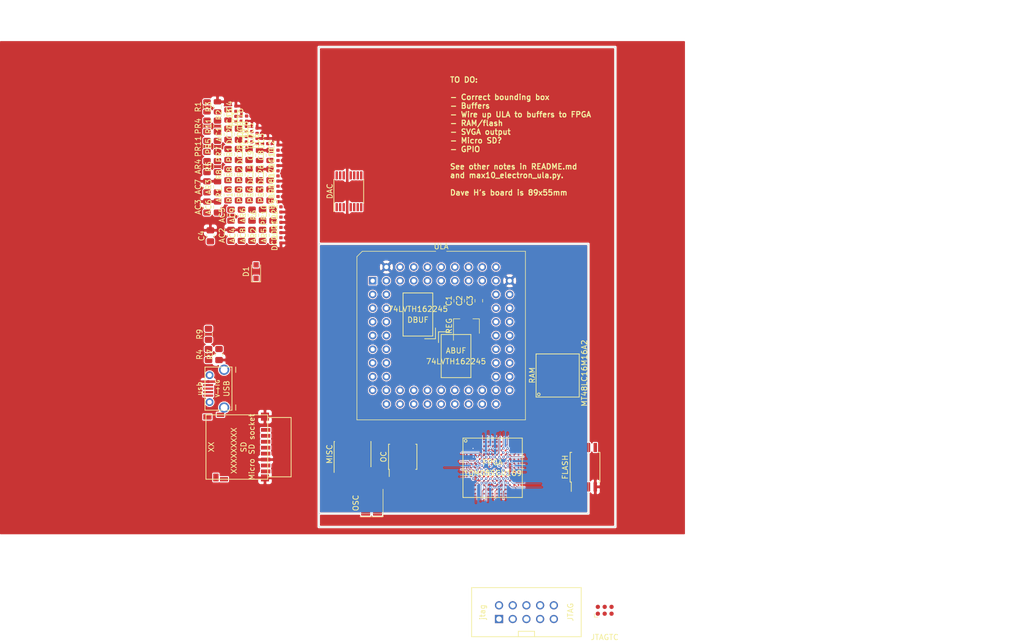
<source format=kicad_pcb>
(kicad_pcb (version 20171130) (host pcbnew "(5.0.1-3-g963ef8bb5)")
  (layers (0 F.Cu signal) (1 In1.Cu signal) (2 In2.Cu signal) (31 B.Cu signal) (34 B.Paste user) (35 F.Paste user) (36 B.SilkS user) (37 F.SilkS user) (38 B.Mask user) (39 F.Mask user) (44 Edge.Cuts user))
  (net 0 "")
  (net 1 3V3)
  (net 2 GND)
  (net 3 fpga_CONF_DONE)
  (net 4 fpga_nSTATUS)
  (net 5 fpga_TCK)
  (net 6 fpga_DEV_CLRn)
  (net 7 fpga_DEV_OE)
  (net 8 fpga_JTAGEN)
  (net 9 fpga_TDI)
  (net 10 fpga_TDO)
  (net 11 fpga_TMS)
  (net 12 flash_nCE)
  (net 13 5V)
  (net 14 A8_5V)
  (net 15 GREEN_5V)
  (net 16 BLUE_5V)
  (net 17 CAS_MO_5V)
  (net 18 SOUND_OUT_5V)
  (net 19 A1_5V)
  (net 20 RED_5V)
  (net 21 A0_5V)
  (net 22 nHS_5V)
  (net 23 nCSYNC_5V)
  (net 24 A12_5V)
  (net 25 A7_5V)
  (net 26 A6_5V)
  (net 27 A4_5V)
  (net 28 A11_5V)
  (net 29 A10_5V)
  (net 30 A14_5V)
  (net 31 A2_5V)
  (net 32 A13_5V)
  (net 33 A5_5V)
  (net 34 A3_5V)
  (net 35 A9_5V)
  (net 36 KBD1_5V)
  (net 37 nIRQ_5V)
  (net 38 KBD3_5V)
  (net 39 PD2_5V)
  (net 40 PD3_5V)
  (net 41 PD6_5V)
  (net 42 KBD0_5V)
  (net 43 KBD2_5V)
  (net 44 PD0_5V)
  (net 45 PD1_5V)
  (net 46 PD4_5V)
  (net 47 PD5_5V)
  (net 48 PD7_5V)
  (net 49 CLK_16MHZ_5V)
  (net 50 nNMI_5V)
  (net 51 CAS_IN_5V)
  (net 52 nROM)
  (net 53 RnW_5V)
  (net 54 CAS_OUT_5V)
  (net 55 A15_5V)
  (net 56 PHI_OUT_5V)
  (net 57 sdram_DQ15)
  (net 58 sdram_DQ0)
  (net 59 sdram_DQ14)
  (net 60 sdram_DQ13)
  (net 61 sdram_DQ2)
  (net 62 sdram_DQ1)
  (net 63 sdram_DQ12)
  (net 64 sdram_DQ11)
  (net 65 sdram_DQ4)
  (net 66 sdram_DQ3)
  (net 67 sdram_DQ10)
  (net 68 sdram_DQ9)
  (net 69 sdram_DQ6)
  (net 70 sdram_DQ5)
  (net 71 sdram_DQ8)
  (net 72 sdram_LDQM)
  (net 73 sdram_DQ7)
  (net 74 sdram_UDQM)
  (net 75 sdram_CLK)
  (net 76 sdram_CKE)
  (net 77 sdram_A12)
  (net 78 sdram_A11)
  (net 79 sdram_A9)
  (net 80 sdram_BA0)
  (net 81 sdram_BA1)
  (net 82 sdram_A8)
  (net 83 sdram_A7)
  (net 84 sdram_A6)
  (net 85 sdram_A0)
  (net 86 sdram_A1)
  (net 87 sdram_A10)
  (net 88 sdram_A5)
  (net 89 sdram_A4)
  (net 90 sdram_A3)
  (net 91 sdram_A2)
  (net 92 sdram_nCAS)
  (net 93 sdram_nRAS)
  (net 94 sdram_nWE)
  (net 95 sdram_nCS)
  (net 96 flash_IO1)
  (net 97 flash_IO2)
  (net 98 flash_IO0)
  (net 99 flash_SCK)
  (net 100 flash_IO3)
  (net 101 dac_out_left)
  (net 102 dac_power_cpvoutn)
  (net 103 dac_power_cpcb)
  (net 104 dac_power_cpca)
  (net 105 dac_dacdat)
  (net 106 dac_lrclk)
  (net 107 dac_bclk)
  (net 108 dac_mclk)
  (net 109 dac_nmute)
  (net 110 dac_power_vmid)
  (net 111 dac_out_right)
  (net 112 audio_out_left)
  (net 113 audio_out_right)
  (net 114 audio_bias)
  (net 115 CAS_IN)
  (net 116 CAS_IN_divider)
  (net 117 USBDM)
  (net 118 USB_M)
  (net 119 USB_P)
  (net 120 USBDP)
  (net 121 USB_PU)
  (net 122 sd_CMD_MOSI)
  (net 123 sd_DAT1)
  (net 124 sd_DAT0_MISO)
  (net 125 sd_CLK_SCK)
  (net 126 sd_DAT3_nCS)
  (net 127 CAPS_LOCK_5V)
  (net 128 nRESET_5V)
  (net 129 VUSB)
  (net 130 A0)
  (net 131 A_buf_nOE)
  (net 132 A_buf_DIR)
  (net 133 A2)
  (net 134 A1)
  (net 135 A4)
  (net 136 A3)
  (net 137 A6)
  (net 138 A5)
  (net 139 A8)
  (net 140 A7)
  (net 141 A10)
  (net 142 A9)
  (net 143 A12)
  (net 144 A11)
  (net 145 A14)
  (net 146 A13)
  (net 147 A15)
  (net 148 input_buf_nOE)
  (net 149 CLK_16MHZ)
  (net 150 nIRQ_in)
  (net 151 RnW_in)
  (net 152 KBD3)
  (net 153 nNMI_in)
  (net 154 KBD1)
  (net 155 KBD2)
  (net 156 PD7)
  (net 157 KBD0)
  (net 158 PD5)
  (net 159 PD6)
  (net 160 PD3)
  (net 161 PD4)
  (net 162 PD1)
  (net 163 PD2)
  (net 164 D_buf_DIR)
  (net 165 D_buf_nOE)
  (net 166 PD0)
  (net 167 PHI_OUT)
  (net 168 nHS)
  (net 169 RED)
  (net 170 GREEN)
  (net 171 BLUE)
  (net 172 nCSYNC)
  (net 173 CAS_MO)
  (net 174 CAS_OUT)
  (net 175 misc_buf_nOE)
  (net 176 CAPS_LOCK)
  (net 177 nRESET_out)
  (net 178 nIRQ_out)
  (net 179 RnW_nOE)
  (net 180 RnW_out)
  (net 181 nRESET_in)
  (net 182 PHI_OUT_5V_prefilter)
  (net 183 clock_osc)
  (net 184 conn9)
  (net 185 conn8)
  (net 186 conn7)
  (net 187 conn6)
  (net 188 conn5)
  (net 189 conn4)
  (net 190 conn3)
  (net 191 conn2)
  (net 192 conn1)
  (net 193 conn0)
  (net 194 conn19)
  (net 195 conn18)
  (net 196 conn17)
  (net 197 conn16)
  (net 198 conn15)
  (net 199 conn14)
  (net 200 conn13)
  (net 201 conn12)
  (net 202 conn11)
  (net 203 conn114)
  (net 204 conn113)
  (net 205 conn37)
  (net 206 conn55)
  (net 207 conn54)
  (net 208 conn53)
  (net 209 conn52)
  (net 210 conn51)
  (net 211 conn40)
  (net 212 conn49)
  (net 213 conn48)
  (net 214 conn47)
  (net 215 conn46)
  (net 216 conn28)
  (net 217 conn36)
  (net 218 conn75)
  (net 219 conn74)
  (net 220 conn76)
  (net 221 conn79)
  (net 222 conn94)
  (net 223 conn61)
  (net 224 conn60)
  (net 225 conn117)
  (net 226 conn35)
  (net 227 conn73)
  (net 228 conn72)
  (net 229 conn93)
  (net 230 conn92)
  (net 231 conn91)
  (net 232 conn103)
  (net 233 conn102)
  (net 234 conn59)
  (net 235 conn27)
  (net 236 conn34)
  (net 237 conn71)
  (net 238 conn90)
  (net 239 conn101)
  (net 240 conn100)
  (net 241 conn99)
  (net 242 conn89)
  (net 243 conn88)
  (net 244 conn58)
  (net 245 conn26)
  (net 246 conn33)
  (net 247 conn98)
  (net 248 conn97)
  (net 249 conn87)
  (net 250 conn106)
  (net 251 conn107)
  (net 252 conn108)
  (net 253 conn104)
  (net 254 conn57)
  (net 255 conn25)
  (net 256 conn32)
  (net 257 conn70)
  (net 258 conn109)
  (net 259 conn110)
  (net 260 conn105)
  (net 261 conn86)
  (net 262 conn112)
  (net 263 conn69)
  (net 264 conn115)
  (net 265 conn116)
  (net 266 conn85)
  (net 267 conn96)
  (net 268 conn24)
  (net 269 conn111)
  (net 270 conn68)
  (net 271 conn84)
  (net 272 conn95)
  (net 273 conn83)
  (net 274 conn82)
  (net 275 conn81)
  (net 276 conn78)
  (net 277 conn23)
  (net 278 conn31)
  (net 279 conn67)
  (net 280 conn66)
  (net 281 conn80)
  (net 282 conn22)
  (net 283 conn30)
  (net 284 conn65)
  (net 285 conn77)
  (net 286 conn63)
  (net 287 conn62)
  (net 288 conn56)
  (net 289 conn21)
  (net 290 conn29)
  (net 291 conn64)
  (net 292 conn45)
  (net 293 conn44)
  (net 294 conn43)
  (net 295 conn42)
  (net 296 conn41)
  (net 297 conn39)
  (net 298 conn38)
  (net 299 conn20)
  (net 300 conn10)
  (module modified-kicad:PLCC-68_THT-Socket-Electron-ULA (layer F.Cu) (at 169.92738 58.24038)
    (fp_text reference ULA (at 0 -3.825) (layer F.SilkS))
    (fp_text value "ULA header")
    (pad 51 thru_hole circle (at 12.7 2.54) (size 1.4224 1.4224) (drill 0.8) (layers *.Cu *.Mask) (net 2 GND))
    (pad 49 thru_hole circle (at 12.7 5.08) (size 1.4224 1.4224) (drill 0.8) (layers *.Cu *.Mask) (net 49 CLK_16MHZ_5V))
    (pad 47 thru_hole circle (at 12.7 7.62) (size 1.4224 1.4224) (drill 0.8) (layers *.Cu *.Mask))
    (pad 45 thru_hole circle (at 12.7 10.16) (size 1.4224 1.4224) (drill 0.8) (layers *.Cu *.Mask) (net 48 PD7_5V))
    (pad 43 thru_hole circle (at 12.7 12.7) (size 1.4224 1.4224) (drill 0.8) (layers *.Cu *.Mask) (net 13 5V))
    (pad 41 thru_hole circle (at 12.7 15.24) (size 1.4224 1.4224) (drill 0.8) (layers *.Cu *.Mask) (net 47 PD5_5V))
    (pad 39 thru_hole circle (at 12.7 17.78) (size 1.4224 1.4224) (drill 0.8) (layers *.Cu *.Mask) (net 46 PD4_5V))
    (pad 37 thru_hole circle (at 12.7 20.32) (size 1.4224 1.4224) (drill 0.8) (layers *.Cu *.Mask))
    (pad 52 thru_hole circle (at 10.16 0) (size 1.4224 1.4224) (drill 0.8) (layers *.Cu *.Mask) (net 1 3V3))
    (pad 50 thru_hole circle (at 10.16 5.08) (size 1.4224 1.4224) (drill 0.8) (layers *.Cu *.Mask) (net 54 CAS_OUT_5V))
    (pad 48 thru_hole circle (at 10.16 7.62) (size 1.4224 1.4224) (drill 0.8) (layers *.Cu *.Mask) (net 13 5V))
    (pad 46 thru_hole circle (at 10.16 10.16) (size 1.4224 1.4224) (drill 0.8) (layers *.Cu *.Mask) (net 53 RnW_5V))
    (pad 44 thru_hole circle (at 10.16 12.7) (size 1.4224 1.4224) (drill 0.8) (layers *.Cu *.Mask))
    (pad 42 thru_hole circle (at 10.16 15.24) (size 1.4224 1.4224) (drill 0.8) (layers *.Cu *.Mask) (net 41 PD6_5V))
    (pad 40 thru_hole circle (at 10.16 17.78) (size 1.4224 1.4224) (drill 0.8) (layers *.Cu *.Mask))
    (pad 38 thru_hole circle (at 10.16 20.32) (size 1.4224 1.4224) (drill 0.8) (layers *.Cu *.Mask) (net 40 PD3_5V))
    (pad 36 thru_hole circle (at 10.16 22.86) (size 1.4224 1.4224) (drill 0.8) (layers *.Cu *.Mask) (net 39 PD2_5V))
    (pad 34 thru_hole circle (at 10.16 25.4) (size 1.4224 1.4224) (drill 0.8) (layers *.Cu *.Mask))
    (pad 32 thru_hole circle (at 7.62 25.4) (size 1.4224 1.4224) (drill 0.8) (layers *.Cu *.Mask) (net 38 KBD3_5V))
    (pad 30 thru_hole circle (at 5.08 25.4) (size 1.4224 1.4224) (drill 0.8) (layers *.Cu *.Mask) (net 37 nIRQ_5V))
    (pad 28 thru_hole circle (at 2.54 25.4) (size 1.4224 1.4224) (drill 0.8) (layers *.Cu *.Mask) (net 36 KBD1_5V))
    (pad 26 thru_hole circle (at 0 25.4) (size 1.4224 1.4224) (drill 0.8) (layers *.Cu *.Mask) (net 35 A9_5V))
    (pad 24 thru_hole circle (at -2.54 25.4) (size 1.4224 1.4224) (drill 0.8) (layers *.Cu *.Mask) (net 34 A3_5V))
    (pad 22 thru_hole circle (at -5.08 25.4) (size 1.4224 1.4224) (drill 0.8) (layers *.Cu *.Mask) (net 1 3V3))
    (pad 20 thru_hole circle (at -7.62 25.4) (size 1.4224 1.4224) (drill 0.8) (layers *.Cu *.Mask) (net 33 A5_5V))
    (pad 18 thru_hole circle (at -10.16 25.4) (size 1.4224 1.4224) (drill 0.8) (layers *.Cu *.Mask) (net 1 3V3))
    (pad 35 thru_hole circle (at 12.7 22.86) (size 1.4224 1.4224) (drill 0.8) (layers *.Cu *.Mask) (net 45 PD1_5V))
    (pad 33 thru_hole circle (at 7.62 22.86) (size 1.4224 1.4224) (drill 0.8) (layers *.Cu *.Mask) (net 44 PD0_5V))
    (pad 31 thru_hole circle (at 5.08 22.86) (size 1.4224 1.4224) (drill 0.8) (layers *.Cu *.Mask) (net 43 KBD2_5V))
    (pad 29 thru_hole circle (at 2.54 22.86) (size 1.4224 1.4224) (drill 0.8) (layers *.Cu *.Mask) (net 1 3V3))
    (pad 27 thru_hole circle (at 0 22.86) (size 1.4224 1.4224) (drill 0.8) (layers *.Cu *.Mask) (net 42 KBD0_5V))
    (pad 25 thru_hole circle (at -2.54 22.86) (size 1.4224 1.4224) (drill 0.8) (layers *.Cu *.Mask) (net 29 A10_5V))
    (pad 23 thru_hole circle (at -5.08 22.86) (size 1.4224 1.4224) (drill 0.8) (layers *.Cu *.Mask) (net 28 A11_5V))
    (pad 21 thru_hole circle (at -7.62 22.86) (size 1.4224 1.4224) (drill 0.8) (layers *.Cu *.Mask) (net 27 A4_5V))
    (pad 19 thru_hole circle (at -10.16 22.86) (size 1.4224 1.4224) (drill 0.8) (layers *.Cu *.Mask) (net 1 3V3))
    (pad 17 thru_hole circle (at -12.7 22.86) (size 1.4224 1.4224) (drill 0.8) (layers *.Cu *.Mask) (net 26 A6_5V))
    (pad 15 thru_hole circle (at -12.7 20.32) (size 1.4224 1.4224) (drill 0.8) (layers *.Cu *.Mask) (net 25 A7_5V))
    (pad 13 thru_hole circle (at -12.7 17.78) (size 1.4224 1.4224) (drill 0.8) (layers *.Cu *.Mask) (net 24 A12_5V))
    (pad 11 thru_hole circle (at -12.7 15.24) (size 1.4224 1.4224) (drill 0.8) (layers *.Cu *.Mask) (net 1 3V3))
    (pad 9 thru_hole circle (at -12.7 12.7) (size 1.4224 1.4224) (drill 0.8) (layers *.Cu *.Mask) (net 13 5V))
    (pad 7 thru_hole circle (at -12.7 10.16) (size 1.4224 1.4224) (drill 0.8) (layers *.Cu *.Mask) (net 1 3V3))
    (pad 5 thru_hole circle (at -12.7 7.62) (size 1.4224 1.4224) (drill 0.8) (layers *.Cu *.Mask) (net 21 A0_5V))
    (pad 3 thru_hole circle (at -12.7 5.08) (size 1.4224 1.4224) (drill 0.8) (layers *.Cu *.Mask) (net 20 RED_5V))
    (pad 1 thru_hole rect (at -12.7 2.54) (size 1.4224 1.4224) (drill 0.8) (layers *.Cu *.Mask) (net 19 A1_5V))
    (pad 16 thru_hole circle (at -10.16 20.32) (size 1.4224 1.4224) (drill 0.8) (layers *.Cu *.Mask) (net 1 3V3))
    (pad 14 thru_hole circle (at -10.16 17.78) (size 1.4224 1.4224) (drill 0.8) (layers *.Cu *.Mask) (net 32 A13_5V))
    (pad 12 thru_hole circle (at -10.16 15.24) (size 1.4224 1.4224) (drill 0.8) (layers *.Cu *.Mask) (net 31 A2_5V))
    (pad 10 thru_hole circle (at -10.16 12.7) (size 1.4224 1.4224) (drill 0.8) (layers *.Cu *.Mask) (net 30 A14_5V))
    (pad 8 thru_hole circle (at -10.16 10.16) (size 1.4224 1.4224) (drill 0.8) (layers *.Cu *.Mask) (net 1 3V3))
    (pad 6 thru_hole circle (at -10.16 7.62) (size 1.4224 1.4224) (drill 0.8) (layers *.Cu *.Mask) (net 1 3V3))
    (pad 4 thru_hole circle (at -10.16 5.08) (size 1.4224 1.4224) (drill 0.8) (layers *.Cu *.Mask) (net 15 GREEN_5V))
    (pad 2 thru_hole circle (at -10.16 2.54) (size 1.4224 1.4224) (drill 0.8) (layers *.Cu *.Mask) (net 14 A8_5V))
    (pad 54 thru_hole circle (at 7.62 0) (size 1.4224 1.4224) (drill 0.8) (layers *.Cu *.Mask))
    (pad 56 thru_hole circle (at 5.08 0) (size 1.4224 1.4224) (drill 0.8) (layers *.Cu *.Mask) (net 55 A15_5V))
    (pad 58 thru_hole circle (at 2.54 0) (size 1.4224 1.4224) (drill 0.8) (layers *.Cu *.Mask) (net 128 nRESET_5V))
    (pad 68 thru_hole circle (at -10.16 0) (size 1.4224 1.4224) (drill 0.8) (layers *.Cu *.Mask) (net 2 GND))
    (pad 66 thru_hole circle (at -7.62 0) (size 1.4224 1.4224) (drill 0.8) (layers *.Cu *.Mask) (net 16 BLUE_5V))
    (pad 64 thru_hole circle (at -5.08 0) (size 1.4224 1.4224) (drill 0.8) (layers *.Cu *.Mask) (net 17 CAS_MO_5V))
    (pad 62 thru_hole circle (at -2.54 0) (size 1.4224 1.4224) (drill 0.8) (layers *.Cu *.Mask) (net 18 SOUND_OUT_5V))
    (pad 60 thru_hole circle (at 0 0) (size 1.4224 1.4224) (drill 0.8) (layers *.Cu *.Mask) (net 56 PHI_OUT_5V))
    (pad 53 thru_hole circle (at 10.16 2.54) (size 1.4224 1.4224) (drill 0.8) (layers *.Cu *.Mask) (net 1 3V3))
    (pad 55 thru_hole circle (at 7.62 2.54) (size 1.4224 1.4224) (drill 0.8) (layers *.Cu *.Mask))
    (pad 57 thru_hole circle (at 5.08 2.54) (size 1.4224 1.4224) (drill 0.8) (layers *.Cu *.Mask) (net 50 nNMI_5V))
    (pad 59 thru_hole circle (at 2.54 2.54) (size 1.4224 1.4224) (drill 0.8) (layers *.Cu *.Mask) (net 51 CAS_IN_5V))
    (pad 67 thru_hole circle (at -7.62 2.54) (size 1.4224 1.4224) (drill 0.8) (layers *.Cu *.Mask) (net 22 nHS_5V))
    (pad 65 thru_hole circle (at -5.08 2.54) (size 1.4224 1.4224) (drill 0.8) (layers *.Cu *.Mask) (net 23 nCSYNC_5V))
    (pad 63 thru_hole circle (at -2.54 2.54) (size 1.4224 1.4224) (drill 0.8) (layers *.Cu *.Mask) (net 127 CAPS_LOCK_5V))
    (pad 61 thru_hole circle (at 0 2.54) (size 1.4224 1.4224) (drill 0.8) (layers *.Cu *.Mask) (net 52 nROM))
  )
  (module myelin-kicad:intel_ubga169 (layer F.Cu) (at 179.46738 95.46038)
    (fp_text reference FPGA (at 0 -1) (layer F.SilkS))
    (fp_text value 10M08SCU169 (at 0 1) (layer F.SilkS))
    (pad N13 smd circle (at 4.8 4.8) (size 0.34 0.34) (layers F.Cu F.Paste F.Mask) (net 2 GND) (clearance 0.127))
    (pad N12 smd circle (at 4 4.8) (size 0.34 0.34) (layers F.Cu F.Paste F.Mask) (net 194 conn19) (clearance 0.127))
    (pad N11 smd circle (at 3.2 4.8) (size 0.34 0.34) (layers F.Cu F.Paste F.Mask) (net 195 conn18) (clearance 0.127))
    (pad N10 smd circle (at 2.4 4.8) (size 0.34 0.34) (layers F.Cu F.Paste F.Mask) (net 196 conn17) (clearance 0.127))
    (pad N9 smd circle (at 1.6 4.8) (size 0.34 0.34) (layers F.Cu F.Paste F.Mask) (net 197 conn16) (clearance 0.127))
    (pad N8 smd circle (at 0.8 4.8) (size 0.34 0.34) (layers F.Cu F.Paste F.Mask) (net 198 conn15) (clearance 0.127))
    (pad N7 smd circle (at 0 4.8) (size 0.34 0.34) (layers F.Cu F.Paste F.Mask) (net 199 conn14) (clearance 0.127))
    (pad N6 smd circle (at -0.8 4.8) (size 0.34 0.34) (layers F.Cu F.Paste F.Mask) (net 200 conn13) (clearance 0.127))
    (pad N5 smd circle (at -1.6 4.8) (size 0.34 0.34) (layers F.Cu F.Paste F.Mask) (net 201 conn12) (clearance 0.127))
    (pad N4 smd circle (at -2.4 4.8) (size 0.34 0.34) (layers F.Cu F.Paste F.Mask) (net 202 conn11) (clearance 0.127))
    (pad N3 smd circle (at -3.2 4.8) (size 0.34 0.34) (layers F.Cu F.Paste F.Mask) (net 203 conn114) (clearance 0.127))
    (pad N2 smd circle (at -4 4.8) (size 0.34 0.34) (layers F.Cu F.Paste F.Mask) (net 204 conn113) (clearance 0.127))
    (pad N1 smd circle (at -4.8 4.8) (size 0.34 0.34) (layers F.Cu F.Paste F.Mask) (net 2 GND) (clearance 0.127))
    (pad M13 smd circle (at 4.8 4) (size 0.34 0.34) (layers F.Cu F.Paste F.Mask) (net 205 conn37) (clearance 0.127))
    (pad M12 smd circle (at 4 4) (size 0.34 0.34) (layers F.Cu F.Paste F.Mask) (net 206 conn55) (clearance 0.127))
    (pad M11 smd circle (at 3.2 4) (size 0.34 0.34) (layers F.Cu F.Paste F.Mask) (net 207 conn54) (clearance 0.127))
    (pad M10 smd circle (at 2.4 4) (size 0.34 0.34) (layers F.Cu F.Paste F.Mask) (net 208 conn53) (clearance 0.127))
    (pad M9 smd circle (at 1.6 4) (size 0.34 0.34) (layers F.Cu F.Paste F.Mask) (net 209 conn52) (clearance 0.127))
    (pad M8 smd circle (at 0.8 4) (size 0.34 0.34) (layers F.Cu F.Paste F.Mask) (net 210 conn51) (clearance 0.127))
    (pad M7 smd circle (at 0 4) (size 0.34 0.34) (layers F.Cu F.Paste F.Mask) (net 211 conn40) (clearance 0.127))
    (pad M6 smd circle (at -0.8 4) (size 0.34 0.34) (layers F.Cu F.Paste F.Mask) (net 2 GND) (clearance 0.127))
    (pad M5 smd circle (at -1.6 4) (size 0.34 0.34) (layers F.Cu F.Paste F.Mask) (net 212 conn49) (clearance 0.127))
    (pad M4 smd circle (at -2.4 4) (size 0.34 0.34) (layers F.Cu F.Paste F.Mask) (net 213 conn48) (clearance 0.127))
    (pad M3 smd circle (at -3.2 4) (size 0.34 0.34) (layers F.Cu F.Paste F.Mask) (net 214 conn47) (clearance 0.127))
    (pad M2 smd circle (at -4 4) (size 0.34 0.34) (layers F.Cu F.Paste F.Mask) (net 215 conn46) (clearance 0.127))
    (pad M1 smd circle (at -4.8 4) (size 0.34 0.34) (layers F.Cu F.Paste F.Mask) (net 216 conn28) (clearance 0.127))
    (pad L13 smd circle (at 4.8 3.2) (size 0.34 0.34) (layers F.Cu F.Paste F.Mask) (net 217 conn36) (clearance 0.127))
    (pad L12 smd circle (at 4 3.2) (size 0.34 0.34) (layers F.Cu F.Paste F.Mask) (net 218 conn75) (clearance 0.127))
    (pad L11 smd circle (at 3.2 3.2) (size 0.34 0.34) (layers F.Cu F.Paste F.Mask) (net 219 conn74) (clearance 0.127))
    (pad L10 smd circle (at 2.4 3.2) (size 0.34 0.34) (layers F.Cu F.Paste F.Mask) (net 220 conn76) (clearance 0.127))
    (pad L9 smd circle (at 1.6 3.2) (size 0.34 0.34) (layers F.Cu F.Paste F.Mask) (net 2 GND) (clearance 0.127))
    (pad L8 smd circle (at 0.8 3.2) (size 0.34 0.34) (layers F.Cu F.Paste F.Mask) (net 1 3V3) (clearance 0.127))
    (pad L7 smd circle (at 0 3.2) (size 0.34 0.34) (layers F.Cu F.Paste F.Mask) (net 1 3V3) (clearance 0.127))
    (pad L6 smd circle (at -0.8 3.2) (size 0.34 0.34) (layers F.Cu F.Paste F.Mask) (net 1 3V3) (clearance 0.127))
    (pad L5 smd circle (at -1.6 3.2) (size 0.34 0.34) (layers F.Cu F.Paste F.Mask) (net 221 conn79) (clearance 0.127))
    (pad L4 smd circle (at -2.4 3.2) (size 0.34 0.34) (layers F.Cu F.Paste F.Mask) (net 222 conn94) (clearance 0.127))
    (pad L3 smd circle (at -3.2 3.2) (size 0.34 0.34) (layers F.Cu F.Paste F.Mask) (net 223 conn61) (clearance 0.127))
    (pad L2 smd circle (at -4 3.2) (size 0.34 0.34) (layers F.Cu F.Paste F.Mask) (net 224 conn60) (clearance 0.127))
    (pad L1 smd circle (at -4.8 3.2) (size 0.34 0.34) (layers F.Cu F.Paste F.Mask) (net 225 conn117) (clearance 0.127))
    (pad K13 smd circle (at 4.8 2.4) (size 0.34 0.34) (layers F.Cu F.Paste F.Mask) (net 226 conn35) (clearance 0.127))
    (pad K12 smd circle (at 4 2.4) (size 0.34 0.34) (layers F.Cu F.Paste F.Mask) (net 227 conn73) (clearance 0.127))
    (pad K11 smd circle (at 3.2 2.4) (size 0.34 0.34) (layers F.Cu F.Paste F.Mask) (net 228 conn72) (clearance 0.127))
    (pad K10 smd circle (at 2.4 2.4) (size 0.34 0.34) (layers F.Cu F.Paste F.Mask) (net 229 conn93) (clearance 0.127))
    (pad K9 smd circle (at 1.6 2.4) (size 0.34 0.34) (layers F.Cu F.Paste F.Mask) (net 1 3V3) (clearance 0.127))
    (pad K8 smd circle (at 0.8 2.4) (size 0.34 0.34) (layers F.Cu F.Paste F.Mask) (net 230 conn92) (clearance 0.127))
    (pad K7 smd circle (at 0 2.4) (size 0.34 0.34) (layers F.Cu F.Paste F.Mask) (net 231 conn91) (clearance 0.127))
    (pad K6 smd circle (at -0.8 2.4) (size 0.34 0.34) (layers F.Cu F.Paste F.Mask) (net 232 conn103) (clearance 0.127))
    (pad K5 smd circle (at -1.6 2.4) (size 0.34 0.34) (layers F.Cu F.Paste F.Mask) (net 233 conn102) (clearance 0.127))
    (pad K4 smd circle (at -2.4 2.4) (size 0.34 0.34) (layers F.Cu F.Paste F.Mask) (net 1 3V3) (clearance 0.127))
    (pad K3 smd circle (at -3.2 2.4) (size 0.34 0.34) (layers F.Cu F.Paste F.Mask) (net 1 3V3) (clearance 0.127))
    (pad K2 smd circle (at -4 2.4) (size 0.34 0.34) (layers F.Cu F.Paste F.Mask) (net 234 conn59) (clearance 0.127))
    (pad K1 smd circle (at -4.8 2.4) (size 0.34 0.34) (layers F.Cu F.Paste F.Mask) (net 235 conn27) (clearance 0.127))
    (pad J13 smd circle (at 4.8 1.6) (size 0.34 0.34) (layers F.Cu F.Paste F.Mask) (net 236 conn34) (clearance 0.127))
    (pad J12 smd circle (at 4 1.6) (size 0.34 0.34) (layers F.Cu F.Paste F.Mask) (net 237 conn71) (clearance 0.127))
    (pad J11 smd circle (at 3.2 1.6) (size 0.34 0.34) (layers F.Cu F.Paste F.Mask) (net 1 3V3) (clearance 0.127))
    (pad J10 smd circle (at 2.4 1.6) (size 0.34 0.34) (layers F.Cu F.Paste F.Mask) (net 238 conn90) (clearance 0.127))
    (pad J9 smd circle (at 1.6 1.6) (size 0.34 0.34) (layers F.Cu F.Paste F.Mask) (net 239 conn101) (clearance 0.127))
    (pad J8 smd circle (at 0.8 1.6) (size 0.34 0.34) (layers F.Cu F.Paste F.Mask) (net 240 conn100) (clearance 0.127))
    (pad J7 smd circle (at 0 1.6) (size 0.34 0.34) (layers F.Cu F.Paste F.Mask) (net 241 conn99) (clearance 0.127))
    (pad J6 smd circle (at -0.8 1.6) (size 0.34 0.34) (layers F.Cu F.Paste F.Mask) (net 242 conn89) (clearance 0.127))
    (pad J5 smd circle (at -1.6 1.6) (size 0.34 0.34) (layers F.Cu F.Paste F.Mask) (net 243 conn88) (clearance 0.127))
    (pad J4 smd circle (at -2.4 1.6) (size 0.34 0.34) (layers F.Cu F.Paste F.Mask) (net 2 GND) (clearance 0.127))
    (pad J3 smd circle (at -3.2 1.6) (size 0.34 0.34) (layers F.Cu F.Paste F.Mask) (net 1 3V3) (clearance 0.127))
    (pad J2 smd circle (at -4 1.6) (size 0.34 0.34) (layers F.Cu F.Paste F.Mask) (net 244 conn58) (clearance 0.127))
    (pad J1 smd circle (at -4.8 1.6) (size 0.34 0.34) (layers F.Cu F.Paste F.Mask) (net 245 conn26) (clearance 0.127))
    (pad H13 smd circle (at 4.8 0.8) (size 0.34 0.34) (layers F.Cu F.Paste F.Mask) (net 246 conn33) (clearance 0.127))
    (pad H12 smd circle (at 4 0.8) (size 0.34 0.34) (layers F.Cu F.Paste F.Mask) (net 2 GND) (clearance 0.127))
    (pad H11 smd circle (at 3.2 0.8) (size 0.34 0.34) (layers F.Cu F.Paste F.Mask) (net 1 3V3) (clearance 0.127))
    (pad H10 smd circle (at 2.4 0.8) (size 0.34 0.34) (layers F.Cu F.Paste F.Mask) (net 247 conn98) (clearance 0.127))
    (pad H9 smd circle (at 1.6 0.8) (size 0.34 0.34) (layers F.Cu F.Paste F.Mask) (net 248 conn97) (clearance 0.127))
    (pad H8 smd circle (at 0.8 0.8) (size 0.34 0.34) (layers F.Cu F.Paste F.Mask) (net 249 conn87) (clearance 0.127))
    (pad H7 smd circle (at 0 0.8) (size 0.34 0.34) (layers F.Cu F.Paste F.Mask) (net 1 3V3) (clearance 0.127))
    (pad H6 smd circle (at -0.8 0.8) (size 0.34 0.34) (layers F.Cu F.Paste F.Mask) (net 250 conn106) (clearance 0.127))
    (pad H5 smd circle (at -1.6 0.8) (size 0.34 0.34) (layers F.Cu F.Paste F.Mask) (net 251 conn107) (clearance 0.127))
    (pad H4 smd circle (at -2.4 0.8) (size 0.34 0.34) (layers F.Cu F.Paste F.Mask) (net 252 conn108) (clearance 0.127))
    (pad H3 smd circle (at -3.2 0.8) (size 0.34 0.34) (layers F.Cu F.Paste F.Mask) (net 253 conn104) (clearance 0.127))
    (pad H2 smd circle (at -4 0.8) (size 0.34 0.34) (layers F.Cu F.Paste F.Mask) (net 254 conn57) (clearance 0.127))
    (pad H1 smd circle (at -4.8 0.8) (size 0.34 0.34) (layers F.Cu F.Paste F.Mask) (net 255 conn25) (clearance 0.127))
    (pad G13 smd circle (at 4.8 0) (size 0.34 0.34) (layers F.Cu F.Paste F.Mask) (net 256 conn32) (clearance 0.127))
    (pad G12 smd circle (at 4 0) (size 0.34 0.34) (layers F.Cu F.Paste F.Mask) (net 257 conn70) (clearance 0.127))
    (pad G11 smd circle (at 3.2 0) (size 0.34 0.34) (layers F.Cu F.Paste F.Mask) (net 1 3V3) (clearance 0.127))
    (pad G10 smd circle (at 2.4 0) (size 0.34 0.34) (layers F.Cu F.Paste F.Mask) (net 258 conn109) (clearance 0.127))
    (pad G9 smd circle (at 1.6 0) (size 0.34 0.34) (layers F.Cu F.Paste F.Mask) (net 259 conn110) (clearance 0.127))
    (pad G8 smd circle (at 0.8 0) (size 0.34 0.34) (layers F.Cu F.Paste F.Mask) (net 1 3V3) (clearance 0.127))
    (pad G7 smd circle (at 0 0) (size 0.34 0.34) (layers F.Cu F.Paste F.Mask) (net 2 GND) (clearance 0.127))
    (pad G6 smd circle (at -0.8 0) (size 0.34 0.34) (layers F.Cu F.Paste F.Mask) (net 1 3V3) (clearance 0.127))
    (pad G5 smd circle (at -1.6 0) (size 0.34 0.34) (layers F.Cu F.Paste F.Mask) (net 260 conn105) (clearance 0.127))
    (pad G4 smd circle (at -2.4 0) (size 0.34 0.34) (layers F.Cu F.Paste F.Mask) (net 261 conn86) (clearance 0.127))
    (pad G3 smd circle (at -3.2 0) (size 0.34 0.34) (layers F.Cu F.Paste F.Mask) (net 1 3V3) (clearance 0.127))
    (pad G2 smd circle (at -4 0) (size 0.34 0.34) (layers F.Cu F.Paste F.Mask) (net 5 fpga_TCK) (clearance 0.127))
    (pad G1 smd circle (at -4.8 0) (size 0.34 0.34) (layers F.Cu F.Paste F.Mask) (net 11 fpga_TMS) (clearance 0.127))
    (pad F13 smd circle (at 4.8 -0.8) (size 0.34 0.34) (layers F.Cu F.Paste F.Mask) (net 262 conn112) (clearance 0.127))
    (pad F12 smd circle (at 4 -0.8) (size 0.34 0.34) (layers F.Cu F.Paste F.Mask) (net 263 conn69) (clearance 0.127))
    (pad F11 smd circle (at 3.2 -0.8) (size 0.34 0.34) (layers F.Cu F.Paste F.Mask) (net 1 3V3) (clearance 0.127))
    (pad F10 smd circle (at 2.4 -0.8) (size 0.34 0.34) (layers F.Cu F.Paste F.Mask) (net 264 conn115) (clearance 0.127))
    (pad F9 smd circle (at 1.6 -0.8) (size 0.34 0.34) (layers F.Cu F.Paste F.Mask) (net 265 conn116) (clearance 0.127))
    (pad F8 smd circle (at 0.8 -0.8) (size 0.34 0.34) (layers F.Cu F.Paste F.Mask) (net 266 conn85) (clearance 0.127))
    (pad F7 smd circle (at 0 -0.8) (size 0.34 0.34) (layers F.Cu F.Paste F.Mask) (net 1 3V3) (clearance 0.127))
    (pad F6 smd circle (at -0.8 -0.8) (size 0.34 0.34) (layers F.Cu F.Paste F.Mask) (net 10 fpga_TDO) (clearance 0.127))
    (pad F5 smd circle (at -1.6 -0.8) (size 0.34 0.34) (layers F.Cu F.Paste F.Mask) (net 9 fpga_TDI) (clearance 0.127))
    (pad F4 smd circle (at -2.4 -0.8) (size 0.34 0.34) (layers F.Cu F.Paste F.Mask) (net 267 conn96) (clearance 0.127))
    (pad F3 smd circle (at -3.2 -0.8) (size 0.34 0.34) (layers F.Cu F.Paste F.Mask) (net 2 GND) (clearance 0.127))
    (pad F2 smd circle (at -4 -0.8) (size 0.34 0.34) (layers F.Cu F.Paste F.Mask) (net 1 3V3) (clearance 0.127))
    (pad F1 smd circle (at -4.8 -0.8) (size 0.34 0.34) (layers F.Cu F.Paste F.Mask) (net 268 conn24) (clearance 0.127))
    (pad E13 smd circle (at 4.8 -1.6) (size 0.34 0.34) (layers F.Cu F.Paste F.Mask) (net 269 conn111) (clearance 0.127))
    (pad E12 smd circle (at 4 -1.6) (size 0.34 0.34) (layers F.Cu F.Paste F.Mask) (net 270 conn68) (clearance 0.127))
    (pad E11 smd circle (at 3.2 -1.6) (size 0.34 0.34) (layers F.Cu F.Paste F.Mask) (net 2 GND) (clearance 0.127))
    (pad E10 smd circle (at 2.4 -1.6) (size 0.34 0.34) (layers F.Cu F.Paste F.Mask) (net 271 conn84) (clearance 0.127))
    (pad E9 smd circle (at 1.6 -1.6) (size 0.34 0.34) (layers F.Cu F.Paste F.Mask) (net 272 conn95) (clearance 0.127))
    (pad E8 smd circle (at 0.8 -1.6) (size 0.34 0.34) (layers F.Cu F.Paste F.Mask) (net 273 conn83) (clearance 0.127))
    (pad E7 smd circle (at 0 -1.6) (size 0.34 0.34) (layers F.Cu F.Paste F.Mask) (net 1 3V3) (clearance 0.127))
    (pad E6 smd circle (at -0.8 -1.6) (size 0.34 0.34) (layers F.Cu F.Paste F.Mask) (net 274 conn82) (clearance 0.127))
    (pad E5 smd circle (at -1.6 -1.6) (size 0.34 0.34) (layers F.Cu F.Paste F.Mask) (net 8 fpga_JTAGEN) (clearance 0.127))
    (pad E4 smd circle (at -2.4 -1.6) (size 0.34 0.34) (layers F.Cu F.Paste F.Mask) (net 275 conn81) (clearance 0.127))
    (pad E3 smd circle (at -3.2 -1.6) (size 0.34 0.34) (layers F.Cu F.Paste F.Mask) (net 276 conn78) (clearance 0.127))
    (pad E2 smd circle (at -4 -1.6) (size 0.34 0.34) (layers F.Cu F.Paste F.Mask) (net 2 GND) (clearance 0.127))
    (pad E1 smd circle (at -4.8 -1.6) (size 0.34 0.34) (layers F.Cu F.Paste F.Mask) (net 277 conn23) (clearance 0.127))
    (pad D13 smd circle (at 4.8 -2.4) (size 0.34 0.34) (layers F.Cu F.Paste F.Mask) (net 278 conn31) (clearance 0.127))
    (pad D12 smd circle (at 4 -2.4) (size 0.34 0.34) (layers F.Cu F.Paste F.Mask) (net 279 conn67) (clearance 0.127))
    (pad D11 smd circle (at 3.2 -2.4) (size 0.34 0.34) (layers F.Cu F.Paste F.Mask) (net 280 conn66) (clearance 0.127))
    (pad D10 smd circle (at 2.4 -2.4) (size 0.34 0.34) (layers F.Cu F.Paste F.Mask) (net 1 3V3) (clearance 0.127))
    (pad D9 smd circle (at 1.6 -2.4) (size 0.34 0.34) (layers F.Cu F.Paste F.Mask) (net 281 conn80) (clearance 0.127))
    (pad D8 smd circle (at 0.8 -2.4) (size 0.34 0.34) (layers F.Cu F.Paste F.Mask) (net 7 fpga_DEV_OE) (clearance 0.127))
    (pad D7 smd circle (at 0 -2.4) (size 0.34 0.34) (layers F.Cu F.Paste F.Mask) (net 2 GND) (clearance 0.127))
    (pad D6 smd circle (at -0.8 -2.4) (size 0.34 0.34) (layers F.Cu F.Paste F.Mask) (net 2 GND) (clearance 0.127))
    (pad D5 smd circle (at -1.6 -2.4) (size 0.34 0.34) (layers F.Cu F.Paste F.Mask) (net 2 GND) (clearance 0.127))
    (pad D4 smd circle (at -2.4 -2.4) (size 0.34 0.34) (layers F.Cu F.Paste F.Mask) (net 1 3V3) (clearance 0.127))
    (pad D3 smd circle (at -3.2 -2.4) (size 0.34 0.34) (layers F.Cu F.Paste F.Mask) (net 1 3V3) (clearance 0.127))
    (pad D2 smd circle (at -4 -2.4) (size 0.34 0.34) (layers F.Cu F.Paste F.Mask) (net 2 GND) (clearance 0.127))
    (pad D1 smd circle (at -4.8 -2.4) (size 0.34 0.34) (layers F.Cu F.Paste F.Mask) (net 282 conn22) (clearance 0.127))
    (pad C13 smd circle (at 4.8 -3.2) (size 0.34 0.34) (layers F.Cu F.Paste F.Mask) (net 283 conn30) (clearance 0.127))
    (pad C12 smd circle (at 4 -3.2) (size 0.34 0.34) (layers F.Cu F.Paste F.Mask) (net 284 conn65) (clearance 0.127))
    (pad C11 smd circle (at 3.2 -3.2) (size 0.34 0.34) (layers F.Cu F.Paste F.Mask) (net 285 conn77) (clearance 0.127))
    (pad C10 smd circle (at 2.4 -3.2) (size 0.34 0.34) (layers F.Cu F.Paste F.Mask) (net 286 conn63) (clearance 0.127))
    (pad C9 smd circle (at 1.6 -3.2) (size 0.34 0.34) (layers F.Cu F.Paste F.Mask) (net 287 conn62) (clearance 0.127))
    (pad C8 smd circle (at 0.8 -3.2) (size 0.34 0.34) (layers F.Cu F.Paste F.Mask) (net 1 3V3) (clearance 0.127))
    (pad C7 smd circle (at 0 -3.2) (size 0.34 0.34) (layers F.Cu F.Paste F.Mask) (net 1 3V3) (clearance 0.127))
    (pad C6 smd circle (at -0.8 -3.2) (size 0.34 0.34) (layers F.Cu F.Paste F.Mask) (net 1 3V3) (clearance 0.127))
    (pad C5 smd circle (at -1.6 -3.2) (size 0.34 0.34) (layers F.Cu F.Paste F.Mask) (net 3 fpga_CONF_DONE) (clearance 0.127))
    (pad C4 smd circle (at -2.4 -3.2) (size 0.34 0.34) (layers F.Cu F.Paste F.Mask) (net 4 fpga_nSTATUS) (clearance 0.127))
    (pad C3 smd circle (at -3.2 -3.2) (size 0.34 0.34) (layers F.Cu F.Paste F.Mask) (net 2 GND) (clearance 0.127))
    (pad C2 smd circle (at -4 -3.2) (size 0.34 0.34) (layers F.Cu F.Paste F.Mask) (net 288 conn56) (clearance 0.127))
    (pad C1 smd circle (at -4.8 -3.2) (size 0.34 0.34) (layers F.Cu F.Paste F.Mask) (net 289 conn21) (clearance 0.127))
    (pad B13 smd circle (at 4.8 -4) (size 0.34 0.34) (layers F.Cu F.Paste F.Mask) (net 290 conn29) (clearance 0.127))
    (pad B12 smd circle (at 4 -4) (size 0.34 0.34) (layers F.Cu F.Paste F.Mask) (net 291 conn64) (clearance 0.127))
    (pad B11 smd circle (at 3.2 -4) (size 0.34 0.34) (layers F.Cu F.Paste F.Mask) (net 292 conn45) (clearance 0.127))
    (pad B10 smd circle (at 2.4 -4) (size 0.34 0.34) (layers F.Cu F.Paste F.Mask) (net 293 conn44) (clearance 0.127))
    (pad B9 smd circle (at 1.6 -4) (size 0.34 0.34) (layers F.Cu F.Paste F.Mask) (net 6 fpga_DEV_CLRn) (clearance 0.127))
    (pad B8 smd circle (at 0.8 -4) (size 0.34 0.34) (layers F.Cu F.Paste F.Mask) (net 2 GND) (clearance 0.127))
    (pad B7 smd circle (at 0 -4) (size 0.34 0.34) (layers F.Cu F.Paste F.Mask) (net 294 conn43) (clearance 0.127))
    (pad B6 smd circle (at -0.8 -4) (size 0.34 0.34) (layers F.Cu F.Paste F.Mask) (net 295 conn42) (clearance 0.127))
    (pad B5 smd circle (at -1.6 -4) (size 0.34 0.34) (layers F.Cu F.Paste F.Mask) (net 296 conn41) (clearance 0.127))
    (pad B4 smd circle (at -2.4 -4) (size 0.34 0.34) (layers F.Cu F.Paste F.Mask) (net 211 conn40) (clearance 0.127))
    (pad B3 smd circle (at -3.2 -4) (size 0.34 0.34) (layers F.Cu F.Paste F.Mask) (net 297 conn39) (clearance 0.127))
    (pad B2 smd circle (at -4 -4) (size 0.34 0.34) (layers F.Cu F.Paste F.Mask) (net 298 conn38) (clearance 0.127))
    (pad B1 smd circle (at -4.8 -4) (size 0.34 0.34) (layers F.Cu F.Paste F.Mask) (net 299 conn20) (clearance 0.127))
    (pad A13 smd circle (at 4.8 -4.8) (size 0.34 0.34) (layers F.Cu F.Paste F.Mask) (net 2 GND) (clearance 0.127))
    (pad A12 smd circle (at 4 -4.8) (size 0.34 0.34) (layers F.Cu F.Paste F.Mask) (net 300 conn10) (clearance 0.127))
    (pad A11 smd circle (at 3.2 -4.8) (size 0.34 0.34) (layers F.Cu F.Paste F.Mask) (net 184 conn9) (clearance 0.127))
    (pad A10 smd circle (at 2.4 -4.8) (size 0.34 0.34) (layers F.Cu F.Paste F.Mask) (net 185 conn8) (clearance 0.127))
    (pad A9 smd circle (at 1.6 -4.8) (size 0.34 0.34) (layers F.Cu F.Paste F.Mask) (net 186 conn7) (clearance 0.127))
    (pad A8 smd circle (at 0.8 -4.8) (size 0.34 0.34) (layers F.Cu F.Paste F.Mask) (net 187 conn6) (clearance 0.127))
    (pad A7 smd circle (at 0 -4.8) (size 0.34 0.34) (layers F.Cu F.Paste F.Mask) (net 188 conn5) (clearance 0.127))
    (pad A6 smd circle (at -0.8 -4.8) (size 0.34 0.34) (layers F.Cu F.Paste F.Mask) (net 189 conn4) (clearance 0.127))
    (pad A5 smd circle (at -1.6 -4.8) (size 0.34 0.34) (layers F.Cu F.Paste F.Mask) (net 190 conn3) (clearance 0.127))
    (pad A4 smd circle (at -2.4 -4.8) (size 0.34 0.34) (layers F.Cu F.Paste F.Mask) (net 191 conn2) (clearance 0.127))
    (pad A3 smd circle (at -3.2 -4.8) (size 0.34 0.34) (layers F.Cu F.Paste F.Mask) (net 192 conn1) (clearance 0.127))
    (pad A2 smd circle (at -4 -4.8) (size 0.34 0.34) (layers F.Cu F.Paste F.Mask) (net 193 conn0) (clearance 0.127))
    (pad A1 smd circle (at -4.8 -4.8) (size 0.34 0.34) (layers F.Cu F.Paste F.Mask) (net 2 GND) (clearance 0.127))
  )
  (module Capacitor_SMD:C_0805_2012Metric_Pad1.15x1.40mm_HandSolder (layer F.Cu) (at 173.005221 64.485919 90)
    (fp_text reference C1 (at 0 -1.65 90) (layer F.SilkS))
    (fp_text value 10u)
    (pad 1 smd roundrect (at -1.025 0 90) (size 1.15 1.4) (layers F.Cu F.Paste F.Mask) (roundrect_rratio 0.217391) (net 2 GND))
    (pad 2 smd roundrect (at 1.025 0 90) (size 1.15 1.4) (layers F.Cu F.Paste F.Mask) (roundrect_rratio 0.217391) (net 13 5V))
  )
  (module Capacitor_SMD:C_0805_2012Metric_Pad1.15x1.40mm_HandSolder (layer F.Cu) (at 174.955221 64.485919 90)
    (fp_text reference C2 (at 0 -1.65 90) (layer F.SilkS))
    (fp_text value 1u)
    (pad 2 smd roundrect (at 1.025 0 90) (size 1.15 1.4) (layers F.Cu F.Paste F.Mask) (roundrect_rratio 0.217391) (net 13 5V))
    (pad 1 smd roundrect (at -1.025 0 90) (size 1.15 1.4) (layers F.Cu F.Paste F.Mask) (roundrect_rratio 0.217391) (net 2 GND))
  )
  (module Capacitor_SMD:C_0805_2012Metric_Pad1.15x1.40mm_HandSolder (layer F.Cu) (at 176.905221 64.485919 90)
    (fp_text reference C3 (at 0 -1.65 90) (layer F.SilkS))
    (fp_text value 1u)
    (pad 1 smd roundrect (at -1.025 0 90) (size 1.15 1.4) (layers F.Cu F.Paste F.Mask) (roundrect_rratio 0.217391) (net 1 3V3))
    (pad 2 smd roundrect (at 1.025 0 90) (size 1.15 1.4) (layers F.Cu F.Paste F.Mask) (roundrect_rratio 0.217391) (net 2 GND))
  )
  (module Package_TO_SOT_SMD:SOT-89-3 (layer F.Cu) (at 174.605221 69.615919 90)
    (fp_text reference REG (at 0.45 -3.2 90) (layer F.SilkS))
    (fp_text value AP7365-33YG-XX)
    (pad 2 smd trapezoid (at 2.667 0) (size 1.6 0.85) (rect_delta 0 0.6) (layers F.Cu F.Paste F.Mask) (net 2 GND))
    (pad 1 smd rect (at -1.48 -1.5) (size 1 1.5) (layers F.Cu F.Paste F.Mask) (net 1 3V3))
    (pad 2 smd rect (at -1.3335 0) (size 1 1.8) (layers F.Cu F.Paste F.Mask) (net 2 GND))
    (pad 3 smd rect (at -1.48 1.5) (size 1 1.5) (layers F.Cu F.Paste F.Mask) (net 13 5V))
    (pad 2 smd rect (at 1.3335 0) (size 2.2 1.84) (layers F.Cu F.Paste F.Mask) (net 2 GND))
    (pad 2 smd trapezoid (at -0.0762 0 180) (size 1.5 1) (rect_delta 0 0.7) (layers F.Cu F.Paste F.Mask) (net 2 GND))
  )
  (module myelin-kicad:sdram_54tfbga (layer F.Cu) (at 191.5287 78.3463 90)
    (fp_text reference RAM (at 0.04064 -4.71424 90) (layer F.SilkS))
    (fp_text value MT48LC16M16A2 (at 0.4318 4.95046 90) (layer F.SilkS))
    (pad A1 smd circle (at -3.2 -3.2 90) (size 0.36 0.36) (layers F.Cu F.Paste F.Mask) (net 2 GND) (clearance 0.127))
    (pad A2 smd circle (at -2.4 -3.2 90) (size 0.36 0.36) (layers F.Cu F.Paste F.Mask) (net 57 sdram_DQ15) (clearance 0.127))
    (pad A3 smd circle (at -1.6 -3.2 90) (size 0.36 0.36) (layers F.Cu F.Paste F.Mask) (net 2 GND) (clearance 0.127))
    (pad A7 smd circle (at 1.6 -3.2 90) (size 0.36 0.36) (layers F.Cu F.Paste F.Mask) (net 1 3V3) (clearance 0.127))
    (pad A8 smd circle (at 2.4 -3.2 90) (size 0.36 0.36) (layers F.Cu F.Paste F.Mask) (net 58 sdram_DQ0) (clearance 0.127))
    (pad A9 smd circle (at 3.2 -3.2 90) (size 0.36 0.36) (layers F.Cu F.Paste F.Mask) (net 1 3V3) (clearance 0.127))
    (pad B1 smd circle (at -3.2 -2.4 90) (size 0.36 0.36) (layers F.Cu F.Paste F.Mask) (net 59 sdram_DQ14) (clearance 0.127))
    (pad B2 smd circle (at -2.4 -2.4 90) (size 0.36 0.36) (layers F.Cu F.Paste F.Mask) (net 60 sdram_DQ13) (clearance 0.127))
    (pad B3 smd circle (at -1.6 -2.4 90) (size 0.36 0.36) (layers F.Cu F.Paste F.Mask) (net 1 3V3) (clearance 0.127))
    (pad B7 smd circle (at 1.6 -2.4 90) (size 0.36 0.36) (layers F.Cu F.Paste F.Mask) (net 2 GND) (clearance 0.127))
    (pad B8 smd circle (at 2.4 -2.4 90) (size 0.36 0.36) (layers F.Cu F.Paste F.Mask) (net 61 sdram_DQ2) (clearance 0.127))
    (pad B9 smd circle (at 3.2 -2.4 90) (size 0.36 0.36) (layers F.Cu F.Paste F.Mask) (net 62 sdram_DQ1) (clearance 0.127))
    (pad C1 smd circle (at -3.2 -1.6 90) (size 0.36 0.36) (layers F.Cu F.Paste F.Mask) (net 63 sdram_DQ12) (clearance 0.127))
    (pad C2 smd circle (at -2.4 -1.6 90) (size 0.36 0.36) (layers F.Cu F.Paste F.Mask) (net 64 sdram_DQ11) (clearance 0.127))
    (pad C3 smd circle (at -1.6 -1.6 90) (size 0.36 0.36) (layers F.Cu F.Paste F.Mask) (net 2 GND) (clearance 0.127))
    (pad C7 smd circle (at 1.6 -1.6 90) (size 0.36 0.36) (layers F.Cu F.Paste F.Mask) (net 1 3V3) (clearance 0.127))
    (pad C8 smd circle (at 2.4 -1.6 90) (size 0.36 0.36) (layers F.Cu F.Paste F.Mask) (net 65 sdram_DQ4) (clearance 0.127))
    (pad C9 smd circle (at 3.2 -1.6 90) (size 0.36 0.36) (layers F.Cu F.Paste F.Mask) (net 66 sdram_DQ3) (clearance 0.127))
    (pad D1 smd circle (at -3.2 -0.8 90) (size 0.36 0.36) (layers F.Cu F.Paste F.Mask) (net 67 sdram_DQ10) (clearance 0.127))
    (pad D2 smd circle (at -2.4 -0.8 90) (size 0.36 0.36) (layers F.Cu F.Paste F.Mask) (net 68 sdram_DQ9) (clearance 0.127))
    (pad D3 smd circle (at -1.6 -0.8 90) (size 0.36 0.36) (layers F.Cu F.Paste F.Mask) (net 1 3V3) (clearance 0.127))
    (pad D7 smd circle (at 1.6 -0.8 90) (size 0.36 0.36) (layers F.Cu F.Paste F.Mask) (net 2 GND) (clearance 0.127))
    (pad D8 smd circle (at 2.4 -0.8 90) (size 0.36 0.36) (layers F.Cu F.Paste F.Mask) (net 69 sdram_DQ6) (clearance 0.127))
    (pad D9 smd circle (at 3.2 -0.8 90) (size 0.36 0.36) (layers F.Cu F.Paste F.Mask) (net 70 sdram_DQ5) (clearance 0.127))
    (pad E1 smd circle (at -3.2 0 90) (size 0.36 0.36) (layers F.Cu F.Paste F.Mask) (net 71 sdram_DQ8) (clearance 0.127))
    (pad E2 smd circle (at -2.4 0 90) (size 0.36 0.36) (layers F.Cu F.Paste F.Mask) (clearance 0.127))
    (pad E3 smd circle (at -1.6 0 90) (size 0.36 0.36) (layers F.Cu F.Paste F.Mask) (net 2 GND) (clearance 0.127))
    (pad E7 smd circle (at 1.6 0 90) (size 0.36 0.36) (layers F.Cu F.Paste F.Mask) (net 1 3V3) (clearance 0.127))
    (pad E8 smd circle (at 2.4 0 90) (size 0.36 0.36) (layers F.Cu F.Paste F.Mask) (net 72 sdram_LDQM) (clearance 0.127))
    (pad E9 smd circle (at 3.2 0 90) (size 0.36 0.36) (layers F.Cu F.Paste F.Mask) (net 73 sdram_DQ7) (clearance 0.127))
    (pad F1 smd circle (at -3.2 0.8 90) (size 0.36 0.36) (layers F.Cu F.Paste F.Mask) (net 74 sdram_UDQM) (clearance 0.127))
    (pad F2 smd circle (at -2.4 0.8 90) (size 0.36 0.36) (layers F.Cu F.Paste F.Mask) (net 75 sdram_CLK) (clearance 0.127))
    (pad F3 smd circle (at -1.6 0.8 90) (size 0.36 0.36) (layers F.Cu F.Paste F.Mask) (net 76 sdram_CKE) (clearance 0.127))
    (pad F7 smd circle (at 1.6 0.8 90) (size 0.36 0.36) (layers F.Cu F.Paste F.Mask) (net 92 sdram_nCAS) (clearance 0.127))
    (pad F8 smd circle (at 2.4 0.8 90) (size 0.36 0.36) (layers F.Cu F.Paste F.Mask) (net 93 sdram_nRAS) (clearance 0.127))
    (pad F9 smd circle (at 3.2 0.8 90) (size 0.36 0.36) (layers F.Cu F.Paste F.Mask) (net 94 sdram_nWE) (clearance 0.127))
    (pad G1 smd circle (at -3.2 1.6 90) (size 0.36 0.36) (layers F.Cu F.Paste F.Mask) (net 77 sdram_A12) (clearance 0.127))
    (pad G2 smd circle (at -2.4 1.6 90) (size 0.36 0.36) (layers F.Cu F.Paste F.Mask) (net 78 sdram_A11) (clearance 0.127))
    (pad G3 smd circle (at -1.6 1.6 90) (size 0.36 0.36) (layers F.Cu F.Paste F.Mask) (net 79 sdram_A9) (clearance 0.127))
    (pad G7 smd circle (at 1.6 1.6 90) (size 0.36 0.36) (layers F.Cu F.Paste F.Mask) (net 80 sdram_BA0) (clearance 0.127))
    (pad G8 smd circle (at 2.4 1.6 90) (size 0.36 0.36) (layers F.Cu F.Paste F.Mask) (net 81 sdram_BA1) (clearance 0.127))
    (pad G9 smd circle (at 3.2 1.6 90) (size 0.36 0.36) (layers F.Cu F.Paste F.Mask) (net 95 sdram_nCS) (clearance 0.127))
    (pad H1 smd circle (at -3.2 2.4 90) (size 0.36 0.36) (layers F.Cu F.Paste F.Mask) (net 82 sdram_A8) (clearance 0.127))
    (pad H2 smd circle (at -2.4 2.4 90) (size 0.36 0.36) (layers F.Cu F.Paste F.Mask) (net 83 sdram_A7) (clearance 0.127))
    (pad H3 smd circle (at -1.6 2.4 90) (size 0.36 0.36) (layers F.Cu F.Paste F.Mask) (net 84 sdram_A6) (clearance 0.127))
    (pad H7 smd circle (at 1.6 2.4 90) (size 0.36 0.36) (layers F.Cu F.Paste F.Mask) (net 85 sdram_A0) (clearance 0.127))
    (pad H8 smd circle (at 2.4 2.4 90) (size 0.36 0.36) (layers F.Cu F.Paste F.Mask) (net 86 sdram_A1) (clearance 0.127))
    (pad H9 smd circle (at 3.2 2.4 90) (size 0.36 0.36) (layers F.Cu F.Paste F.Mask) (net 87 sdram_A10) (clearance 0.127))
    (pad J1 smd circle (at -3.2 3.2 90) (size 0.36 0.36) (layers F.Cu F.Paste F.Mask) (net 2 GND) (clearance 0.127))
    (pad J2 smd circle (at -2.4 3.2 90) (size 0.36 0.36) (layers F.Cu F.Paste F.Mask) (net 88 sdram_A5) (clearance 0.127))
    (pad J3 smd circle (at -1.6 3.2 90) (size 0.36 0.36) (layers F.Cu F.Paste F.Mask) (net 89 sdram_A4) (clearance 0.127))
    (pad J7 smd circle (at 1.6 3.2 90) (size 0.36 0.36) (layers F.Cu F.Paste F.Mask) (net 90 sdram_A3) (clearance 0.127))
    (pad J8 smd circle (at 2.4 3.2 90) (size 0.36 0.36) (layers F.Cu F.Paste F.Mask) (net 91 sdram_A2) (clearance 0.127))
    (pad J9 smd circle (at 3.2 3.2 90) (size 0.36 0.36) (layers F.Cu F.Paste F.Mask) (net 1 3V3) (clearance 0.127))
  )
  (module Capacitor_SMD:C_0805_2012Metric_Pad1.15x1.40mm_HandSolder (layer F.Cu) (at 127.13716 52.45354 90)
    (fp_text reference C4 (at 0 -1.65 90) (layer F.SilkS))
    (fp_text value 2.7n)
    (pad 1 smd roundrect (at -1.025 0 90) (size 1.15 1.4) (layers F.Cu F.Paste F.Mask) (roundrect_rratio 0.217391) (net 56 PHI_OUT_5V))
    (pad 2 smd roundrect (at 1.025 0 90) (size 1.15 1.4) (layers F.Cu F.Paste F.Mask) (roundrect_rratio 0.217391) (net 2 GND))
  )
  (module Package_SO:SOIJ-8_5.3x5.3mm_P1.27mm (layer F.Cu) (at 196.59854 95.34652 90)
    (fp_text reference FLASH (at 0 -3.68 90) (layer F.SilkS))
    (fp_text value "package TBD")
    (pad 1 smd rect (at -3.65 -1.905 90) (size 1.7 0.65) (layers F.Cu F.Paste F.Mask) (net 12 flash_nCE))
    (pad 2 smd rect (at -3.65 -0.635 90) (size 1.7 0.65) (layers F.Cu F.Paste F.Mask) (net 96 flash_IO1))
    (pad 3 smd rect (at -3.65 0.635 90) (size 1.7 0.65) (layers F.Cu F.Paste F.Mask) (net 97 flash_IO2))
    (pad 4 smd rect (at -3.65 1.905 90) (size 1.7 0.65) (layers F.Cu F.Paste F.Mask) (net 2 GND))
    (pad 5 smd rect (at 3.65 1.905 90) (size 1.7 0.65) (layers F.Cu F.Paste F.Mask) (net 98 flash_IO0))
    (pad 6 smd rect (at 3.65 0.635 90) (size 1.7 0.65) (layers F.Cu F.Paste F.Mask) (net 99 flash_SCK))
    (pad 7 smd rect (at 3.65 -0.635 90) (size 1.7 0.65) (layers F.Cu F.Paste F.Mask) (net 100 flash_IO3))
    (pad 8 smd rect (at 3.65 -1.905 90) (size 1.7 0.65) (layers F.Cu F.Paste F.Mask) (net 1 3V3))
  )
  (module Package_SO:TSSOP-16_4.4x5mm_P0.65mm (layer F.Cu) (at 152.832381 44.185379 90)
    (fp_text reference DAC (at 0 -3.55 90) (layer F.SilkS))
    (fp_text value WM8524)
    (pad 1 smd rect (at -2.95 -2.275 90) (size 1.5 0.45) (layers F.Cu F.Paste F.Mask) (net 101 dac_out_left))
    (pad 2 smd rect (at -2.95 -1.625 90) (size 1.5 0.45) (layers F.Cu F.Paste F.Mask) (net 102 dac_power_cpvoutn))
    (pad 3 smd rect (at -2.95 -0.975 90) (size 1.5 0.45) (layers F.Cu F.Paste F.Mask) (net 103 dac_power_cpcb))
    (pad 4 smd rect (at -2.95 -0.325 90) (size 1.5 0.45) (layers F.Cu F.Paste F.Mask) (net 2 GND))
    (pad 5 smd rect (at -2.95 0.325 90) (size 1.5 0.45) (layers F.Cu F.Paste F.Mask) (net 104 dac_power_cpca))
    (pad 6 smd rect (at -2.95 0.975 90) (size 1.5 0.45) (layers F.Cu F.Paste F.Mask) (net 1 3V3))
    (pad 7 smd rect (at -2.95 1.625 90) (size 1.5 0.45) (layers F.Cu F.Paste F.Mask) (net 105 dac_dacdat))
    (pad 8 smd rect (at -2.95 2.275 90) (size 1.5 0.45) (layers F.Cu F.Paste F.Mask) (net 106 dac_lrclk))
    (pad 9 smd rect (at 2.95 2.275 90) (size 1.5 0.45) (layers F.Cu F.Paste F.Mask) (net 107 dac_bclk))
    (pad 10 smd rect (at 2.95 1.625 90) (size 1.5 0.45) (layers F.Cu F.Paste F.Mask) (net 108 dac_mclk))
    (pad 11 smd rect (at 2.95 0.975 90) (size 1.5 0.45) (layers F.Cu F.Paste F.Mask) (net 109 dac_nmute))
    (pad 12 smd rect (at 2.95 0.325 90) (size 1.5 0.45) (layers F.Cu F.Paste F.Mask) (net 1 3V3))
    (pad 13 smd rect (at 2.95 -0.325 90) (size 1.5 0.45) (layers F.Cu F.Paste F.Mask) (net 2 GND))
    (pad 14 smd rect (at 2.95 -0.975 90) (size 1.5 0.45) (layers F.Cu F.Paste F.Mask) (net 110 dac_power_vmid))
    (pad 15 smd rect (at 2.95 -1.625 90) (size 1.5 0.45) (layers F.Cu F.Paste F.Mask) (net 1 3V3))
    (pad 16 smd rect (at 2.95 -2.275 90) (size 1.5 0.45) (layers F.Cu F.Paste F.Mask) (net 111 dac_out_right))
  )
  (module Resistor_SMD:R_0805_2012Metric_Pad1.15x1.40mm_HandSolder (layer F.Cu) (at 126.786281 74.458039 90)
    (fp_text reference R4 (at 0 -1.65 90) (layer F.SilkS))
    (fp_text value 10k)
    (pad 2 smd roundrect (at 1.025 0 90) (size 1.15 1.4) (layers F.Cu F.Paste F.Mask) (roundrect_rratio 0.217391) (net 181 nRESET_in))
    (pad 1 smd roundrect (at -1.025 0 90) (size 1.15 1.4) (layers F.Cu F.Paste F.Mask) (roundrect_rratio 0.217391) (net 1 3V3))
  )
  (module Resistor_SMD:R_0805_2012Metric_Pad1.15x1.40mm_HandSolder (layer F.Cu) (at 128.736281 74.458039 90)
    (fp_text reference R7 (at 0 -1.65 90) (layer F.SilkS))
    (fp_text value 1k)
    (pad 1 smd roundrect (at -1.025 0 90) (size 1.15 1.4) (layers F.Cu F.Paste F.Mask) (roundrect_rratio 0.217391) (net 2 GND))
    (pad 2 smd roundrect (at 1.025 0 90) (size 1.15 1.4) (layers F.Cu F.Paste F.Mask) (roundrect_rratio 0.217391) (net 116 CAS_IN_divider))
  )
  (module Resistor_SMD:R_0805_2012Metric_Pad1.15x1.40mm_HandSolder (layer F.Cu) (at 126.786281 70.708039 90)
    (fp_text reference R9 (at 0 -1.65 90) (layer F.SilkS))
    (fp_text value 68R)
    (pad 1 smd roundrect (at -1.025 0 90) (size 1.15 1.4) (layers F.Cu F.Paste F.Mask) (roundrect_rratio 0.217391) (net 117 USBDM))
    (pad 2 smd roundrect (at 1.025 0 90) (size 1.15 1.4) (layers F.Cu F.Paste F.Mask) (roundrect_rratio 0.217391) (net 118 USB_M))
  )
  (module myelin-kicad:hirose_micro_sd_card_socket (layer F.Cu) (at 126.31128 91.60804 90)
    (fp_text reference SD (at 0 7 90) (layer F.SilkS))
    (fp_text value "Micro SD socket" (at 0 8.5 90) (layer F.SilkS))
    (fp_text user XX (at 0 1 90) (layer F.SilkS))
    (fp_text user XXXXXXXXX (at -0.675 5.2 90) (layer F.SilkS))
    (pad 8 smd rect (at -4.525 11.075 90) (size 0.7 1.75) (layers F.Cu F.Paste F.Mask) (net 123 sd_DAT1))
    (pad 7 smd rect (at -3.425 11.075 90) (size 0.7 1.75) (layers F.Cu F.Paste F.Mask) (net 124 sd_DAT0_MISO))
    (pad 6 smd rect (at -2.325 11.075 90) (size 0.7 1.75) (layers F.Cu F.Paste F.Mask) (net 2 GND))
    (pad 5 smd rect (at -1.225 11.075 90) (size 0.7 1.75) (layers F.Cu F.Paste F.Mask) (net 125 sd_CLK_SCK))
    (pad 4 smd rect (at -0.125 11.075 90) (size 0.7 1.75) (layers F.Cu F.Paste F.Mask) (net 1 3V3))
    (pad 3 smd rect (at 0.975 11.075 90) (size 0.7 1.75) (layers F.Cu F.Paste F.Mask) (net 122 sd_CMD_MOSI))
    (pad 2 smd rect (at 2.075 11.075 90) (size 0.7 1.75) (layers F.Cu F.Paste F.Mask) (net 126 sd_DAT3_nCS))
    (pad 1 smd rect (at 3.175 11.075 90) (size 0.7 1.75) (layers F.Cu F.Paste F.Mask))
    (pad CDB smd rect (at -5.65 1.85 90) (size 1.45 1) (layers F.Cu F.Paste F.Mask))
    (pad CDA smd rect (at 5.575 0.275 90) (size 1 1.55) (layers F.Cu F.Paste F.Mask))
    (pad SH1 smd rect (at -5.725 10.95 90) (size 1.3 1.5) (layers F.Cu F.Paste F.Mask) (net 2 GND))
    (pad SH2 smd rect (at 5.625 10.95 90) (size 1.5 1.5) (layers F.Cu F.Paste F.Mask) (net 2 GND))
    (pad SH3 smd rect (at -5.975 3.35 90) (size 0.8 1.5) (layers F.Cu F.Paste F.Mask))
    (pad SH4 smd rect (at 5.975 2.7 90) (size 0.8 1.4) (layers F.Cu F.Paste F.Mask))
  )
  (module myelin-kicad:micro_usb_b_smd_molex (layer F.Cu) (at 129.13628 80.78304 90)
    (fp_text reference USB (at 0 1 90) (layer F.SilkS))
    (fp_text value usb (at 0 -4 90) (layer F.SilkS))
    (fp_text user V (at -1.3 -0.65 90) (layer F.SilkS) (effects (font (size 0.7 0.7))))
    (fp_text user - (at -0.65 -0.65 90) (layer F.SilkS) (effects (font (size 0.7 0.7))))
    (fp_text user + (at 0 -0.65 90) (layer F.SilkS) (effects (font (size 0.7 0.7))))
    (fp_text user I (at 0.65 -0.65 90) (layer F.SilkS) (effects (font (size 0.7 0.7))))
    (fp_text user G (at 1.3 -0.65 90) (layer F.SilkS) (effects (font (size 0.7 0.7))))
    (pad 1 smd rect (at -1.3 -2.4 90) (size 0.4 1.85) (layers F.Cu F.Paste F.Mask) (net 129 VUSB))
    (pad 2 smd rect (at -0.65 -2.4 90) (size 0.4 1.85) (layers F.Cu F.Paste F.Mask) (net 117 USBDM))
    (pad 3 smd rect (at 0 -2.4 90) (size 0.4 1.85) (layers F.Cu F.Paste F.Mask) (net 120 USBDP))
    (pad 4 smd rect (at 0.65 -2.4 90) (size 0.4 1.85) (layers F.Cu F.Paste F.Mask))
    (pad 5 smd rect (at 1.3 -2.4 90) (size 0.4 1.85) (layers F.Cu F.Paste F.Mask) (net 2 GND))
    (pad P0 thru_hole circle (at -2.5 -2.15 90) (size 1.45 1.45) (drill 0.85) (layers *.Cu *.Mask))
    (pad P1 thru_hole circle (at 2.5 -2.15 90) (size 1.45 1.45) (drill 0.85) (layers *.Cu *.Mask))
    (pad M0 thru_hole circle (at -3.5 0.55 90) (size 1.9 1.9) (drill 1.3) (layers *.Cu *.Mask))
    (pad M1 thru_hole circle (at 3.5 0.55 90) (size 1.9 1.9) (drill 1.3) (layers *.Cu *.Mask))
  )
  (module myelin-kicad:ti_zrd_54_pbga (layer F.Cu) (at 172.6819 74.74458)
    (fp_text reference ABUF (at 0 -1) (layer F.SilkS))
    (fp_text value 74LVTH162245 (at 0 1) (layer F.SilkS))
    (pad A1 smd circle (at -2 -3.2) (size 0.4 0.4) (layers F.Cu F.Paste F.Mask) (net 130 A0) (clearance 0.127))
    (pad A2 smd circle (at -1.2 -3.2) (size 0.4 0.4) (layers F.Cu F.Paste F.Mask) (clearance 0.127))
    (pad A3 smd circle (at -0.4 -3.2) (size 0.4 0.4) (layers F.Cu F.Paste F.Mask) (net 131 A_buf_nOE) (clearance 0.127))
    (pad A4 smd circle (at 0.4 -3.2) (size 0.4 0.4) (layers F.Cu F.Paste F.Mask) (net 132 A_buf_DIR) (clearance 0.127))
    (pad A5 smd circle (at 1.2 -3.2) (size 0.4 0.4) (layers F.Cu F.Paste F.Mask) (clearance 0.127))
    (pad A6 smd circle (at 2 -3.2) (size 0.4 0.4) (layers F.Cu F.Paste F.Mask) (net 21 A0_5V) (clearance 0.127))
    (pad B1 smd circle (at -2 -2.4) (size 0.4 0.4) (layers F.Cu F.Paste F.Mask) (net 133 A2) (clearance 0.127))
    (pad B2 smd circle (at -1.2 -2.4) (size 0.4 0.4) (layers F.Cu F.Paste F.Mask) (net 134 A1) (clearance 0.127))
    (pad B3 smd circle (at -0.4 -2.4) (size 0.4 0.4) (layers F.Cu F.Paste F.Mask) (clearance 0.127))
    (pad B4 smd circle (at 0.4 -2.4) (size 0.4 0.4) (layers F.Cu F.Paste F.Mask) (clearance 0.127))
    (pad B5 smd circle (at 1.2 -2.4) (size 0.4 0.4) (layers F.Cu F.Paste F.Mask) (net 19 A1_5V) (clearance 0.127))
    (pad B6 smd circle (at 2 -2.4) (size 0.4 0.4) (layers F.Cu F.Paste F.Mask) (net 31 A2_5V) (clearance 0.127))
    (pad C1 smd circle (at -2 -1.6) (size 0.4 0.4) (layers F.Cu F.Paste F.Mask) (net 135 A4) (clearance 0.127))
    (pad C2 smd circle (at -1.2 -1.6) (size 0.4 0.4) (layers F.Cu F.Paste F.Mask) (net 136 A3) (clearance 0.127))
    (pad C3 smd circle (at -0.4 -1.6) (size 0.4 0.4) (layers F.Cu F.Paste F.Mask) (net 1 3V3) (clearance 0.127))
    (pad C4 smd circle (at 0.4 -1.6) (size 0.4 0.4) (layers F.Cu F.Paste F.Mask) (net 1 3V3) (clearance 0.127))
    (pad C5 smd circle (at 1.2 -1.6) (size 0.4 0.4) (layers F.Cu F.Paste F.Mask) (net 34 A3_5V) (clearance 0.127))
    (pad C6 smd circle (at 2 -1.6) (size 0.4 0.4) (layers F.Cu F.Paste F.Mask) (net 27 A4_5V) (clearance 0.127))
    (pad D1 smd circle (at -2 -0.8) (size 0.4 0.4) (layers F.Cu F.Paste F.Mask) (net 137 A6) (clearance 0.127))
    (pad D2 smd circle (at -1.2 -0.8) (size 0.4 0.4) (layers F.Cu F.Paste F.Mask) (net 138 A5) (clearance 0.127))
    (pad D3 smd circle (at -0.4 -0.8) (size 0.4 0.4) (layers F.Cu F.Paste F.Mask) (net 2 GND) (clearance 0.127))
    (pad D4 smd circle (at 0.4 -0.8) (size 0.4 0.4) (layers F.Cu F.Paste F.Mask) (net 2 GND) (clearance 0.127))
    (pad D5 smd circle (at 1.2 -0.8) (size 0.4 0.4) (layers F.Cu F.Paste F.Mask) (net 33 A5_5V) (clearance 0.127))
    (pad D6 smd circle (at 2 -0.8) (size 0.4 0.4) (layers F.Cu F.Paste F.Mask) (net 26 A6_5V) (clearance 0.127))
    (pad E1 smd circle (at -2 0) (size 0.4 0.4) (layers F.Cu F.Paste F.Mask) (net 139 A8) (clearance 0.127))
    (pad E2 smd circle (at -1.2 0) (size 0.4 0.4) (layers F.Cu F.Paste F.Mask) (net 140 A7) (clearance 0.127))
    (pad E3 smd circle (at -0.4 0) (size 0.4 0.4) (layers F.Cu F.Paste F.Mask) (net 2 GND) (clearance 0.127))
    (pad E4 smd circle (at 0.4 0) (size 0.4 0.4) (layers F.Cu F.Paste F.Mask) (net 2 GND) (clearance 0.127))
    (pad E5 smd circle (at 1.2 0) (size 0.4 0.4) (layers F.Cu F.Paste F.Mask) (net 25 A7_5V) (clearance 0.127))
    (pad E6 smd circle (at 2 0) (size 0.4 0.4) (layers F.Cu F.Paste F.Mask) (net 14 A8_5V) (clearance 0.127))
    (pad F1 smd circle (at -2 0.8) (size 0.4 0.4) (layers F.Cu F.Paste F.Mask) (net 141 A10) (clearance 0.127))
    (pad F2 smd circle (at -1.2 0.8) (size 0.4 0.4) (layers F.Cu F.Paste F.Mask) (net 142 A9) (clearance 0.127))
    (pad F3 smd circle (at -0.4 0.8) (size 0.4 0.4) (layers F.Cu F.Paste F.Mask) (net 2 GND) (clearance 0.127))
    (pad F4 smd circle (at 0.4 0.8) (size 0.4 0.4) (layers F.Cu F.Paste F.Mask) (net 2 GND) (clearance 0.127))
    (pad F5 smd circle (at 1.2 0.8) (size 0.4 0.4) (layers F.Cu F.Paste F.Mask) (net 35 A9_5V) (clearance 0.127))
    (pad F6 smd circle (at 2 0.8) (size 0.4 0.4) (layers F.Cu F.Paste F.Mask) (net 29 A10_5V) (clearance 0.127))
    (pad G1 smd circle (at -2 1.6) (size 0.4 0.4) (layers F.Cu F.Paste F.Mask) (net 143 A12) (clearance 0.127))
    (pad G2 smd circle (at -1.2 1.6) (size 0.4 0.4) (layers F.Cu F.Paste F.Mask) (net 144 A11) (clearance 0.127))
    (pad G3 smd circle (at -0.4 1.6) (size 0.4 0.4) (layers F.Cu F.Paste F.Mask) (net 1 3V3) (clearance 0.127))
    (pad G4 smd circle (at 0.4 1.6) (size 0.4 0.4) (layers F.Cu F.Paste F.Mask) (net 1 3V3) (clearance 0.127))
    (pad G5 smd circle (at 1.2 1.6) (size 0.4 0.4) (layers F.Cu F.Paste F.Mask) (net 28 A11_5V) (clearance 0.127))
    (pad G6 smd circle (at 2 1.6) (size 0.4 0.4) (layers F.Cu F.Paste F.Mask) (net 24 A12_5V) (clearance 0.127))
    (pad H1 smd circle (at -2 2.4) (size 0.4 0.4) (layers F.Cu F.Paste F.Mask) (net 145 A14) (clearance 0.127))
    (pad H2 smd circle (at -1.2 2.4) (size 0.4 0.4) (layers F.Cu F.Paste F.Mask) (net 146 A13) (clearance 0.127))
    (pad H3 smd circle (at -0.4 2.4) (size 0.4 0.4) (layers F.Cu F.Paste F.Mask) (clearance 0.127))
    (pad H4 smd circle (at 0.4 2.4) (size 0.4 0.4) (layers F.Cu F.Paste F.Mask) (clearance 0.127))
    (pad H5 smd circle (at 1.2 2.4) (size 0.4 0.4) (layers F.Cu F.Paste F.Mask) (net 32 A13_5V) (clearance 0.127))
    (pad H6 smd circle (at 2 2.4) (size 0.4 0.4) (layers F.Cu F.Paste F.Mask) (net 30 A14_5V) (clearance 0.127))
    (pad J1 smd circle (at -2 3.2) (size 0.4 0.4) (layers F.Cu F.Paste F.Mask) (net 147 A15) (clearance 0.127))
    (pad J2 smd circle (at -1.2 3.2) (size 0.4 0.4) (layers F.Cu F.Paste F.Mask) (clearance 0.127))
    (pad J3 smd circle (at -0.4 3.2) (size 0.4 0.4) (layers F.Cu F.Paste F.Mask) (net 131 A_buf_nOE) (clearance 0.127))
    (pad J4 smd circle (at 0.4 3.2) (size 0.4 0.4) (layers F.Cu F.Paste F.Mask) (net 132 A_buf_DIR) (clearance 0.127))
    (pad J5 smd circle (at 1.2 3.2) (size 0.4 0.4) (layers F.Cu F.Paste F.Mask) (clearance 0.127))
    (pad J6 smd circle (at 2 3.2) (size 0.4 0.4) (layers F.Cu F.Paste F.Mask) (net 55 A15_5V) (clearance 0.127))
  )
  (module myelin-kicad:ti_zrd_54_pbga (layer F.Cu) (at 165.61562 67.03568 180)
    (fp_text reference DBUF (at 0 -1 180) (layer F.SilkS))
    (fp_text value 74LVTH162245 (at 0 1 180) (layer F.SilkS))
    (pad J6 smd circle (at 2 3.2 180) (size 0.4 0.4) (layers F.Cu F.Paste F.Mask) (net 49 CLK_16MHZ_5V) (clearance 0.127))
    (pad J5 smd circle (at 1.2 3.2 180) (size 0.4 0.4) (layers F.Cu F.Paste F.Mask) (clearance 0.127))
    (pad J4 smd circle (at 0.4 3.2 180) (size 0.4 0.4) (layers F.Cu F.Paste F.Mask) (net 1 3V3) (clearance 0.127))
    (pad J3 smd circle (at -0.4 3.2 180) (size 0.4 0.4) (layers F.Cu F.Paste F.Mask) (net 148 input_buf_nOE) (clearance 0.127))
    (pad J2 smd circle (at -1.2 3.2 180) (size 0.4 0.4) (layers F.Cu F.Paste F.Mask) (clearance 0.127))
    (pad J1 smd circle (at -2 3.2 180) (size 0.4 0.4) (layers F.Cu F.Paste F.Mask) (net 149 CLK_16MHZ) (clearance 0.127))
    (pad H6 smd circle (at 2 2.4 180) (size 0.4 0.4) (layers F.Cu F.Paste F.Mask) (net 53 RnW_5V) (clearance 0.127))
    (pad H5 smd circle (at 1.2 2.4 180) (size 0.4 0.4) (layers F.Cu F.Paste F.Mask) (net 37 nIRQ_5V) (clearance 0.127))
    (pad H4 smd circle (at 0.4 2.4 180) (size 0.4 0.4) (layers F.Cu F.Paste F.Mask) (clearance 0.127))
    (pad H3 smd circle (at -0.4 2.4 180) (size 0.4 0.4) (layers F.Cu F.Paste F.Mask) (clearance 0.127))
    (pad H2 smd circle (at -1.2 2.4 180) (size 0.4 0.4) (layers F.Cu F.Paste F.Mask) (net 150 nIRQ_in) (clearance 0.127))
    (pad H1 smd circle (at -2 2.4 180) (size 0.4 0.4) (layers F.Cu F.Paste F.Mask) (net 151 RnW_in) (clearance 0.127))
    (pad G6 smd circle (at 2 1.6 180) (size 0.4 0.4) (layers F.Cu F.Paste F.Mask) (net 50 nNMI_5V) (clearance 0.127))
    (pad G5 smd circle (at 1.2 1.6 180) (size 0.4 0.4) (layers F.Cu F.Paste F.Mask) (net 38 KBD3_5V) (clearance 0.127))
    (pad G4 smd circle (at 0.4 1.6 180) (size 0.4 0.4) (layers F.Cu F.Paste F.Mask) (net 1 3V3) (clearance 0.127))
    (pad G3 smd circle (at -0.4 1.6 180) (size 0.4 0.4) (layers F.Cu F.Paste F.Mask) (net 1 3V3) (clearance 0.127))
    (pad G2 smd circle (at -1.2 1.6 180) (size 0.4 0.4) (layers F.Cu F.Paste F.Mask) (net 152 KBD3) (clearance 0.127))
    (pad G1 smd circle (at -2 1.6 180) (size 0.4 0.4) (layers F.Cu F.Paste F.Mask) (net 153 nNMI_in) (clearance 0.127))
    (pad F6 smd circle (at 2 0.8 180) (size 0.4 0.4) (layers F.Cu F.Paste F.Mask) (net 43 KBD2_5V) (clearance 0.127))
    (pad F5 smd circle (at 1.2 0.8 180) (size 0.4 0.4) (layers F.Cu F.Paste F.Mask) (net 36 KBD1_5V) (clearance 0.127))
    (pad F4 smd circle (at 0.4 0.8 180) (size 0.4 0.4) (layers F.Cu F.Paste F.Mask) (net 2 GND) (clearance 0.127))
    (pad F3 smd circle (at -0.4 0.8 180) (size 0.4 0.4) (layers F.Cu F.Paste F.Mask) (net 2 GND) (clearance 0.127))
    (pad F2 smd circle (at -1.2 0.8 180) (size 0.4 0.4) (layers F.Cu F.Paste F.Mask) (net 154 KBD1) (clearance 0.127))
    (pad F1 smd circle (at -2 0.8 180) (size 0.4 0.4) (layers F.Cu F.Paste F.Mask) (net 155 KBD2) (clearance 0.127))
    (pad E6 smd circle (at 2 0 180) (size 0.4 0.4) (layers F.Cu F.Paste F.Mask) (net 42 KBD0_5V) (clearance 0.127))
    (pad E5 smd circle (at 1.2 0 180) (size 0.4 0.4) (layers F.Cu F.Paste F.Mask) (net 48 PD7_5V) (clearance 0.127))
    (pad E4 smd circle (at 0.4 0 180) (size 0.4 0.4) (layers F.Cu F.Paste F.Mask) (net 2 GND) (clearance 0.127))
    (pad E3 smd circle (at -0.4 0 180) (size 0.4 0.4) (layers F.Cu F.Paste F.Mask) (net 2 GND) (clearance 0.127))
    (pad E2 smd circle (at -1.2 0 180) (size 0.4 0.4) (layers F.Cu F.Paste F.Mask) (net 156 PD7) (clearance 0.127))
    (pad E1 smd circle (at -2 0 180) (size 0.4 0.4) (layers F.Cu F.Paste F.Mask) (net 157 KBD0) (clearance 0.127))
    (pad D6 smd circle (at 2 -0.8 180) (size 0.4 0.4) (layers F.Cu F.Paste F.Mask) (net 41 PD6_5V) (clearance 0.127))
    (pad D5 smd circle (at 1.2 -0.8 180) (size 0.4 0.4) (layers F.Cu F.Paste F.Mask) (net 47 PD5_5V) (clearance 0.127))
    (pad D4 smd circle (at 0.4 -0.8 180) (size 0.4 0.4) (layers F.Cu F.Paste F.Mask) (net 2 GND) (clearance 0.127))
    (pad D3 smd circle (at -0.4 -0.8 180) (size 0.4 0.4) (layers F.Cu F.Paste F.Mask) (net 2 GND) (clearance 0.127))
    (pad D2 smd circle (at -1.2 -0.8 180) (size 0.4 0.4) (layers F.Cu F.Paste F.Mask) (net 158 PD5) (clearance 0.127))
    (pad D1 smd circle (at -2 -0.8 180) (size 0.4 0.4) (layers F.Cu F.Paste F.Mask) (net 159 PD6) (clearance 0.127))
    (pad C6 smd circle (at 2 -1.6 180) (size 0.4 0.4) (layers F.Cu F.Paste F.Mask) (net 46 PD4_5V) (clearance 0.127))
    (pad C5 smd circle (at 1.2 -1.6 180) (size 0.4 0.4) (layers F.Cu F.Paste F.Mask) (net 40 PD3_5V) (clearance 0.127))
    (pad C4 smd circle (at 0.4 -1.6 180) (size 0.4 0.4) (layers F.Cu F.Paste F.Mask) (net 1 3V3) (clearance 0.127))
    (pad C3 smd circle (at -0.4 -1.6 180) (size 0.4 0.4) (layers F.Cu F.Paste F.Mask) (net 1 3V3) (clearance 0.127))
    (pad C2 smd circle (at -1.2 -1.6 180) (size 0.4 0.4) (layers F.Cu F.Paste F.Mask) (net 160 PD3) (clearance 0.127))
    (pad C1 smd circle (at -2 -1.6 180) (size 0.4 0.4) (layers F.Cu F.Paste F.Mask) (net 161 PD4) (clearance 0.127))
    (pad B6 smd circle (at 2 -2.4 180) (size 0.4 0.4) (layers F.Cu F.Paste F.Mask) (net 39 PD2_5V) (clearance 0.127))
    (pad B5 smd circle (at 1.2 -2.4 180) (size 0.4 0.4) (layers F.Cu F.Paste F.Mask) (net 45 PD1_5V) (clearance 0.127))
    (pad B4 smd circle (at 0.4 -2.4 180) (size 0.4 0.4) (layers F.Cu F.Paste F.Mask) (clearance 0.127))
    (pad B3 smd circle (at -0.4 -2.4 180) (size 0.4 0.4) (layers F.Cu F.Paste F.Mask) (clearance 0.127))
    (pad B2 smd circle (at -1.2 -2.4 180) (size 0.4 0.4) (layers F.Cu F.Paste F.Mask) (net 162 PD1) (clearance 0.127))
    (pad B1 smd circle (at -2 -2.4 180) (size 0.4 0.4) (layers F.Cu F.Paste F.Mask) (net 163 PD2) (clearance 0.127))
    (pad A6 smd circle (at 2 -3.2 180) (size 0.4 0.4) (layers F.Cu F.Paste F.Mask) (net 44 PD0_5V) (clearance 0.127))
    (pad A5 smd circle (at 1.2 -3.2 180) (size 0.4 0.4) (layers F.Cu F.Paste F.Mask) (clearance 0.127))
    (pad A4 smd circle (at 0.4 -3.2 180) (size 0.4 0.4) (layers F.Cu F.Paste F.Mask) (net 164 D_buf_DIR) (clearance 0.127))
    (pad A3 smd circle (at -0.4 -3.2 180) (size 0.4 0.4) (layers F.Cu F.Paste F.Mask) (net 165 D_buf_nOE) (clearance 0.127))
    (pad A2 smd circle (at -1.2 -3.2 180) (size 0.4 0.4) (layers F.Cu F.Paste F.Mask) (clearance 0.127))
    (pad A1 smd circle (at -2 -3.2 180) (size 0.4 0.4) (layers F.Cu F.Paste F.Mask) (net 166 PD0) (clearance 0.127))
  )
  (module Package_SO:TSSOP-14_4.4x5mm_P0.65mm (layer F.Cu) (at 162.79876 93.41866 90)
    (fp_text reference OC (at 0 -3.55 90) (layer F.SilkS))
    (fp_text value 74HCT125PW)
    (pad 1 smd rect (at -2.95 -1.95 90) (size 1.45 0.45) (layers F.Cu F.Paste F.Mask) (net 2 GND))
    (pad 2 smd rect (at -2.95 -1.3 90) (size 1.45 0.45) (layers F.Cu F.Paste F.Mask) (net 176 CAPS_LOCK))
    (pad 3 smd rect (at -2.95 -0.65 90) (size 1.45 0.45) (layers F.Cu F.Paste F.Mask) (net 127 CAPS_LOCK_5V))
    (pad 4 smd rect (at -2.95 0 90) (size 1.45 0.45) (layers F.Cu F.Paste F.Mask) (net 177 nRESET_out))
    (pad 5 smd rect (at -2.95 0.65 90) (size 1.45 0.45) (layers F.Cu F.Paste F.Mask) (net 2 GND))
    (pad 6 smd rect (at -2.95 1.3 90) (size 1.45 0.45) (layers F.Cu F.Paste F.Mask) (net 128 nRESET_5V))
    (pad 7 smd rect (at -2.95 1.95 90) (size 1.45 0.45) (layers F.Cu F.Paste F.Mask) (net 2 GND))
    (pad 8 smd rect (at 2.95 1.95 90) (size 1.45 0.45) (layers F.Cu F.Paste F.Mask) (net 37 nIRQ_5V))
    (pad 9 smd rect (at 2.95 1.3 90) (size 1.45 0.45) (layers F.Cu F.Paste F.Mask) (net 2 GND))
    (pad 10 smd rect (at 2.95 0.65 90) (size 1.45 0.45) (layers F.Cu F.Paste F.Mask) (net 178 nIRQ_out))
    (pad 11 smd rect (at 2.95 0 90) (size 1.45 0.45) (layers F.Cu F.Paste F.Mask) (net 53 RnW_5V))
    (pad 12 smd rect (at 2.95 -0.65 90) (size 1.45 0.45) (layers F.Cu F.Paste F.Mask) (net 179 RnW_nOE))
    (pad 13 smd rect (at 2.95 -1.3 90) (size 1.45 0.45) (layers F.Cu F.Paste F.Mask) (net 180 RnW_out))
    (pad 14 smd rect (at 2.95 -1.95 90) (size 1.45 0.45) (layers F.Cu F.Paste F.Mask) (net 13 5V))
  )
  (module Package_SO:SSOP-20_4.4x6.5mm_P0.65mm (layer F.Cu) (at 153.5303 92.9259 90)
    (fp_text reference MISC (at 0 -4.3 90) (layer F.SilkS))
    (fp_text value 74HCT245PW)
    (pad 1 smd rect (at -2.9 -2.925 90) (size 1 0.4) (layers F.Cu F.Paste F.Mask) (net 13 5V))
    (pad 2 smd rect (at -2.9 -2.275 90) (size 1 0.4) (layers F.Cu F.Paste F.Mask) (net 167 PHI_OUT))
    (pad 3 smd rect (at -2.9 -1.625 90) (size 1 0.4) (layers F.Cu F.Paste F.Mask) (net 168 nHS))
    (pad 4 smd rect (at -2.9 -0.975 90) (size 1 0.4) (layers F.Cu F.Paste F.Mask) (net 169 RED))
    (pad 5 smd rect (at -2.9 -0.325 90) (size 1 0.4) (layers F.Cu F.Paste F.Mask) (net 170 GREEN))
    (pad 6 smd rect (at -2.9 0.325 90) (size 1 0.4) (layers F.Cu F.Paste F.Mask) (net 171 BLUE))
    (pad 7 smd rect (at -2.9 0.975 90) (size 1 0.4) (layers F.Cu F.Paste F.Mask) (net 172 nCSYNC))
    (pad 8 smd rect (at -2.9 1.625 90) (size 1 0.4) (layers F.Cu F.Paste F.Mask) (net 173 CAS_MO))
    (pad 9 smd rect (at -2.9 2.275 90) (size 1 0.4) (layers F.Cu F.Paste F.Mask) (net 174 CAS_OUT))
    (pad 10 smd rect (at -2.9 2.925 90) (size 1 0.4) (layers F.Cu F.Paste F.Mask) (net 2 GND))
    (pad 11 smd rect (at 2.9 2.925 90) (size 1 0.4) (layers F.Cu F.Paste F.Mask) (net 54 CAS_OUT_5V))
    (pad 12 smd rect (at 2.9 2.275 90) (size 1 0.4) (layers F.Cu F.Paste F.Mask) (net 17 CAS_MO_5V))
    (pad 13 smd rect (at 2.9 1.625 90) (size 1 0.4) (layers F.Cu F.Paste F.Mask) (net 23 nCSYNC_5V))
    (pad 14 smd rect (at 2.9 0.975 90) (size 1 0.4) (layers F.Cu F.Paste F.Mask) (net 16 BLUE_5V))
    (pad 15 smd rect (at 2.9 0.325 90) (size 1 0.4) (layers F.Cu F.Paste F.Mask) (net 15 GREEN_5V))
    (pad 16 smd rect (at 2.9 -0.325 90) (size 1 0.4) (layers F.Cu F.Paste F.Mask) (net 20 RED_5V))
    (pad 17 smd rect (at 2.9 -0.975 90) (size 1 0.4) (layers F.Cu F.Paste F.Mask) (net 22 nHS_5V))
    (pad 18 smd rect (at 2.9 -1.625 90) (size 1 0.4) (layers F.Cu F.Paste F.Mask) (net 182 PHI_OUT_5V_prefilter))
    (pad 19 smd rect (at 2.9 -2.275 90) (size 1 0.4) (layers F.Cu F.Paste F.Mask) (net 175 misc_buf_nOE))
    (pad 20 smd rect (at 2.9 -2.925 90) (size 1 0.4) (layers F.Cu F.Paste F.Mask) (net 13 5V))
  )
  (module Diode_SMD:D_SOD-323_HandSoldering (layer F.Cu) (at 135.60298 59.08294 90)
    (fp_text reference D1 (at 0 -1.85 90) (layer F.SilkS))
    (fp_text value BAT54)
    (pad 1 smd rect (at -1.25 0 90) (size 1 1) (layers F.Cu F.Paste F.Mask) (net 128 nRESET_5V))
    (pad 2 smd rect (at 1.25 0 90) (size 1 1) (layers F.Cu F.Paste F.Mask) (net 181 nRESET_in))
  )
  (module Capacitor_SMD:C_0805_2012Metric_Pad1.15x1.40mm_HandSolder (layer F.Cu) (at 130.404341 33.616699 90)
    (fp_text reference AC1 (at 0 -1.65 90) (layer F.SilkS))
    (fp_text value 1u)
    (pad 1 smd roundrect (at -1.025 0 90) (size 1.15 1.4) (layers F.Cu F.Paste F.Mask) (roundrect_rratio 0.217391) (net 102 dac_power_cpvoutn))
    (pad 2 smd roundrect (at 1.025 0 90) (size 1.15 1.4) (layers F.Cu F.Paste F.Mask) (roundrect_rratio 0.217391) (net 2 GND))
  )
  (module Capacitor_SMD:C_0805_2012Metric_Pad1.15x1.40mm_HandSolder (layer F.Cu) (at 130.954341 52.366699 90)
    (fp_text reference AC2 (at 0 -1.65 90) (layer F.SilkS))
    (fp_text value 4.7u)
    (pad 1 smd roundrect (at -1.025 0 90) (size 1.15 1.4) (layers F.Cu F.Paste F.Mask) (roundrect_rratio 0.217391) (net 1 3V3))
    (pad 2 smd roundrect (at 1.025 0 90) (size 1.15 1.4) (layers F.Cu F.Paste F.Mask) (roundrect_rratio 0.217391) (net 2 GND))
  )
  (module Capacitor_SMD:C_0805_2012Metric_Pad1.15x1.40mm_HandSolder (layer F.Cu) (at 126.504341 47.116699 90)
    (fp_text reference AC3 (at 0 -1.65 90) (layer F.SilkS))
    (fp_text value 4.7u)
    (pad 1 smd roundrect (at -1.025 0 90) (size 1.15 1.4) (layers F.Cu F.Paste F.Mask) (roundrect_rratio 0.217391) (net 1 3V3))
    (pad 2 smd roundrect (at 1.025 0 90) (size 1.15 1.4) (layers F.Cu F.Paste F.Mask) (roundrect_rratio 0.217391) (net 2 GND))
  )
  (module Capacitor_SMD:C_0805_2012Metric_Pad1.15x1.40mm_HandSolder (layer F.Cu) (at 132.904341 52.366699 90)
    (fp_text reference AC4 (at 0 -1.65 90) (layer F.SilkS))
    (fp_text value 2.2u)
    (pad 2 smd roundrect (at 1.025 0 90) (size 1.15 1.4) (layers F.Cu F.Paste F.Mask) (roundrect_rratio 0.217391) (net 2 GND))
    (pad 1 smd roundrect (at -1.025 0 90) (size 1.15 1.4) (layers F.Cu F.Paste F.Mask) (roundrect_rratio 0.217391) (net 110 dac_power_vmid))
  )
  (module Capacitor_SMD:C_0805_2012Metric_Pad1.15x1.40mm_HandSolder (layer F.Cu) (at 130.954341 48.616699 90)
    (fp_text reference AC5 (at 0 -1.65 90) (layer F.SilkS))
    (fp_text value 1u)
    (pad 1 smd roundrect (at -1.025 0 90) (size 1.15 1.4) (layers F.Cu F.Paste F.Mask) (roundrect_rratio 0.217391) (net 104 dac_power_cpca))
    (pad 2 smd roundrect (at 1.025 0 90) (size 1.15 1.4) (layers F.Cu F.Paste F.Mask) (roundrect_rratio 0.217391) (net 103 dac_power_cpcb))
  )
  (module Capacitor_SMD:C_0805_2012Metric_Pad1.15x1.40mm_HandSolder (layer F.Cu) (at 128.454341 47.116699 90)
    (fp_text reference AC6 (at 0 -1.65 90) (layer F.SilkS))
    (fp_text value "2.7n NF")
    (pad 2 smd roundrect (at 1.025 0 90) (size 1.15 1.4) (layers F.Cu F.Paste F.Mask) (roundrect_rratio 0.217391) (net 2 GND))
    (pad 1 smd roundrect (at -1.025 0 90) (size 1.15 1.4) (layers F.Cu F.Paste F.Mask) (roundrect_rratio 0.217391) (net 112 audio_out_left))
  )
  (module Capacitor_SMD:C_0805_2012Metric_Pad1.15x1.40mm_HandSolder (layer F.Cu) (at 126.504341 43.366699 90)
    (fp_text reference AC7 (at 0 -1.65 90) (layer F.SilkS))
    (fp_text value "2.7n NF")
    (pad 2 smd roundrect (at 1.025 0 90) (size 1.15 1.4) (layers F.Cu F.Paste F.Mask) (roundrect_rratio 0.217391) (net 2 GND))
    (pad 1 smd roundrect (at -1.025 0 90) (size 1.15 1.4) (layers F.Cu F.Paste F.Mask) (roundrect_rratio 0.217391) (net 113 audio_out_right))
  )
  (module Capacitor_SMD:C_0805_2012Metric_Pad1.15x1.40mm_HandSolder (layer F.Cu) (at 134.854341 52.366699 90)
    (fp_text reference AC8 (at 0 -1.65 90) (layer F.SilkS))
    (fp_text value 10u)
    (pad 1 smd roundrect (at -1.025 0 90) (size 1.15 1.4) (layers F.Cu F.Paste F.Mask) (roundrect_rratio 0.217391) (net 101 dac_out_left))
    (pad 2 smd roundrect (at 1.025 0 90) (size 1.15 1.4) (layers F.Cu F.Paste F.Mask) (roundrect_rratio 0.217391) (net 18 SOUND_OUT_5V))
  )
  (module Capacitor_SMD:C_0805_2012Metric_Pad1.15x1.40mm_HandSolder (layer F.Cu) (at 132.904341 48.616699 90)
    (fp_text reference AC9 (at 0 -1.65 90) (layer F.SilkS))
    (fp_text value 10u)
    (pad 2 smd roundrect (at 1.025 0 90) (size 1.15 1.4) (layers F.Cu F.Paste F.Mask) (roundrect_rratio 0.217391) (net 2 GND))
    (pad 1 smd roundrect (at -1.025 0 90) (size 1.15 1.4) (layers F.Cu F.Paste F.Mask) (roundrect_rratio 0.217391) (net 114 audio_bias))
  )
  (module Resistor_SMD:R_0805_2012Metric_Pad1.15x1.40mm_HandSolder (layer F.Cu) (at 130.404341 44.866699 90)
    (fp_text reference AR1 (at 0 -1.65 90) (layer F.SilkS))
    (fp_text value "560R NF")
    (pad 2 smd roundrect (at 1.025 0 90) (size 1.15 1.4) (layers F.Cu F.Paste F.Mask) (roundrect_rratio 0.217391) (net 112 audio_out_left))
    (pad 1 smd roundrect (at -1.025 0 90) (size 1.15 1.4) (layers F.Cu F.Paste F.Mask) (roundrect_rratio 0.217391) (net 101 dac_out_left))
  )
  (module Resistor_SMD:R_0805_2012Metric_Pad1.15x1.40mm_HandSolder (layer F.Cu) (at 136.804341 52.366699 90)
    (fp_text reference AR2 (at 0 -1.65 90) (layer F.SilkS))
    (fp_text value "560R NF")
    (pad 1 smd roundrect (at -1.025 0 90) (size 1.15 1.4) (layers F.Cu F.Paste F.Mask) (roundrect_rratio 0.217391) (net 111 dac_out_right))
    (pad 2 smd roundrect (at 1.025 0 90) (size 1.15 1.4) (layers F.Cu F.Paste F.Mask) (roundrect_rratio 0.217391) (net 113 audio_out_right))
  )
  (module Resistor_SMD:R_0805_2012Metric_Pad1.15x1.40mm_HandSolder (layer F.Cu) (at 128.454341 43.366699 90)
    (fp_text reference AR3 (at 0 -1.65 90) (layer F.SilkS))
    (fp_text value "NF 10k")
    (pad 2 smd roundrect (at 1.025 0 90) (size 1.15 1.4) (layers F.Cu F.Paste F.Mask) (roundrect_rratio 0.217391) (net 2 GND))
    (pad 1 smd roundrect (at -1.025 0 90) (size 1.15 1.4) (layers F.Cu F.Paste F.Mask) (roundrect_rratio 0.217391) (net 101 dac_out_left))
  )
  (module Resistor_SMD:R_0805_2012Metric_Pad1.15x1.40mm_HandSolder (layer F.Cu) (at 126.504341 39.616699 90)
    (fp_text reference AR4 (at 0 -1.65 90) (layer F.SilkS))
    (fp_text value 10k)
    (pad 1 smd roundrect (at -1.025 0 90) (size 1.15 1.4) (layers F.Cu F.Paste F.Mask) (roundrect_rratio 0.217391) (net 18 SOUND_OUT_5V))
    (pad 2 smd roundrect (at 1.025 0 90) (size 1.15 1.4) (layers F.Cu F.Paste F.Mask) (roundrect_rratio 0.217391) (net 114 audio_bias))
  )
  (module Resistor_SMD:R_0805_2012Metric_Pad1.15x1.40mm_HandSolder (layer F.Cu) (at 138.754341 52.366699 90)
    (fp_text reference AR5 (at 0 -1.65 90) (layer F.SilkS))
    (fp_text value 10k)
    (pad 2 smd roundrect (at 1.025 0 90) (size 1.15 1.4) (layers F.Cu F.Paste F.Mask) (roundrect_rratio 0.217391) (net 2 GND))
    (pad 1 smd roundrect (at -1.025 0 90) (size 1.15 1.4) (layers F.Cu F.Paste F.Mask) (roundrect_rratio 0.217391) (net 114 audio_bias))
  )
  (module Resistor_SMD:R_0805_2012Metric_Pad1.15x1.40mm_HandSolder (layer F.Cu) (at 134.854341 48.616699 90)
    (fp_text reference AR6 (at 0 -1.65 90) (layer F.SilkS))
    (fp_text value 10k)
    (pad 1 smd roundrect (at -1.025 0 90) (size 1.15 1.4) (layers F.Cu F.Paste F.Mask) (roundrect_rratio 0.217391) (net 114 audio_bias))
    (pad 2 smd roundrect (at 1.025 0 90) (size 1.15 1.4) (layers F.Cu F.Paste F.Mask) (roundrect_rratio 0.217391) (net 13 5V))
  )
  (module Capacitor_SMD:C_0805_2012Metric (layer F.Cu) (at 138.204341 37.536699 90)
    (fp_text reference C8 (at 0 -1.65 90) (layer F.SilkS))
    (fp_text value 1u)
    (pad 2 smd roundrect (at 0.9375 0 90) (size 0.975 1.4) (layers F.Cu F.Paste F.Mask) (net 2 GND))
    (pad 1 smd roundrect (at -0.9375 0 90) (size 0.975 1.4) (layers F.Cu F.Paste F.Mask) (net 1 3V3))
  )
  (module Capacitor_SMD:C_0805_2012Metric (layer F.Cu) (at 136.254341 37.536699 90)
    (fp_text reference C9 (at 0 -1.65 90) (layer F.SilkS))
    (fp_text value 1u)
    (pad 1 smd roundrect (at -0.9375 0 90) (size 0.975 1.4) (layers F.Cu F.Paste F.Mask) (net 1 3V3))
    (pad 2 smd roundrect (at 0.9375 0 90) (size 0.975 1.4) (layers F.Cu F.Paste F.Mask) (net 2 GND))
  )
  (module Capacitor_SMD:C_0402_1005Metric (layer F.Cu) (at 132.864341 30.716699 90)
    (fp_text reference DC1 (at 0 -1.17 90) (layer F.SilkS))
    (fp_text value 100n)
    (pad 1 smd roundrect (at -0.485 0 90) (size 0.59 0.64) (layers F.Cu F.Paste F.Mask) (net 1 3V3))
    (pad 2 smd roundrect (at 0.485 0 90) (size 0.59 0.64) (layers F.Cu F.Paste F.Mask) (net 2 GND))
  )
  (module Capacitor_SMD:C_0402_1005Metric (layer F.Cu) (at 139.674341 36.096699 90)
    (fp_text reference DC2 (at 0 -1.17 90) (layer F.SilkS))
    (fp_text value 100n)
    (pad 2 smd roundrect (at 0.485 0 90) (size 0.59 0.64) (layers F.Cu F.Paste F.Mask) (net 2 GND))
    (pad 1 smd roundrect (at -0.485 0 90) (size 0.59 0.64) (layers F.Cu F.Paste F.Mask) (net 1 3V3))
  )
  (module Capacitor_SMD:C_0402_1005Metric (layer F.Cu) (at 137.784341 34.876699 90)
    (fp_text reference DC3 (at 0 -1.17 90) (layer F.SilkS))
    (fp_text value 100n)
    (pad 1 smd roundrect (at -0.485 0 90) (size 0.59 0.64) (layers F.Cu F.Paste F.Mask) (net 1 3V3))
    (pad 2 smd roundrect (at 0.485 0 90) (size 0.59 0.64) (layers F.Cu F.Paste F.Mask) (net 2 GND))
  )
  (module Capacitor_SMD:C_0402_1005Metric (layer F.Cu) (at 131.874341 28.876699 90)
    (fp_text reference DC4 (at 0 -1.17 90) (layer F.SilkS))
    (fp_text value 100n)
    (pad 2 smd roundrect (at 0.485 0 90) (size 0.59 0.64) (layers F.Cu F.Paste F.Mask) (net 2 GND))
    (pad 1 smd roundrect (at -0.485 0 90) (size 0.59 0.64) (layers F.Cu F.Paste F.Mask) (net 1 3V3))
  )
  (module Capacitor_SMD:C_0402_1005Metric (layer F.Cu) (at 135.804341 32.966699 90)
    (fp_text reference DC5 (at 0 -1.17 90) (layer F.SilkS))
    (fp_text value 100n)
    (pad 1 smd roundrect (at -0.485 0 90) (size 0.59 0.64) (layers F.Cu F.Paste F.Mask) (net 1 3V3))
    (pad 2 smd roundrect (at 0.485 0 90) (size 0.59 0.64) (layers F.Cu F.Paste F.Mask) (net 2 GND))
  )
  (module Capacitor_SMD:C_0402_1005Metric (layer F.Cu) (at 136.794341 34.876699 90)
    (fp_text reference DC6 (at 0 -1.17 90) (layer F.SilkS))
    (fp_text value 100n)
    (pad 2 smd roundrect (at 0.485 0 90) (size 0.59 0.64) (layers F.Cu F.Paste F.Mask) (net 2 GND))
    (pad 1 smd roundrect (at -0.485 0 90) (size 0.59 0.64) (layers F.Cu F.Paste F.Mask) (net 1 3V3))
  )
  (module Capacitor_SMD:C_0402_1005Metric (layer F.Cu) (at 135.804341 34.876699 90)
    (fp_text reference DC7 (at 0 -1.17 90) (layer F.SilkS))
    (fp_text value 100n)
    (pad 1 smd roundrect (at -0.485 0 90) (size 0.59 0.64) (layers F.Cu F.Paste F.Mask) (net 1 3V3))
    (pad 2 smd roundrect (at 0.485 0 90) (size 0.59 0.64) (layers F.Cu F.Paste F.Mask) (net 2 GND))
  )
  (module Capacitor_SMD:C_0402_1005Metric (layer F.Cu) (at 134.814341 32.626699 90)
    (fp_text reference DC8 (at 0 -1.17 90) (layer F.SilkS))
    (fp_text value 100n)
    (pad 2 smd roundrect (at 0.485 0 90) (size 0.59 0.64) (layers F.Cu F.Paste F.Mask) (net 2 GND))
    (pad 1 smd roundrect (at -0.485 0 90) (size 0.59 0.64) (layers F.Cu F.Paste F.Mask) (net 1 3V3))
  )
  (module Capacitor_SMD:C_0402_1005Metric (layer F.Cu) (at 133.824341 32.626699 90)
    (fp_text reference DC9 (at 0 -1.17 90) (layer F.SilkS))
    (fp_text value 100n)
    (pad 1 smd roundrect (at -0.485 0 90) (size 0.59 0.64) (layers F.Cu F.Paste F.Mask) (net 1 3V3))
    (pad 2 smd roundrect (at 0.485 0 90) (size 0.59 0.64) (layers F.Cu F.Paste F.Mask) (net 2 GND))
  )
  (module Capacitor_SMD:C_0402_1005Metric (layer F.Cu) (at 139.674341 38.006699 90)
    (fp_text reference DC10 (at 0 -1.17 90) (layer F.SilkS))
    (fp_text value 100n)
    (pad 2 smd roundrect (at 0.485 0 90) (size 0.59 0.64) (layers F.Cu F.Paste F.Mask) (net 2 GND))
    (pad 1 smd roundrect (at -0.485 0 90) (size 0.59 0.64) (layers F.Cu F.Paste F.Mask) (net 1 3V3))
  )
  (module Capacitor_SMD:C_0402_1005Metric (layer F.Cu) (at 139.674341 39.916699 90)
    (fp_text reference DC11 (at 0 -1.17 90) (layer F.SilkS))
    (fp_text value 100n)
    (pad 1 smd roundrect (at -0.485 0 90) (size 0.59 0.64) (layers F.Cu F.Paste F.Mask) (net 1 3V3))
    (pad 2 smd roundrect (at 0.485 0 90) (size 0.59 0.64) (layers F.Cu F.Paste F.Mask) (net 2 GND))
  )
  (module Capacitor_SMD:C_0402_1005Metric (layer F.Cu) (at 134.814341 34.536699 90)
    (fp_text reference DC12 (at 0 -1.17 90) (layer F.SilkS))
    (fp_text value 100n)
    (pad 2 smd roundrect (at 0.485 0 90) (size 0.59 0.64) (layers F.Cu F.Paste F.Mask) (net 2 GND))
    (pad 1 smd roundrect (at -0.485 0 90) (size 0.59 0.64) (layers F.Cu F.Paste F.Mask) (net 1 3V3))
  )
  (module Capacitor_SMD:C_0402_1005Metric (layer F.Cu) (at 131.874341 30.786699 90)
    (fp_text reference DC13 (at 0 -1.17 90) (layer F.SilkS))
    (fp_text value 100n)
    (pad 2 smd roundrect (at 0.485 0 90) (size 0.59 0.64) (layers F.Cu F.Paste F.Mask) (net 2 GND))
    (pad 1 smd roundrect (at -0.485 0 90) (size 0.59 0.64) (layers F.Cu F.Paste F.Mask) (net 1 3V3))
  )
  (module Capacitor_SMD:C_0402_1005Metric (layer F.Cu) (at 133.824341 34.536699 90)
    (fp_text reference DC14 (at 0 -1.17 90) (layer F.SilkS))
    (fp_text value 100n)
    (pad 2 smd roundrect (at 0.485 0 90) (size 0.59 0.64) (layers F.Cu F.Paste F.Mask) (net 2 GND))
    (pad 1 smd roundrect (at -0.485 0 90) (size 0.59 0.64) (layers F.Cu F.Paste F.Mask) (net 1 3V3))
  )
  (module Capacitor_SMD:C_0805_2012Metric_Pad1.15x1.40mm_HandSolder (layer F.Cu) (at 136.254341 41.116699 90)
    (fp_text reference DC15 (at 0 -1.65 90) (layer F.SilkS))
    (fp_text value 100n)
    (pad 1 smd roundrect (at -1.025 0 90) (size 1.15 1.4) (layers F.Cu F.Paste F.Mask) (roundrect_rratio 0.217391) (net 1 3V3))
    (pad 2 smd roundrect (at 1.025 0 90) (size 1.15 1.4) (layers F.Cu F.Paste F.Mask) (roundrect_rratio 0.217391) (net 2 GND))
  )
  (module Capacitor_SMD:C_0402_1005Metric (layer F.Cu) (at 133.854341 30.716699 90)
    (fp_text reference DC16 (at 0 -1.17 90) (layer F.SilkS))
    (fp_text value 100n)
    (pad 2 smd roundrect (at 0.485 0 90) (size 0.59 0.64) (layers F.Cu F.Paste F.Mask) (net 1 3V3))
    (pad 1 smd roundrect (at -0.485 0 90) (size 0.59 0.64) (layers F.Cu F.Paste F.Mask) (net 2 GND))
  )
  (module Capacitor_SMD:C_0402_1005Metric (layer F.Cu) (at 139.674341 41.826699 90)
    (fp_text reference DC17 (at 0 -1.17 90) (layer F.SilkS))
    (fp_text value 100n)
    (pad 1 smd roundrect (at -0.485 0 90) (size 0.59 0.64) (layers F.Cu F.Paste F.Mask) (net 2 GND))
    (pad 2 smd roundrect (at 0.485 0 90) (size 0.59 0.64) (layers F.Cu F.Paste F.Mask) (net 1 3V3))
  )
  (module Capacitor_SMD:C_0402_1005Metric (layer F.Cu) (at 139.674341 43.736699 90)
    (fp_text reference DC18 (at 0 -1.17 90) (layer F.SilkS))
    (fp_text value 100n)
    (pad 1 smd roundrect (at -0.485 0 90) (size 0.59 0.64) (layers F.Cu F.Paste F.Mask) (net 2 GND))
    (pad 2 smd roundrect (at 0.485 0 90) (size 0.59 0.64) (layers F.Cu F.Paste F.Mask) (net 1 3V3))
  )
  (module Capacitor_SMD:C_0402_1005Metric (layer F.Cu) (at 139.674341 45.646699 90)
    (fp_text reference DC19 (at 0 -1.17 90) (layer F.SilkS))
    (fp_text value 100n)
    (pad 1 smd roundrect (at -0.485 0 90) (size 0.59 0.64) (layers F.Cu F.Paste F.Mask) (net 2 GND))
    (pad 2 smd roundrect (at 0.485 0 90) (size 0.59 0.64) (layers F.Cu F.Paste F.Mask) (net 1 3V3))
  )
  (module Capacitor_SMD:C_0402_1005Metric (layer F.Cu) (at 140.224341 53.286699 90)
    (fp_text reference DC20 (at 0 -1.17 90) (layer F.SilkS))
    (fp_text value 100n)
    (pad 1 smd roundrect (at -0.485 0 90) (size 0.59 0.64) (layers F.Cu F.Paste F.Mask) (net 2 GND))
    (pad 2 smd roundrect (at 0.485 0 90) (size 0.59 0.64) (layers F.Cu F.Paste F.Mask) (net 1 3V3))
  )
  (module Capacitor_SMD:C_0402_1005Metric (layer F.Cu) (at 140.224341 51.376699 90)
    (fp_text reference DC21 (at 0 -1.17 90) (layer F.SilkS))
    (fp_text value 100n)
    (pad 2 smd roundrect (at 0.485 0 90) (size 0.59 0.64) (layers F.Cu F.Paste F.Mask) (net 1 3V3))
    (pad 1 smd roundrect (at -0.485 0 90) (size 0.59 0.64) (layers F.Cu F.Paste F.Mask) (net 2 GND))
  )
  (module Capacitor_SMD:C_0402_1005Metric (layer F.Cu) (at 140.224341 49.466699 90)
    (fp_text reference DC22 (at 0 -1.17 90) (layer F.SilkS))
    (fp_text value 100n)
    (pad 1 smd roundrect (at -0.485 0 90) (size 0.59 0.64) (layers F.Cu F.Paste F.Mask) (net 2 GND))
    (pad 2 smd roundrect (at 0.485 0 90) (size 0.59 0.64) (layers F.Cu F.Paste F.Mask) (net 1 3V3))
  )
  (module Capacitor_SMD:C_0402_1005Metric (layer F.Cu) (at 140.224341 47.556699 90)
    (fp_text reference DC23 (at 0 -1.17 90) (layer F.SilkS))
    (fp_text value 100n)
    (pad 2 smd roundrect (at 0.485 0 90) (size 0.59 0.64) (layers F.Cu F.Paste F.Mask) (net 1 3V3))
    (pad 1 smd roundrect (at -0.485 0 90) (size 0.59 0.64) (layers F.Cu F.Paste F.Mask) (net 2 GND))
  )
  (module Capacitor_SMD:C_0805_2012Metric_Pad1.15x1.40mm_HandSolder (layer F.Cu) (at 132.354341 33.616699 90)
    (fp_text reference DC24 (at 0 -1.65 90) (layer F.SilkS))
    (fp_text value 100n)
    (pad 2 smd roundrect (at 1.025 0 90) (size 1.15 1.4) (layers F.Cu F.Paste F.Mask) (roundrect_rratio 0.217391) (net 13 5V))
    (pad 1 smd roundrect (at -1.025 0 90) (size 1.15 1.4) (layers F.Cu F.Paste F.Mask) (roundrect_rratio 0.217391) (net 2 GND))
  )
  (module Capacitor_SMD:C_0805_2012Metric_Pad1.15x1.40mm_HandSolder (layer F.Cu) (at 134.304341 37.366699 90)
    (fp_text reference DC25 (at 0 -1.65 90) (layer F.SilkS))
    (fp_text value 100n)
    (pad 2 smd roundrect (at 1.025 0 90) (size 1.15 1.4) (layers F.Cu F.Paste F.Mask) (roundrect_rratio 0.217391) (net 13 5V))
    (pad 1 smd roundrect (at -1.025 0 90) (size 1.15 1.4) (layers F.Cu F.Paste F.Mask) (roundrect_rratio 0.217391) (net 2 GND))
  )
  (module Capacitor_SMD:C_0805_2012Metric_Pad1.15x1.40mm_HandSolder (layer F.Cu) (at 138.204341 41.116699 90)
    (fp_text reference DC26 (at 0 -1.65 90) (layer F.SilkS))
    (fp_text value 100n)
    (pad 1 smd roundrect (at -1.025 0 90) (size 1.15 1.4) (layers F.Cu F.Paste F.Mask) (roundrect_rratio 0.217391) (net 1 3V3))
    (pad 2 smd roundrect (at 1.025 0 90) (size 1.15 1.4) (layers F.Cu F.Paste F.Mask) (roundrect_rratio 0.217391) (net 2 GND))
  )
  (module Oscillator:Oscillator_SMD_Abracon_ASE-4Pin_3.2x2.5mm_HandSoldering (layer F.Cu) (at 157.02298 101.97932 90)
    (fp_text reference OSC (at 0 -2.925 90) (layer F.SilkS))
    (fp_text value osc)
    (pad 1 smd rect (at -1.375 1.1 90) (size 1.95 1.65) (layers F.Cu F.Paste F.Mask) (net 1 3V3))
    (pad 2 smd rect (at 1.375 1.1 90) (size 1.95 1.65) (layers F.Cu F.Paste F.Mask) (net 2 GND))
    (pad 3 smd rect (at 1.375 -1.1 90) (size 1.95 1.65) (layers F.Cu F.Paste F.Mask) (net 183 clock_osc))
    (pad 4 smd rect (at -1.375 -1.1 90) (size 1.95 1.65) (layers F.Cu F.Paste F.Mask) (net 1 3V3))
  )
  (module Resistor_SMD:R_0805_2012Metric_Pad1.15x1.40mm_HandSolder (layer F.Cu) (at 132.354341 37.366699 90)
    (fp_text reference PR1 (at 0 -1.65 90) (layer F.SilkS))
    (fp_text value 10k)
    (pad 2 smd roundrect (at 1.025 0 90) (size 1.15 1.4) (layers F.Cu F.Paste F.Mask) (roundrect_rratio 0.217391) (net 1 3V3))
    (pad 1 smd roundrect (at -1.025 0 90) (size 1.15 1.4) (layers F.Cu F.Paste F.Mask) (roundrect_rratio 0.217391) (net 12 flash_nCE))
  )
  (module Resistor_SMD:R_0805_2012Metric_Pad1.15x1.40mm_HandSolder (layer F.Cu) (at 134.304341 41.116699 90)
    (fp_text reference PR2 (at 0 -1.65 90) (layer F.SilkS))
    (fp_text value 10k)
    (pad 1 smd roundrect (at -1.025 0 90) (size 1.15 1.4) (layers F.Cu F.Paste F.Mask) (roundrect_rratio 0.217391) (net 95 sdram_nCS))
    (pad 2 smd roundrect (at 1.025 0 90) (size 1.15 1.4) (layers F.Cu F.Paste F.Mask) (roundrect_rratio 0.217391) (net 1 3V3))
  )
  (module Resistor_SMD:R_0805_2012Metric_Pad1.15x1.40mm_HandSolder (layer F.Cu) (at 138.204341 44.866699 90)
    (fp_text reference PR3 (at 0 -1.65 90) (layer F.SilkS))
    (fp_text value 10k)
    (pad 2 smd roundrect (at 1.025 0 90) (size 1.15 1.4) (layers F.Cu F.Paste F.Mask) (roundrect_rratio 0.217391) (net 1 3V3))
    (pad 1 smd roundrect (at -1.025 0 90) (size 1.15 1.4) (layers F.Cu F.Paste F.Mask) (roundrect_rratio 0.217391) (net 126 sd_DAT3_nCS))
  )
  (module Resistor_SMD:R_0805_2012Metric_Pad1.15x1.40mm_HandSolder (layer F.Cu) (at 126.504341 32.116699 90)
    (fp_text reference PR4 (at 0 -1.65 90) (layer F.SilkS))
    (fp_text value 10k)
    (pad 1 smd roundrect (at -1.025 0 90) (size 1.15 1.4) (layers F.Cu F.Paste F.Mask) (roundrect_rratio 0.217391) (net 131 A_buf_nOE))
    (pad 2 smd roundrect (at 1.025 0 90) (size 1.15 1.4) (layers F.Cu F.Paste F.Mask) (roundrect_rratio 0.217391) (net 1 3V3))
  )
  (module Resistor_SMD:R_0805_2012Metric_Pad1.15x1.40mm_HandSolder (layer F.Cu) (at 128.454341 35.866699 90)
    (fp_text reference PR5 (at 0 -1.65 90) (layer F.SilkS))
    (fp_text value 10k)
    (pad 2 smd roundrect (at 1.025 0 90) (size 1.15 1.4) (layers F.Cu F.Paste F.Mask) (roundrect_rratio 0.217391) (net 1 3V3))
    (pad 1 smd roundrect (at -1.025 0 90) (size 1.15 1.4) (layers F.Cu F.Paste F.Mask) (roundrect_rratio 0.217391) (net 165 D_buf_nOE))
  )
  (module Resistor_SMD:R_0805_2012Metric_Pad1.15x1.40mm_HandSolder (layer F.Cu) (at 136.254341 44.866699 90)
    (fp_text reference PR6 (at 0 -1.65 90) (layer F.SilkS))
    (fp_text value 10k)
    (pad 1 smd roundrect (at -1.025 0 90) (size 1.15 1.4) (layers F.Cu F.Paste F.Mask) (roundrect_rratio 0.217391) (net 148 input_buf_nOE))
    (pad 2 smd roundrect (at 1.025 0 90) (size 1.15 1.4) (layers F.Cu F.Paste F.Mask) (roundrect_rratio 0.217391) (net 1 3V3))
  )
  (module Resistor_SMD:R_0805_2012Metric_Pad1.15x1.40mm_HandSolder (layer F.Cu) (at 130.404341 37.366699 90)
    (fp_text reference PR7 (at 0 -1.65 90) (layer F.SilkS))
    (fp_text value 10k)
    (pad 2 smd roundrect (at 1.025 0 90) (size 1.15 1.4) (layers F.Cu F.Paste F.Mask) (roundrect_rratio 0.217391) (net 13 5V))
    (pad 1 smd roundrect (at -1.025 0 90) (size 1.15 1.4) (layers F.Cu F.Paste F.Mask) (roundrect_rratio 0.217391) (net 175 misc_buf_nOE))
  )
  (module Resistor_SMD:R_0805_2012Metric_Pad1.15x1.40mm_HandSolder (layer F.Cu) (at 132.354341 41.116699 90)
    (fp_text reference PR8 (at 0 -1.65 90) (layer F.SilkS))
    (fp_text value 10k)
    (pad 1 smd roundrect (at -1.025 0 90) (size 1.15 1.4) (layers F.Cu F.Paste F.Mask) (roundrect_rratio 0.217391) (net 177 nRESET_out))
    (pad 2 smd roundrect (at 1.025 0 90) (size 1.15 1.4) (layers F.Cu F.Paste F.Mask) (roundrect_rratio 0.217391) (net 1 3V3))
  )
  (module Resistor_SMD:R_0805_2012Metric_Pad1.15x1.40mm_HandSolder (layer F.Cu) (at 134.304341 44.866699 90)
    (fp_text reference PR9 (at 0 -1.65 90) (layer F.SilkS))
    (fp_text value 10k)
    (pad 2 smd roundrect (at 1.025 0 90) (size 1.15 1.4) (layers F.Cu F.Paste F.Mask) (roundrect_rratio 0.217391) (net 1 3V3))
    (pad 1 smd roundrect (at -1.025 0 90) (size 1.15 1.4) (layers F.Cu F.Paste F.Mask) (roundrect_rratio 0.217391) (net 178 nIRQ_out))
  )
  (module Resistor_SMD:R_0805_2012Metric_Pad1.15x1.40mm_HandSolder (layer F.Cu) (at 138.754341 48.616699 90)
    (fp_text reference PR10 (at 0 -1.65 90) (layer F.SilkS))
    (fp_text value 10k)
    (pad 1 smd roundrect (at -1.025 0 90) (size 1.15 1.4) (layers F.Cu F.Paste F.Mask) (roundrect_rratio 0.217391) (net 179 RnW_nOE))
    (pad 2 smd roundrect (at 1.025 0 90) (size 1.15 1.4) (layers F.Cu F.Paste F.Mask) (roundrect_rratio 0.217391) (net 1 3V3))
  )
  (module Resistor_SMD:R_0805_2012Metric_Pad1.15x1.40mm_HandSolder (layer F.Cu) (at 126.504341 35.866699 90)
    (fp_text reference PR11 (at 0 -1.65 90) (layer F.SilkS))
    (fp_text value "10k NF")
    (pad 2 smd roundrect (at 1.025 0 90) (size 1.15 1.4) (layers F.Cu F.Paste F.Mask) (roundrect_rratio 0.217391) (net 122 sd_CMD_MOSI))
    (pad 1 smd roundrect (at -1.025 0 90) (size 1.15 1.4) (layers F.Cu F.Paste F.Mask) (roundrect_rratio 0.217391) (net 1 3V3))
  )
  (module Resistor_SMD:R_0805_2012Metric (layer F.Cu) (at 126.504341 28.536699 90)
    (fp_text reference R1 (at 0 -1.65 90) (layer F.SilkS))
    (fp_text value 10k)
    (pad 1 smd roundrect (at -0.9375 0 90) (size 0.975 1.4) (layers F.Cu F.Paste F.Mask) (net 3 fpga_CONF_DONE))
    (pad 2 smd roundrect (at 0.9375 0 90) (size 0.975 1.4) (layers F.Cu F.Paste F.Mask) (net 1 3V3))
  )
  (module Resistor_SMD:R_0805_2012Metric (layer F.Cu) (at 130.404341 30.036699 90)
    (fp_text reference R2 (at 0 -1.65 90) (layer F.SilkS))
    (fp_text value 10k)
    (pad 2 smd roundrect (at 0.9375 0 90) (size 0.975 1.4) (layers F.Cu F.Paste F.Mask) (net 1 3V3))
    (pad 1 smd roundrect (at -0.9375 0 90) (size 0.975 1.4) (layers F.Cu F.Paste F.Mask) (net 4 fpga_nSTATUS))
  )
  (module Resistor_SMD:R_0805_2012Metric (layer F.Cu) (at 128.454341 28.536699 90)
    (fp_text reference R3 (at 0 -1.65 90) (layer F.SilkS))
    (fp_text value 1-10k)
    (pad 1 smd roundrect (at -0.9375 0 90) (size 0.975 1.4) (layers F.Cu F.Paste F.Mask) (net 5 fpga_TCK))
    (pad 2 smd roundrect (at 0.9375 0 90) (size 0.975 1.4) (layers F.Cu F.Paste F.Mask) (net 2 GND))
  )
  (module Resistor_SMD:R_0805_2012Metric_Pad1.15x1.40mm_HandSolder (layer F.Cu) (at 128.454341 39.616699 90)
    (fp_text reference R5 (at 0 -1.65 90) (layer F.SilkS))
    (fp_text value 100R)
    (pad 1 smd roundrect (at -1.025 0 90) (size 1.15 1.4) (layers F.Cu F.Paste F.Mask) (roundrect_rratio 0.217391) (net 182 PHI_OUT_5V_prefilter))
    (pad 2 smd roundrect (at 1.025 0 90) (size 1.15 1.4) (layers F.Cu F.Paste F.Mask) (roundrect_rratio 0.217391) (net 56 PHI_OUT_5V))
  )
  (module Resistor_SMD:R_0805_2012Metric_Pad1.15x1.40mm_HandSolder (layer F.Cu) (at 136.804341 48.616699 90)
    (fp_text reference R6 (at 0 -1.65 90) (layer F.SilkS))
    (fp_text value 1k)
    (pad 2 smd roundrect (at 1.025 0 90) (size 1.15 1.4) (layers F.Cu F.Paste F.Mask) (roundrect_rratio 0.217391) (net 1 3V3))
    (pad 1 smd roundrect (at -1.025 0 90) (size 1.15 1.4) (layers F.Cu F.Paste F.Mask) (roundrect_rratio 0.217391) (net 115 CAS_IN))
  )
  (module Resistor_SMD:R_0805_2012Metric_Pad1.15x1.40mm_HandSolder (layer F.Cu) (at 130.404341 41.116699 90)
    (fp_text reference R8 (at 0 -1.65 90) (layer F.SilkS))
    (fp_text value 1k)
    (pad 1 smd roundrect (at -1.025 0 90) (size 1.15 1.4) (layers F.Cu F.Paste F.Mask) (roundrect_rratio 0.217391) (net 116 CAS_IN_divider))
    (pad 2 smd roundrect (at 1.025 0 90) (size 1.15 1.4) (layers F.Cu F.Paste F.Mask) (roundrect_rratio 0.217391) (net 13 5V))
  )
  (module Resistor_SMD:R_0805_2012Metric_Pad1.15x1.40mm_HandSolder (layer F.Cu) (at 132.354341 44.866699 90)
    (fp_text reference R10 (at 0 -1.65 90) (layer F.SilkS))
    (fp_text value 68R)
    (pad 1 smd roundrect (at -1.025 0 90) (size 1.15 1.4) (layers F.Cu F.Paste F.Mask) (roundrect_rratio 0.217391) (net 120 USBDP))
    (pad 2 smd roundrect (at 1.025 0 90) (size 1.15 1.4) (layers F.Cu F.Paste F.Mask) (roundrect_rratio 0.217391) (net 119 USB_P))
  )
  (module Resistor_SMD:R_0805_2012Metric_Pad1.15x1.40mm_HandSolder (layer F.Cu) (at 128.454341 32.116699 90)
    (fp_text reference R11 (at 0 -1.65 90) (layer F.SilkS))
    (fp_text value 1k5)
    (pad 2 smd roundrect (at 1.025 0 90) (size 1.15 1.4) (layers F.Cu F.Paste F.Mask) (roundrect_rratio 0.217391) (net 121 USB_PU))
    (pad 1 smd roundrect (at -1.025 0 90) (size 1.15 1.4) (layers F.Cu F.Paste F.Mask) (roundrect_rratio 0.217391) (net 120 USBDP))
  )
  (module myelin-kicad:jtag_shrouded_2x5 (layer F.Cu) (at 185.736301 122.229541)
    (fp_text reference JTAG (at 8.16 0 90) (layer F.SilkS))
    (fp_text value jtag (at -8.16 0 90) (layer F.SilkS))
    (pad 1 thru_hole rect (at -5.08 1.27) (size 1.524 1.524) (drill 1.016) (layers *.Cu *.Mask) (net 5 fpga_TCK))
    (pad 2 thru_hole circle (at -5.08 -1.27) (size 1.524 1.524) (drill 1.016) (layers *.Cu *.Mask) (net 2 GND))
    (pad 3 thru_hole circle (at -2.54 1.27) (size 1.524 1.524) (drill 1.016) (layers *.Cu *.Mask) (net 10 fpga_TDO))
    (pad 4 thru_hole circle (at -2.54 -1.27) (size 1.524 1.524) (drill 1.016) (layers *.Cu *.Mask) (net 1 3V3))
    (pad 5 thru_hole circle (at 0 1.27) (size 1.524 1.524) (drill 1.016) (layers *.Cu *.Mask) (net 11 fpga_TMS))
    (pad 6 thru_hole circle (at 0 -1.27) (size 1.524 1.524) (drill 1.016) (layers *.Cu *.Mask))
    (pad 7 thru_hole circle (at 2.54 1.27) (size 1.524 1.524) (drill 1.016) (layers *.Cu *.Mask))
    (pad 8 thru_hole circle (at 2.54 -1.27) (size 1.524 1.524) (drill 1.016) (layers *.Cu *.Mask))
    (pad 9 thru_hole circle (at 5.08 1.27) (size 1.524 1.524) (drill 1.016) (layers *.Cu *.Mask) (net 9 fpga_TDI))
    (pad 10 thru_hole circle (at 5.08 -1.27) (size 1.524 1.524) (drill 1.016) (layers *.Cu *.Mask) (net 2 GND))
  )
  (module Tag-Connect_TC2030-IDC-FP_2x03_P1.27mm_Vertical (layer F.Cu) (at 200.246301 121.879541)
    (fp_text reference JTAGTC (at 0 5) (layer F.SilkS))
    (fp_text value jtagtc)
    (pad "" np_thru_hole circle (at -2.54 2.54) (size 2.3749 2.3749) (drill 2.3749) (layers *.Cu *.Mask))
    (pad "" np_thru_hole circle (at -2.54 -2.54) (size 2.3749 2.3749) (drill 2.3749) (layers *.Cu *.Mask))
    (pad "" np_thru_hole circle (at 0.635 -2.54) (size 2.3749 2.3749) (drill 2.3749) (layers *.Cu *.Mask))
    (pad "" np_thru_hole circle (at 0.635 2.54) (size 2.3749 2.3749) (drill 2.3749) (layers *.Cu *.Mask))
    (pad "" np_thru_hole circle (at 2.54 -1.016) (size 0.9906 0.9906) (drill 0.9906) (layers *.Cu *.Mask))
    (pad "" np_thru_hole circle (at 2.54 1.016) (size 0.9906 0.9906) (drill 0.9906) (layers *.Cu *.Mask))
    (pad "" np_thru_hole circle (at -2.54 0) (size 0.9906 0.9906) (drill 0.9906) (layers *.Cu *.Mask))
    (pad 1 connect circle (at -1.27 0.635) (size 0.7874 0.7874) (layers F.Cu F.Mask) (net 1 3V3))
    (pad 2 connect circle (at -1.27 -0.635) (size 0.7874 0.7874) (layers F.Cu F.Mask) (net 11 fpga_TMS))
    (pad 3 connect circle (at 0 0.635) (size 0.7874 0.7874) (layers F.Cu F.Mask) (net 9 fpga_TDI))
    (pad 4 connect circle (at 0 -0.635) (size 0.7874 0.7874) (layers F.Cu F.Mask) (net 5 fpga_TCK))
    (pad 5 connect circle (at 1.27 0.635) (size 0.7874 0.7874) (layers F.Cu F.Mask) (net 2 GND))
    (pad 6 connect circle (at 1.27 -0.635) (size 0.7874 0.7874) (layers F.Cu F.Mask) (net 10 fpga_TDO))
  )
  (gr_line (start 202.22738 106.44038) (end 147.22738 106.44038) (layer Edge.Cuts) (width 0.1))
  (gr_line (start 202.22738 17.44038) (end 202.22738 106.44038) (layer Edge.Cuts) (width 0.1))
  (gr_line (start 147.22738 17.44038) (end 202.22738 17.44038) (layer Edge.Cuts) (width 0.1))
  (gr_line (start 147.22738 106.44038) (end 147.22738 17.44038) (layer Edge.Cuts) (width 0.1))
  (gr_line (start 197.22738 103.94038) (end 147.22738 103.94038) (layer Edge.Cuts) (width 0.1))
  (gr_line (start 197.22738 53.94038) (end 197.22738 103.94038) (layer Edge.Cuts) (width 0.1))
  (gr_line (start 147.22738 53.94038) (end 197.22738 53.94038) (layer Edge.Cuts) (width 0.1))
  (gr_line (start 147.22738 103.94038) (end 147.22738 53.94038) (layer Edge.Cuts) (width 0.1))
  (gr_text "TO DO:\n\n- Correct bounding box\n- Buffers\n- Wire up ULA to buffers to FPGA\n- RAM/flash\n- SVGA output\n- Micro SD?\n- GPIO\n\nSee other notes in README.md\nand max10_electron_ula.py.\n\nDave H's board is 89x55mm" (at 171.47032 33.98266) (layer F.SilkS) (effects (font (size 1 1) (thickness 0.2)) (justify left)))
  (segment (start 178.66738 95.46038) (end 179.46738 94.66038) (width 0.1778) (layer F.Cu) (net 1))
  (segment (start 176.26738 97.06038) (end 176.26738 97.86038) (width 0.1778) (layer F.Cu) (net 1))
  (segment (start 176.26738 97.86038) (end 177.06738 97.86038) (width 0.1778) (layer F.Cu) (net 1))
  (segment (start 178.66738 98.66038) (end 179.46738 98.66038) (width 0.1778) (layer F.Cu) (net 1))
  (segment (start 182.66738 94.66038) (end 182.66738 95.46038) (width 0.1778) (layer F.Cu) (net 1))
  (segment (start 182.66738 95.46038) (end 182.66738 96.26038) (width 0.1778) (layer F.Cu) (net 1))
  (segment (start 182.66738 96.26038) (end 182.66738 97.06038) (width 0.1778) (layer F.Cu) (net 1))
  (via (at 179.05984 95.08236) (size 0.45) (drill 0.2) (layers F.Cu B.Cu) (net 1))
  (segment (start 178.68182 95.46038) (end 179.05984 95.08236) (width 0.1778) (layer F.Cu) (net 1))
  (segment (start 178.66738 95.46038) (end 178.68182 95.46038) (width 0.1778) (layer F.Cu) (net 1))
  (via (at 179.85232 95.87544) (size 0.45) (drill 0.2) (layers F.Cu B.Cu) (net 1))
  (segment (start 180.26738 95.46038) (end 179.85232 95.87544) (width 0.1778) (layer F.Cu) (net 1))
  (segment (start 179.85232 95.87544) (end 179.46738 96.26038) (width 0.1778) (layer F.Cu) (net 1))
  (segment (start 179.46738 92.26038) (end 179.637379 92.430379) (width 0.1778) (layer F.Cu) (net 1))
  (segment (start 179.637379 92.430379) (end 180.097381 92.430379) (width 0.1778) (layer F.Cu) (net 1))
  (segment (start 180.097381 92.430379) (end 180.26738 92.26038) (width 0.1778) (layer F.Cu) (net 1))
  (via (at 179.07762 91.91498) (size 0.45) (drill 0.2) (layers F.Cu B.Cu) (net 1))
  (segment (start 179.42302 92.26038) (end 179.07762 91.91498) (width 0.1778) (layer F.Cu) (net 1))
  (segment (start 179.46738 92.26038) (end 179.42302 92.26038) (width 0.1778) (layer F.Cu) (net 1))
  (segment (start 178.73222 92.26038) (end 179.07762 91.91498) (width 0.1778) (layer F.Cu) (net 1))
  (segment (start 178.66738 92.26038) (end 178.73222 92.26038) (width 0.1778) (layer F.Cu) (net 1))
  (segment (start 181.86738 92.998425) (end 182.228318 92.637487) (width 0.1778) (layer F.Cu) (net 1))
  (via (at 182.228318 92.637487) (size 0.45) (drill 0.2) (layers F.Cu B.Cu) (net 1))
  (segment (start 181.86738 93.06038) (end 181.86738 92.998425) (width 0.1778) (layer F.Cu) (net 1))
  (via (at 176.649224 93.417884) (size 0.45) (drill 0.2) (layers F.Cu B.Cu) (net 1))
  (segment (start 176.624884 93.417884) (end 176.649224 93.417884) (width 0.1778) (layer F.Cu) (net 1))
  (segment (start 176.709876 93.417884) (end 176.649224 93.417884) (width 0.1778) (layer F.Cu) (net 1))
  (segment (start 177.06738 93.06038) (end 176.709876 93.417884) (width 0.1778) (layer F.Cu) (net 1))
  (segment (start 176.26738 93.06038) (end 176.624884 93.417884) (width 0.1778) (layer F.Cu) (net 1))
  (segment (start 180.097381 98.830379) (end 180.26738 98.66038) (width 0.1778) (layer F.Cu) (net 1))
  (segment (start 179.637379 98.830379) (end 180.097381 98.830379) (width 0.1778) (layer F.Cu) (net 1))
  (segment (start 179.46738 98.66038) (end 179.637379 98.830379) (width 0.1778) (layer F.Cu) (net 1))
  (via (at 175.837924 95.03642) (size 0.45) (drill 0.2) (layers F.Cu B.Cu) (net 1))
  (segment (start 175.84342 95.03642) (end 175.837924 95.03642) (width 0.1778) (layer F.Cu) (net 1))
  (segment (start 175.46738 94.66038) (end 175.837924 95.030924) (width 0.1778) (layer F.Cu) (net 1))
  (segment (start 176.26738 95.46038) (end 175.84342 95.03642) (width 0.1778) (layer F.Cu) (net 1))
  (segment (start 175.837924 95.030924) (end 175.837924 95.03642) (width 0.1778) (layer F.Cu) (net 1))
  (segment (start 175.851815 97.475945) (end 175.851815 97.50066) (width 0.0889) (layer F.Cu) (net 1))
  (via (at 175.851815 97.50066) (size 0.45) (drill 0.2) (layers F.Cu B.Cu) (net 1))
  (segment (start 177.06738 97.86038) (end 176.70766 97.50066) (width 0.1778) (layer F.Cu) (net 1))
  (segment (start 176.26738 97.06038) (end 176.664314 97.457314) (width 0.1778) (layer F.Cu) (net 1))
  (segment (start 175.90766 97.50066) (end 175.851815 97.50066) (width 0.0889) (layer F.Cu) (net 1))
  (segment (start 176.26738 97.06038) (end 175.851815 97.475945) (width 0.0889) (layer F.Cu) (net 1))
  (segment (start 176.664314 97.457314) (end 176.664314 97.50066) (width 0.1778) (layer F.Cu) (net 1))
  (via (at 176.664314 97.50066) (size 0.45) (drill 0.2) (layers F.Cu B.Cu) (net 1))
  (segment (start 176.70766 97.50066) (end 176.664314 97.50066) (width 0.1778) (layer F.Cu) (net 1))
  (segment (start 176.26738 97.86038) (end 175.90766 97.50066) (width 0.0889) (layer F.Cu) (net 1))
  (via (at 179.02704 98.297013) (size 0.45) (drill 0.2) (layers F.Cu B.Cu) (net 1))
  (segment (start 179.02704 98.30072) (end 179.02704 98.297013) (width 0.1778) (layer F.Cu) (net 1))
  (segment (start 178.66738 98.66038) (end 179.02704 98.30072) (width 0.1778) (layer F.Cu) (net 1))
  (segment (start 179.46738 98.66038) (end 179.104013 98.297013) (width 0.1778) (layer F.Cu) (net 1))
  (segment (start 179.104013 98.297013) (end 179.02704 98.297013) (width 0.1778) (layer F.Cu) (net 1))
  (segment (start 179.46738 93.86038) (end 179.297381 94.030379) (width 0.1778) (layer F.Cu) (net 1))
  (segment (start 179.297381 94.030379) (end 179.297381 94.490381) (width 0.1778) (layer F.Cu) (net 1))
  (segment (start 179.297381 94.490381) (end 179.46738 94.66038) (width 0.1778) (layer F.Cu) (net 1))
  (segment (start 180.26738 98.66038) (end 180.611201 98.316559) (width 0.1778) (layer F.Cu) (net 1))
  (segment (start 180.643698 98.284062) (end 180.643698 98.316559) (width 0.1778) (layer F.Cu) (net 1))
  (segment (start 180.611201 98.316559) (end 180.643698 98.316559) (width 0.1778) (layer F.Cu) (net 1))
  (via (at 180.643698 98.316559) (size 0.45) (drill 0.2) (layers F.Cu B.Cu) (net 1))
  (segment (start 181.06738 97.86038) (end 180.643698 98.284062) (width 0.1778) (layer F.Cu) (net 1))
  (segment (start 179.882149 99.045611) (end 179.882149 99.06762) (width 0.0889) (layer F.Cu) (net 1))
  (segment (start 180.26738 98.66038) (end 179.882149 99.045611) (width 0.0889) (layer F.Cu) (net 1))
  (segment (start 179.46738 98.66038) (end 179.87462 99.06762) (width 0.0889) (layer F.Cu) (net 1))
  (segment (start 179.87462 99.06762) (end 179.882149 99.06762) (width 0.0889) (layer F.Cu) (net 1))
  (via (at 179.882149 99.06762) (size 0.45) (drill 0.2) (layers F.Cu B.Cu) (net 1))
  (via (at 179.06492 96.67494) (size 0.45) (drill 0.2) (layers F.Cu B.Cu) (net 1))
  (segment (start 179.46738 96.27248) (end 179.06492 96.67494) (width 0.0889) (layer F.Cu) (net 1))
  (segment (start 179.46738 96.26038) (end 179.46738 96.27248) (width 0.0889) (layer F.Cu) (net 1))
  (segment (start 178.66658 95.46038) (end 178.24196 95.885) (width 0.0889) (layer F.Cu) (net 1))
  (via (at 178.24196 95.885) (size 0.45) (drill 0.2) (layers F.Cu B.Cu) (net 1))
  (segment (start 178.66738 95.46038) (end 178.66658 95.46038) (width 0.0889) (layer F.Cu) (net 1))
  (segment (start 179.86142 95.05442) (end 180.26738 95.46038) (width 0.1778) (layer F.Cu) (net 1))
  (segment (start 179.46738 94.66038) (end 179.86142 95.05442) (width 0.1778) (layer F.Cu) (net 1))
  (segment (start 179.86142 95.05442) (end 179.8447 95.05442) (width 0.1778) (layer F.Cu) (net 1))
  (via (at 179.08016 94.2721) (size 0.45) (drill 0.2) (layers F.Cu B.Cu) (net 1))
  (segment (start 179.46738 94.65932) (end 179.08016 94.2721) (width 0.0889) (layer F.Cu) (net 1))
  (segment (start 179.46738 94.66038) (end 179.46738 94.65932) (width 0.0889) (layer F.Cu) (net 1))
  (segment (start 179.46738 93.88488) (end 179.08016 94.2721) (width 0.0889) (layer F.Cu) (net 1))
  (segment (start 179.46738 93.86038) (end 179.46738 93.88488) (width 0.0889) (layer F.Cu) (net 1))
  (segment (start 182.66738 94.66038) (end 183.08152 95.07452) (width 0.1778) (layer F.Cu) (net 1))
  (segment (start 183.05324 95.07452) (end 183.08154 95.07452) (width 0.1778) (layer F.Cu) (net 1))
  (segment (start 183.08152 95.07452) (end 183.08154 95.07452) (width 0.1778) (layer F.Cu) (net 1))
  (segment (start 183.0527 95.87506) (end 183.077535 95.87506) (width 0.1778) (layer F.Cu) (net 1))
  (segment (start 182.66738 95.46038) (end 183.077535 95.870535) (width 0.1778) (layer F.Cu) (net 1))
  (segment (start 183.077535 95.870535) (end 183.077535 95.87506) (width 0.1778) (layer F.Cu) (net 1))
  (segment (start 182.66738 96.26038) (end 183.0527 95.87506) (width 0.1778) (layer F.Cu) (net 1))
  (via (at 183.077535 95.87506) (size 0.45) (drill 0.2) (layers F.Cu B.Cu) (net 1))
  (via (at 183.08154 95.07452) (size 0.45) (drill 0.2) (layers F.Cu B.Cu) (net 1))
  (segment (start 182.66738 95.46038) (end 183.05324 95.07452) (width 0.1778) (layer F.Cu) (net 1))
  (via (at 182.25516 96.6978) (size 0.45) (drill 0.2) (layers F.Cu B.Cu) (net 1))
  (segment (start 182.61774 97.06038) (end 182.25516 96.6978) (width 0.0889) (layer F.Cu) (net 1))
  (segment (start 182.66738 97.06038) (end 182.61774 97.06038) (width 0.0889) (layer F.Cu) (net 1))
  (via (at 182.30342 95.05696) (size 0.45) (drill 0.2) (layers F.Cu B.Cu) (net 1))
  (segment (start 182.66738 94.693) (end 182.30342 95.05696) (width 0.0889) (layer F.Cu) (net 1))
  (segment (start 182.66738 94.66038) (end 182.66738 94.693) (width 0.0889) (layer F.Cu) (net 1))
  (segment (start 182.66738 95.42092) (end 182.30342 95.05696) (width 0.0889) (layer F.Cu) (net 1))
  (segment (start 182.66738 95.46038) (end 182.66738 95.42092) (width 0.0889) (layer F.Cu) (net 1))
  (segment (start 182.66738 96.28558) (end 182.25516 96.6978) (width 0.0889) (layer F.Cu) (net 1))
  (segment (start 182.66738 96.26038) (end 182.66738 96.28558) (width 0.0889) (layer F.Cu) (net 1))
  (segment (start 175.46738 93.06038) (end 175.46738 93.86038) (width 0.1778) (layer F.Cu) (net 2))
  (segment (start 176.23786 92.26038) (end 175.84166 91.86418) (width 0.1778) (layer F.Cu) (net 2))
  (via (at 175.84166 91.86418) (size 0.45) (drill 0.2) (layers F.Cu B.Cu) (net 2))
  (segment (start 176.26738 92.26038) (end 176.23786 92.26038) (width 0.1778) (layer F.Cu) (net 2))
  (via (at 179.05984 95.90024) (size 0.45) (drill 0.2) (layers F.Cu B.Cu) (net 2))
  (segment (start 179.46738 95.4927) (end 179.05984 95.90024) (width 0.1778) (layer F.Cu) (net 2))
  (segment (start 179.46738 95.46038) (end 179.46738 95.4927) (width 0.1778) (layer F.Cu) (net 2))
  (segment (start 180.26738 91.48722) (end 179.87264 91.88196) (width 0.1778) (layer F.Cu) (net 2))
  (segment (start 180.26738 91.46038) (end 180.26738 91.48722) (width 0.1778) (layer F.Cu) (net 2))
  (via (at 179.87264 91.88196) (size 0.45) (drill 0.2) (layers F.Cu B.Cu) (net 2))
  (via (at 183.07558 94.22892) (size 0.45) (drill 0.2) (layers F.Cu B.Cu) (net 2))
  (segment (start 182.70704 93.86038) (end 183.07558 94.22892) (width 0.1778) (layer F.Cu) (net 2))
  (segment (start 182.66738 93.86038) (end 182.70704 93.86038) (width 0.1778) (layer F.Cu) (net 2))
  (via (at 183.1135 96.676642) (size 0.45) (drill 0.2) (layers F.Cu B.Cu) (net 2))
  (segment (start 183.46738 96.322762) (end 183.1135 96.676642) (width 0.1778) (layer F.Cu) (net 2))
  (segment (start 183.46738 96.26038) (end 183.46738 96.322762) (width 0.1778) (layer F.Cu) (net 2))
  (segment (start 178.497381 92.890381) (end 178.66738 93.06038) (width 0.1778) (layer F.Cu) (net 2))
  (segment (start 177.86738 93.06038) (end 178.037379 92.890381) (width 0.1778) (layer F.Cu) (net 2))
  (segment (start 178.037379 92.890381) (end 178.497381 92.890381) (width 0.1778) (layer F.Cu) (net 2))
  (segment (start 178.837379 92.890381) (end 179.297381 92.890381) (width 0.1778) (layer F.Cu) (net 2))
  (segment (start 178.66738 93.06038) (end 178.837379 92.890381) (width 0.1778) (layer F.Cu) (net 2))
  (segment (start 179.297381 92.890381) (end 179.46738 93.06038) (width 0.1778) (layer F.Cu) (net 2))
  (segment (start 175.86868 93.45908) (end 175.88484 93.45908) (width 0.1778) (layer F.Cu) (net 2))
  (segment (start 175.86608 93.45908) (end 175.88484 93.45908) (width 0.1778) (layer F.Cu) (net 2))
  (via (at 175.88484 93.45908) (size 0.45) (drill 0.2) (layers F.Cu B.Cu) (net 2))
  (segment (start 175.46738 93.86038) (end 175.86868 93.45908) (width 0.1778) (layer F.Cu) (net 2))
  (segment (start 175.46738 93.06038) (end 175.86608 93.45908) (width 0.1778) (layer F.Cu) (net 2))
  (via (at 179.03422 99.10826) (size 0.45) (drill 0.2) (layers F.Cu B.Cu) (net 2))
  (segment (start 178.66738 99.46038) (end 179.0195 99.10826) (width 0.1778) (layer F.Cu) (net 2))
  (segment (start 179.0195 99.10826) (end 179.03422 99.10826) (width 0.1778) (layer F.Cu) (net 2))
  (segment (start 179.46738 93.06038) (end 179.069576 92.662576) (width 0.1778) (layer F.Cu) (net 2))
  (via (at 179.066497 92.662576) (size 0.51) (drill 0.25) (layers F.Cu B.Cu) (net 2))
  (segment (start 177.86738 93.06038) (end 178.230886 92.696874) (width 0.1778) (layer F.Cu) (net 2))
  (via (at 178.230886 92.664753) (size 0.45) (drill 0.2) (layers F.Cu B.Cu) (net 2))
  (segment (start 178.271753 92.664753) (end 178.230886 92.664753) (width 0.1778) (layer F.Cu) (net 2))
  (segment (start 178.66738 93.06038) (end 179.065184 92.662576) (width 0.1778) (layer F.Cu) (net 2))
  (segment (start 179.069576 92.662576) (end 179.066497 92.662576) (width 0.1778) (layer F.Cu) (net 2))
  (segment (start 179.065184 92.662576) (end 179.066497 92.662576) (width 0.1778) (layer F.Cu) (net 2))
  (segment (start 178.66738 93.06038) (end 178.271753 92.664753) (width 0.1778) (layer F.Cu) (net 2))
  (segment (start 178.230886 92.696874) (end 178.230886 92.664753) (width 0.1778) (layer F.Cu) (net 2))
  (segment (start 180.67506 99.0527) (end 180.67506 99.10064) (width 0.1778) (layer F.Cu) (net 2))
  (segment (start 181.06738 98.66038) (end 180.67506 99.0527) (width 0.1778) (layer F.Cu) (net 2))
  (via (at 180.67506 99.10064) (size 0.45) (drill 0.2) (layers F.Cu B.Cu) (net 2))
  (segment (start 176.26738 94.66038) (end 176.661418 95.054418) (width 0.1778) (layer F.Cu) (net 2))
  (via (at 176.67478 95.054418) (size 0.45) (drill 0.2) (layers F.Cu B.Cu) (net 2))
  (segment (start 176.661418 95.054418) (end 176.67478 95.054418) (width 0.1778) (layer F.Cu) (net 2))
  (segment (start 177.06738 97.06038) (end 176.67686 96.66986) (width 0.1778) (layer F.Cu) (net 2))
  (via (at 176.67478 96.66986) (size 0.45) (drill 0.2) (layers F.Cu B.Cu) (net 2))
  (segment (start 176.67686 96.66986) (end 176.67478 96.66986) (width 0.1778) (layer F.Cu) (net 2))
  (segment (start 177.415181 91.808181) (end 177.415181 89.581981) (width 0.1016) (layer F.Cu) (net 3))
  (segment (start 177.86738 92.26038) (end 177.415181 91.808181) (width 0.1016) (layer F.Cu) (net 3))
  (segment (start 177.415181 89.581981) (end 177.42408 89.573082) (width 0.1016) (layer F.Cu) (net 3))
  (segment (start 175.815181 90.722927) (end 175.815181 89.572021) (width 0.1016) (layer F.Cu) (net 4))
  (segment (start 176.100435 91.008181) (end 175.815181 90.722927) (width 0.1016) (layer F.Cu) (net 4))
  (segment (start 176.434325 91.008181) (end 176.100435 91.008181) (width 0.1016) (layer F.Cu) (net 4))
  (segment (start 176.615181 91.189037) (end 176.434325 91.008181) (width 0.1016) (layer F.Cu) (net 4))
  (segment (start 177.06738 92.26038) (end 177.06738 92.019964) (width 0.1016) (layer F.Cu) (net 4))
  (segment (start 176.615181 91.567765) (end 176.615181 91.189037) (width 0.1016) (layer F.Cu) (net 4))
  (segment (start 177.06738 92.019964) (end 176.615181 91.567765) (width 0.1016) (layer F.Cu) (net 4))
  (segment (start 175.119579 94.597833) (end 174.796386 94.27464) (width 0.1016) (layer F.Cu) (net 5))
  (segment (start 174.796386 94.27464) (end 173.42358 94.27464) (width 0.1016) (layer F.Cu) (net 5))
  (segment (start 175.297381 95.141207) (end 175.119579 94.963405) (width 0.1016) (layer F.Cu) (net 5))
  (segment (start 175.119579 94.963405) (end 175.119579 94.597833) (width 0.1016) (layer F.Cu) (net 5))
  (segment (start 175.46738 95.46038) (end 175.297381 95.290381) (width 0.1016) (layer F.Cu) (net 5))
  (segment (start 175.297381 95.290381) (end 175.297381 95.141207) (width 0.1016) (layer F.Cu) (net 5))
  (segment (start 181.415181 91.112579) (end 181.415181 90.062559) (width 0.1016) (layer F.Cu) (net 6))
  (segment (start 181.06738 91.46038) (end 181.415181 91.112579) (width 0.1016) (layer F.Cu) (net 6))
  (segment (start 181.415181 90.062559) (end 181.79542 89.68232) (width 0.1016) (layer F.Cu) (net 6))
  (segment (start 180.615181 92.712579) (end 180.615181 90.070079) (width 0.1016) (layer F.Cu) (net 7))
  (segment (start 180.26738 93.06038) (end 180.615181 92.712579) (width 0.1016) (layer F.Cu) (net 7))
  (segment (start 180.615181 90.070079) (end 180.96992 89.71534) (width 0.1016) (layer F.Cu) (net 7))
  (via (at 178.280548 93.466595) (size 0.45) (drill 0.2) (layers F.Cu B.Cu) (net 8))
  (segment (start 177.886763 93.86038) (end 178.280548 93.466595) (width 0.1016) (layer F.Cu) (net 8))
  (segment (start 177.86738 93.86038) (end 177.886763 93.86038) (width 0.1016) (layer F.Cu) (net 8))
  (segment (start 178.280548 93.466595) (end 177.75428 92.940327) (width 0.1016) (layer B.Cu) (net 8))
  (segment (start 177.75428 92.940327) (end 177.75428 89.15908) (width 0.1016) (layer B.Cu) (net 8))
  (via (at 177.471381 94.244945) (size 0.45) (drill 0.2) (layers F.Cu B.Cu) (net 9))
  (segment (start 177.86738 94.640944) (end 177.471381 94.244945) (width 0.1016) (layer F.Cu) (net 9))
  (segment (start 177.86738 94.66038) (end 177.86738 94.640944) (width 0.1016) (layer F.Cu) (net 9))
  (segment (start 177.471381 94.244945) (end 177.471381 93.547241) (width 0.0889) (layer B.Cu) (net 9))
  (segment (start 177.471381 93.547241) (end 176.80686 92.88272) (width 0.0889) (layer B.Cu) (net 9))
  (segment (start 176.80686 92.88272) (end 173.96206 92.88272) (width 0.0889) (layer B.Cu) (net 9))
  (via (at 178.29276 94.29242) (size 0.45) (drill 0.2) (layers F.Cu B.Cu) (net 10))
  (segment (start 178.66072 94.66038) (end 178.29276 94.29242) (width 0.0889) (layer F.Cu) (net 10))
  (segment (start 178.66738 94.66038) (end 178.66072 94.66038) (width 0.0889) (layer F.Cu) (net 10))
  (segment (start 178.067761 94.067421) (end 178.067761 93.838277) (width 0.0889) (layer B.Cu) (net 10))
  (segment (start 176.896293 92.666809) (end 173.786811 92.666809) (width 0.0889) (layer B.Cu) (net 10))
  (segment (start 178.067761 93.838277) (end 176.896293 92.666809) (width 0.0889) (layer B.Cu) (net 10))
  (segment (start 178.29276 94.29242) (end 178.067761 94.067421) (width 0.0889) (layer B.Cu) (net 10))
  (segment (start 173.786811 92.666809) (end 173.59122 92.8624) (width 0.0889) (layer B.Cu) (net 10))
  (segment (start 183.46738 99.700796) (end 183.815181 100.048597) (width 0.1016) (layer F.Cu) (net 206))
  (segment (start 183.46738 99.46038) (end 183.46738 99.700796) (width 0.1016) (layer F.Cu) (net 206))
  (segment (start 183.815181 100.048597) (end 183.815181 101.021341) (width 0.1016) (layer F.Cu) (net 206))
  (segment (start 183.815181 101.021341) (end 183.98998 101.19614) (width 0.1016) (layer F.Cu) (net 206))
  (segment (start 183.015181 99.808181) (end 183.015181 100.980801) (width 0.1016) (layer F.Cu) (net 207))
  (segment (start 182.66738 99.46038) (end 183.015181 99.808181) (width 0.1016) (layer F.Cu) (net 207))
  (segment (start 181.86738 99.46038) (end 181.47792 99.84984) (width 0.1016) (layer F.Cu) (net 208))
  (segment (start 181.47792 99.84984) (end 181.47792 101.32314) (width 0.1016) (layer F.Cu) (net 208))
  (segment (start 181.06738 99.46038) (end 180.6448 99.88296) (width 0.1016) (layer F.Cu) (net 209))
  (segment (start 180.6448 99.88296) (end 180.6448 101.45014) (width 0.1016) (layer F.Cu) (net 209))
  (segment (start 179.919579 99.808181) (end 179.919579 101.332081) (width 0.1016) (layer F.Cu) (net 210))
  (segment (start 180.26738 99.46038) (end 179.919579 99.808181) (width 0.1016) (layer F.Cu) (net 210))
  (segment (start 176.615181 90.767765) (end 176.615181 89.737021) (width 0.1016) (layer F.Cu) (net 211))
  (segment (start 177.06738 91.219964) (end 176.615181 90.767765) (width 0.1016) (layer F.Cu) (net 211))
  (segment (start 177.06738 91.46038) (end 177.06738 91.219964) (width 0.1016) (layer F.Cu) (net 211))
  (segment (start 179.46738 99.46038) (end 179.06492 99.86284) (width 0.1016) (layer F.Cu) (net 211))
  (segment (start 179.06492 99.86284) (end 179.06492 101.2952) (width 0.1016) (layer F.Cu) (net 211))
  (segment (start 177.86738 99.46038) (end 177.51298 99.81478) (width 0.1016) (layer F.Cu) (net 212))
  (segment (start 177.51298 99.81478) (end 177.51298 101.2698) (width 0.1016) (layer F.Cu) (net 212))
  (segment (start 176.719579 99.808181) (end 176.719579 101.321521) (width 0.1016) (layer F.Cu) (net 213))
  (segment (start 177.06738 99.46038) (end 176.719579 99.808181) (width 0.1016) (layer F.Cu) (net 213))
  (segment (start 176.097381 99.630379) (end 176.097381 99.915633) (width 0.1016) (layer F.Cu) (net 214))
  (segment (start 176.097381 99.915633) (end 175.8569 100.156114) (width 0.1016) (layer F.Cu) (net 214))
  (segment (start 176.26738 99.46038) (end 176.097381 99.630379) (width 0.1016) (layer F.Cu) (net 214))
  (segment (start 175.8569 100.156114) (end 175.8569 101.49586) (width 0.1016) (layer F.Cu) (net 214))
  (segment (start 175.226964 99.46038) (end 174.879163 99.808181) (width 0.1016) (layer F.Cu) (net 215))
  (segment (start 175.46738 99.46038) (end 175.226964 99.46038) (width 0.1016) (layer F.Cu) (net 215))
  (segment (start 174.879163 99.808181) (end 173.975879 99.808181) (width 0.1016) (layer F.Cu) (net 215))
  (segment (start 183.707796 98.66038) (end 184.102336 99.05492) (width 0.1016) (layer F.Cu) (net 218))
  (segment (start 183.46738 98.66038) (end 183.707796 98.66038) (width 0.1016) (layer F.Cu) (net 218))
  (segment (start 184.102336 99.05492) (end 185.38952 99.05492) (width 0.1016) (layer F.Cu) (net 218))
  (segment (start 183.919579 99.627325) (end 184.172674 99.88042) (width 0.1016) (layer F.Cu) (net 219))
  (segment (start 183.919579 99.397833) (end 183.919579 99.627325) (width 0.1016) (layer F.Cu) (net 219))
  (segment (start 183.015181 99.008181) (end 183.529927 99.008181) (width 0.1016) (layer F.Cu) (net 219))
  (segment (start 182.66738 98.66038) (end 183.015181 99.008181) (width 0.1016) (layer F.Cu) (net 219))
  (segment (start 183.529927 99.008181) (end 183.919579 99.397833) (width 0.1016) (layer F.Cu) (net 219))
  (segment (start 184.172674 99.88042) (end 185.42254 99.88042) (width 0.1016) (layer F.Cu) (net 219))
  (segment (start 182.215181 99.008181) (end 182.215181 100.991061) (width 0.1016) (layer F.Cu) (net 220))
  (segment (start 181.86738 98.66038) (end 182.215181 99.008181) (width 0.1016) (layer F.Cu) (net 220))
  (segment (start 178.215181 99.008181) (end 178.215181 100.864561) (width 0.1016) (layer F.Cu) (net 221))
  (segment (start 177.86738 98.66038) (end 178.215181 99.008181) (width 0.1016) (layer F.Cu) (net 221))
  (segment (start 178.215181 100.864561) (end 178.215181 101.626561) (width 0.1016) (layer F.Cu) (net 221))
  (segment (start 177.06738 98.66038) (end 176.68468 98.27768) (width 0.1016) (layer F.Cu) (net 222))
  (segment (start 176.68468 98.27768) (end 173.47946 98.27768) (width 0.1016) (layer F.Cu) (net 222))
  (segment (start 175.815181 99.647819) (end 175.550421 99.912579) (width 0.1016) (layer F.Cu) (net 223))
  (segment (start 176.26738 98.66038) (end 175.815181 99.112579) (width 0.1016) (layer F.Cu) (net 223))
  (segment (start 175.815181 99.112579) (end 175.815181 99.647819) (width 0.1016) (layer F.Cu) (net 223))
  (segment (start 175.550421 99.912579) (end 175.192281 99.912579) (width 0.1016) (layer F.Cu) (net 223))
  (segment (start 175.015181 100.089679) (end 175.015181 101.512079) (width 0.1016) (layer F.Cu) (net 223))
  (segment (start 175.192281 99.912579) (end 175.015181 100.089679) (width 0.1016) (layer F.Cu) (net 223))
  (segment (start 175.119579 99.008181) (end 173.815759 99.008181) (width 0.1016) (layer F.Cu) (net 224))
  (segment (start 175.46738 98.66038) (end 175.119579 99.008181) (width 0.1016) (layer F.Cu) (net 224))
  (segment (start 183.815181 98.208181) (end 185.324399 98.208181) (width 0.1016) (layer F.Cu) (net 227))
  (segment (start 183.46738 97.86038) (end 183.815181 98.208181) (width 0.1016) (layer F.Cu) (net 227))
  (segment (start 183.07304 97.45472) (end 185.39714 97.45472) (width 0.1016) (layer F.Cu) (net 228))
  (segment (start 182.66738 97.86038) (end 183.07304 97.45472) (width 0.1016) (layer F.Cu) (net 228))
  (via (at 182.2577 98.26498) (size 0.45) (drill 0.2) (layers F.Cu B.Cu) (net 229))
  (segment (start 181.86738 97.87466) (end 182.2577 98.26498) (width 0.1016) (layer F.Cu) (net 229))
  (segment (start 181.86738 97.86038) (end 181.86738 97.87466) (width 0.1016) (layer F.Cu) (net 229))
  (segment (start 182.2577 98.26498) (end 183.04764 99.05492) (width 0.1016) (layer B.Cu) (net 229))
  (segment (start 183.04764 99.05492) (end 188.6077 99.05492) (width 0.1016) (layer B.Cu) (net 229))
  (via (at 179.854312 97.509995) (size 0.45) (drill 0.2) (layers F.Cu B.Cu) (net 230))
  (segment (start 180.204697 97.86038) (end 179.854312 97.509995) (width 0.0889) (layer F.Cu) (net 230))
  (segment (start 180.26738 97.86038) (end 180.204697 97.86038) (width 0.0889) (layer F.Cu) (net 230))
  (segment (start 179.468569 97.895738) (end 179.468569 101.068929) (width 0.0889) (layer B.Cu) (net 230))
  (segment (start 179.468569 101.068929) (end 179.47132 101.07168) (width 0.0889) (layer B.Cu) (net 230))
  (segment (start 179.854312 97.509995) (end 179.468569 97.895738) (width 0.0889) (layer B.Cu) (net 230))
  (via (at 179.86778 98.228757) (size 0.45) (drill 0.2) (layers F.Cu B.Cu) (net 231))
  (segment (start 179.46738 97.86038) (end 179.835757 98.228757) (width 0.0889) (layer F.Cu) (net 231))
  (segment (start 179.835757 98.228757) (end 179.86778 98.228757) (width 0.0889) (layer F.Cu) (net 231))
  (segment (start 180.278609 100.688571) (end 180.278609 98.639586) (width 0.0889) (layer B.Cu) (net 231))
  (segment (start 179.584141 101.383039) (end 180.278609 100.688571) (width 0.0889) (layer B.Cu) (net 231))
  (segment (start 180.092779 98.453756) (end 179.86778 98.228757) (width 0.0889) (layer B.Cu) (net 231))
  (segment (start 180.278609 98.639586) (end 180.092779 98.453756) (width 0.0889) (layer B.Cu) (net 231))
  (segment (start 178.27244 101.23424) (end 178.23267 101.19447) (width 0.0889) (layer B.Cu) (net 232))
  (via (at 178.23267 98.235932) (size 0.45) (drill 0.2) (layers F.Cu B.Cu) (net 232))
  (segment (start 178.66738 97.86038) (end 178.291828 98.235932) (width 0.0889) (layer F.Cu) (net 232))
  (segment (start 178.23267 101.19447) (end 178.23267 98.55413) (width 0.0889) (layer B.Cu) (net 232))
  (segment (start 178.291828 98.235932) (end 178.23267 98.235932) (width 0.0889) (layer F.Cu) (net 232))
  (segment (start 178.23267 98.55413) (end 178.23267 98.235932) (width 0.0889) (layer B.Cu) (net 232))
  (via (at 177.439758 98.28276) (size 0.45) (drill 0.2) (layers F.Cu B.Cu) (net 233))
  (segment (start 177.86738 97.86038) (end 177.445 98.28276) (width 0.0889) (layer F.Cu) (net 233))
  (segment (start 177.439758 98.600958) (end 177.439758 98.28276) (width 0.0889) (layer B.Cu) (net 233))
  (segment (start 177.227021 101.690379) (end 177.439758 101.477642) (width 0.0889) (layer B.Cu) (net 233))
  (segment (start 177.439758 101.477642) (end 177.439758 98.600958) (width 0.0889) (layer B.Cu) (net 233))
  (segment (start 177.445 98.28276) (end 177.439758 98.28276) (width 0.0889) (layer F.Cu) (net 233))
  (segment (start 175.119579 97.512579) (end 173.600819 97.512579) (width 0.1016) (layer F.Cu) (net 234))
  (segment (start 175.46738 97.86038) (end 175.119579 97.512579) (width 0.1016) (layer F.Cu) (net 234))
  (segment (start 183.815181 96.712579) (end 184.985199 96.712579) (width 0.1016) (layer F.Cu) (net 237))
  (segment (start 183.46738 97.06038) (end 183.815181 96.712579) (width 0.1016) (layer F.Cu) (net 237))
  (via (at 182.259495 97.432315) (size 0.45) (drill 0.2) (layers F.Cu B.Cu) (net 238))
  (segment (start 181.88756 97.06038) (end 182.259495 97.432315) (width 0.1016) (layer F.Cu) (net 238))
  (segment (start 181.86738 97.06038) (end 181.88756 97.06038) (width 0.1016) (layer F.Cu) (net 238))
  (segment (start 182.259495 97.432315) (end 183.24202 98.41484) (width 0.1016) (layer B.Cu) (net 238))
  (segment (start 183.24202 98.41484) (end 188.43752 98.41484) (width 0.1016) (layer B.Cu) (net 238))
  (via (at 181.43706 97.45472) (size 0.45) (drill 0.2) (layers F.Cu B.Cu) (net 239))
  (segment (start 181.06738 97.06038) (end 181.43706 97.43006) (width 0.0889) (layer F.Cu) (net 239))
  (segment (start 181.617609 101.051371) (end 181.617609 97.953467) (width 0.0889) (layer B.Cu) (net 239))
  (segment (start 181.617609 97.953467) (end 181.43706 97.772918) (width 0.0889) (layer B.Cu) (net 239))
  (segment (start 181.43706 97.43006) (end 181.43706 97.45472) (width 0.0889) (layer F.Cu) (net 239))
  (segment (start 181.44236 101.22662) (end 181.617609 101.051371) (width 0.0889) (layer B.Cu) (net 239))
  (segment (start 181.43706 97.772918) (end 181.43706 97.45472) (width 0.0889) (layer B.Cu) (net 239))
  (segment (start 180.650757 97.443757) (end 180.685567 97.443757) (width 0.0889) (layer F.Cu) (net 240))
  (segment (start 180.26738 97.06038) (end 180.650757 97.443757) (width 0.0889) (layer F.Cu) (net 240))
  (via (at 180.685567 97.443757) (size 0.45) (drill 0.2) (layers F.Cu B.Cu) (net 240))
  (segment (start 181.10454 101.34854) (end 181.10454 101.252564) (width 0.0889) (layer B.Cu) (net 240))
  (segment (start 181.10454 101.252564) (end 181.29759 101.059514) (width 0.0889) (layer B.Cu) (net 240))
  (segment (start 181.29759 98.05578) (end 180.910566 97.668756) (width 0.0889) (layer B.Cu) (net 240))
  (segment (start 181.29759 101.059514) (end 181.29759 98.05578) (width 0.0889) (layer B.Cu) (net 240))
  (segment (start 180.910566 97.668756) (end 180.685567 97.443757) (width 0.0889) (layer B.Cu) (net 240))
  (via (at 179.052727 97.508253) (size 0.45) (drill 0.2) (layers F.Cu B.Cu) (net 241))
  (segment (start 179.46738 97.06038) (end 179.46738 97.0936) (width 0.0889) (layer F.Cu) (net 241))
  (segment (start 179.46738 97.0936) (end 179.052727 97.508253) (width 0.0889) (layer F.Cu) (net 241))
  (segment (start 178.629121 98.426229) (end 178.57978 98.47557) (width 0.0889) (layer B.Cu) (net 241))
  (segment (start 178.629121 97.931859) (end 178.629121 98.426229) (width 0.0889) (layer B.Cu) (net 241))
  (segment (start 179.052727 97.508253) (end 178.629121 97.931859) (width 0.0889) (layer B.Cu) (net 241))
  (segment (start 178.57978 98.47557) (end 178.57978 101.78542) (width 0.0889) (layer B.Cu) (net 241))
  (via (at 178.26228 97.47504) (size 0.45) (drill 0.2) (layers F.Cu B.Cu) (net 242))
  (segment (start 178.66738 97.06994) (end 178.26228 97.47504) (width 0.0889) (layer F.Cu) (net 242))
  (segment (start 178.66738 97.06038) (end 178.66738 97.06994) (width 0.0889) (layer F.Cu) (net 242))
  (segment (start 177.836218 101.481278) (end 177.8635 101.50856) (width 0.0889) (layer B.Cu) (net 242))
  (segment (start 178.26228 97.47504) (end 177.836218 97.901102) (width 0.0889) (layer B.Cu) (net 242))
  (segment (start 177.836218 97.901102) (end 177.836218 101.481278) (width 0.0889) (layer B.Cu) (net 242))
  (via (at 177.44186 97.48266) (size 0.45) (drill 0.2) (layers F.Cu B.Cu) (net 243))
  (segment (start 177.86414 97.06038) (end 177.44186 97.48266) (width 0.0889) (layer F.Cu) (net 243))
  (segment (start 177.86738 97.06038) (end 177.86414 97.06038) (width 0.0889) (layer F.Cu) (net 243))
  (segment (start 177.44186 97.48266) (end 176.36998 98.55454) (width 0.0889) (layer B.Cu) (net 243))
  (segment (start 176.36998 98.55454) (end 176.36998 101.98862) (width 0.0889) (layer B.Cu) (net 243))
  (segment (start 175.119579 96.712579) (end 173.555199 96.712579) (width 0.1016) (layer F.Cu) (net 244))
  (segment (start 175.46738 97.06038) (end 175.119579 96.712579) (width 0.1016) (layer F.Cu) (net 244))
  (via (at 181.46522 95.89262) (size 0.45) (drill 0.2) (layers F.Cu B.Cu) (net 247))
  (segment (start 181.83298 96.26038) (end 181.46522 95.89262) (width 0.0889) (layer F.Cu) (net 247))
  (segment (start 181.86738 96.26038) (end 181.83298 96.26038) (width 0.0889) (layer F.Cu) (net 247))
  (segment (start 181.844111 96.271511) (end 185.597369 96.271511) (width 0.0889) (layer B.Cu) (net 247))
  (segment (start 181.46522 95.89262) (end 181.844111 96.271511) (width 0.0889) (layer B.Cu) (net 247))
  (segment (start 185.597369 96.271511) (end 185.5978 96.27108) (width 0.0889) (layer B.Cu) (net 247))
  (via (at 180.66004 96.63938) (size 0.45) (drill 0.2) (layers F.Cu B.Cu) (net 248))
  (segment (start 181.03904 96.26038) (end 180.66004 96.63938) (width 0.0889) (layer F.Cu) (net 248))
  (segment (start 181.06738 96.26038) (end 181.03904 96.26038) (width 0.0889) (layer F.Cu) (net 248))
  (segment (start 180.66004 96.63938) (end 181.41188 96.63938) (width 0.0889) (layer B.Cu) (net 248))
  (segment (start 181.41188 96.63938) (end 181.83352 97.06102) (width 0.0889) (layer B.Cu) (net 248))
  (segment (start 181.83352 97.06102) (end 181.83352 101.42728) (width 0.0889) (layer B.Cu) (net 248))
  (via (at 179.8828 96.67748) (size 0.45) (drill 0.2) (layers F.Cu B.Cu) (net 249))
  (segment (start 180.26738 96.2929) (end 179.8828 96.67748) (width 0.0889) (layer F.Cu) (net 249))
  (segment (start 180.26738 96.26038) (end 180.26738 96.2929) (width 0.0889) (layer F.Cu) (net 249))
  (segment (start 179.8828 96.67748) (end 180.28412 97.0788) (width 0.0889) (layer B.Cu) (net 249))
  (segment (start 180.28412 97.0788) (end 180.28412 97.70872) (width 0.0889) (layer B.Cu) (net 249))
  (segment (start 180.28412 97.70872) (end 180.4416 97.8662) (width 0.0889) (layer B.Cu) (net 249))
  (segment (start 180.4416 97.8662) (end 180.75402 97.8662) (width 0.0889) (layer B.Cu) (net 249))
  (segment (start 180.75402 97.8662) (end 181.07152 98.1837) (width 0.0889) (layer B.Cu) (net 249))
  (segment (start 181.07152 98.1837) (end 181.07152 100.980242) (width 0.0889) (layer B.Cu) (net 249))
  (via (at 178.25466 96.63684) (size 0.45) (drill 0.2) (layers F.Cu B.Cu) (net 250))
  (segment (start 178.63112 96.26038) (end 178.25466 96.63684) (width 0.0889) (layer F.Cu) (net 250))
  (segment (start 178.66738 96.26038) (end 178.63112 96.26038) (width 0.0889) (layer F.Cu) (net 250))
  (segment (start 178.25466 96.63684) (end 177.868368 96.250548) (width 0.0889) (layer B.Cu) (net 250))
  (segment (start 173.482211 96.265789) (end 173.45152 96.29648) (width 0.0889) (layer B.Cu) (net 250))
  (segment (start 177.236321 96.265789) (end 173.482211 96.265789) (width 0.0889) (layer B.Cu) (net 250))
  (segment (start 177.251562 96.250548) (end 177.236321 96.265789) (width 0.0889) (layer B.Cu) (net 250))
  (segment (start 177.868368 96.250548) (end 177.251562 96.250548) (width 0.0889) (layer B.Cu) (net 250))
  (segment (start 173.28642 97.1042) (end 177.02276 97.1042) (width 0.0889) (layer B.Cu) (net 251))
  (via (at 177.47234 96.65462) (size 0.45) (drill 0.2) (layers F.Cu B.Cu) (net 251))
  (segment (start 177.02276 97.1042) (end 177.247341 96.879619) (width 0.0889) (layer B.Cu) (net 251))
  (segment (start 177.47314 96.65462) (end 177.47234 96.65462) (width 0.0889) (layer F.Cu) (net 251))
  (segment (start 177.247341 96.879619) (end 177.47234 96.65462) (width 0.0889) (layer B.Cu) (net 251))
  (segment (start 177.86738 96.26038) (end 177.47314 96.65462) (width 0.0889) (layer F.Cu) (net 251))
  (segment (start 170.50004 95.43288) (end 170.523111 95.455951) (width 0.0889) (layer B.Cu) (net 252))
  (segment (start 177.232099 95.629089) (end 177.457098 95.854088) (width 0.0889) (layer B.Cu) (net 252))
  (via (at 177.457098 95.854088) (size 0.45) (drill 0.2) (layers F.Cu B.Cu) (net 252))
  (segment (start 177.058961 95.455951) (end 177.232099 95.629089) (width 0.0889) (layer B.Cu) (net 252))
  (segment (start 177.457098 95.870662) (end 177.457098 95.854088) (width 0.0889) (layer F.Cu) (net 252))
  (segment (start 177.06738 96.26038) (end 177.457098 95.870662) (width 0.0889) (layer F.Cu) (net 252))
  (segment (start 170.523111 95.455951) (end 177.058961 95.455951) (width 0.0889) (layer B.Cu) (net 252))
  (segment (start 175.815181 95.808181) (end 175.300435 95.808181) (width 0.1016) (layer F.Cu) (net 253))
  (segment (start 175.015181 95.522927) (end 175.015181 95.293435) (width 0.1016) (layer F.Cu) (net 253))
  (segment (start 174.796486 95.07474) (end 173.66996 95.07474) (width 0.1016) (layer F.Cu) (net 253))
  (segment (start 175.300435 95.808181) (end 175.015181 95.522927) (width 0.1016) (layer F.Cu) (net 253))
  (segment (start 176.26738 96.26038) (end 175.815181 95.808181) (width 0.1016) (layer F.Cu) (net 253))
  (segment (start 175.015181 95.293435) (end 174.796486 95.07474) (width 0.1016) (layer F.Cu) (net 253))
  (segment (start 174.774765 95.808181) (end 173.595681 95.808181) (width 0.1016) (layer F.Cu) (net 254))
  (segment (start 175.226964 96.26038) (end 174.774765 95.808181) (width 0.1016) (layer F.Cu) (net 254))
  (segment (start 175.46738 96.26038) (end 175.226964 96.26038) (width 0.1016) (layer F.Cu) (net 254))
  (segment (start 183.815181 95.808181) (end 185.166619 95.808181) (width 0.1016) (layer F.Cu) (net 257))
  (segment (start 183.46738 95.46038) (end 183.815181 95.808181) (width 0.1016) (layer F.Cu) (net 257))
  (segment (start 181.83816 95.46038) (end 181.49062 95.11284) (width 0.0889) (layer F.Cu) (net 258))
  (via (at 181.49062 95.11284) (size 0.45) (drill 0.2) (layers F.Cu B.Cu) (net 258))
  (segment (start 181.86738 95.46038) (end 181.83816 95.46038) (width 0.0889) (layer F.Cu) (net 258))
  (segment (start 181.49062 95.11284) (end 181.84876 95.47098) (width 0.0889) (layer B.Cu) (net 258))
  (segment (start 181.84876 95.47098) (end 185.48604 95.47098) (width 0.0889) (layer B.Cu) (net 258))
  (segment (start 181.05076 95.46038) (end 180.66512 95.07474) (width 0.0889) (layer F.Cu) (net 259))
  (via (at 180.66512 95.07474) (size 0.45) (drill 0.2) (layers F.Cu B.Cu) (net 259))
  (segment (start 181.06738 95.46038) (end 181.05076 95.46038) (width 0.0889) (layer F.Cu) (net 259))
  (segment (start 180.66512 95.07474) (end 181.079351 94.660509) (width 0.0889) (layer B.Cu) (net 259))
  (segment (start 185.709349 94.660509) (end 185.75528 94.70644) (width 0.0889) (layer B.Cu) (net 259))
  (segment (start 181.079351 94.660509) (end 185.709349 94.660509) (width 0.0889) (layer B.Cu) (net 259))
  (via (at 177.47742 95.069658) (size 0.45) (drill 0.2) (layers F.Cu B.Cu) (net 260))
  (segment (start 177.86738 95.46038) (end 177.47742 95.07042) (width 0.0889) (layer F.Cu) (net 260))
  (segment (start 177.47742 95.07042) (end 177.47742 95.069658) (width 0.0889) (layer F.Cu) (net 260))
  (segment (start 177.030382 94.62262) (end 177.252421 94.844659) (width 0.0889) (layer B.Cu) (net 260))
  (segment (start 173.44136 94.62262) (end 177.030382 94.62262) (width 0.0889) (layer B.Cu) (net 260))
  (segment (start 177.252421 94.844659) (end 177.47742 95.069658) (width 0.0889) (layer B.Cu) (net 260))
  (segment (start 176.658431 95.869329) (end 176.643836 95.869329) (width 0.1016) (layer F.Cu) (net 261))
  (segment (start 177.06738 95.46038) (end 176.658431 95.869329) (width 0.1016) (layer F.Cu) (net 261))
  (segment (start 173.479891 95.869329) (end 176.325638 95.869329) (width 0.1016) (layer B.Cu) (net 261))
  (via (at 176.643836 95.869329) (size 0.45) (drill 0.2) (layers F.Cu B.Cu) (net 261))
  (segment (start 173.21784 96.13138) (end 173.479891 95.869329) (width 0.1016) (layer B.Cu) (net 261))
  (segment (start 176.325638 95.869329) (end 176.643836 95.869329) (width 0.1016) (layer B.Cu) (net 261))
  (segment (start 183.815181 95.008181) (end 185.386461 95.008181) (width 0.1016) (layer F.Cu) (net 263))
  (segment (start 183.46738 94.66038) (end 183.815181 95.008181) (width 0.1016) (layer F.Cu) (net 263))
  (via (at 182.26532 94.264049) (size 0.45) (drill 0.2) (layers F.Cu B.Cu) (net 264))
  (segment (start 182.727169 93.8022) (end 182.490319 94.03905) (width 0.0889) (layer B.Cu) (net 264))
  (segment (start 182.263711 94.264049) (end 182.26532 94.264049) (width 0.0889) (layer F.Cu) (net 264))
  (segment (start 181.86738 94.66038) (end 182.263711 94.264049) (width 0.0889) (layer F.Cu) (net 264))
  (segment (start 185.7502 93.8022) (end 182.727169 93.8022) (width 0.0889) (layer B.Cu) (net 264))
  (segment (start 182.490319 94.03905) (end 182.26532 94.264049) (width 0.0889) (layer B.Cu) (net 264))
  (via (at 181.48554 93.46692) (size 0.45) (drill 0.2) (layers F.Cu B.Cu) (net 265))
  (segment (start 181.48554 94.24222) (end 181.48554 93.46692) (width 0.0889) (layer F.Cu) (net 265))
  (segment (start 181.06738 94.66038) (end 181.48554 94.24222) (width 0.0889) (layer F.Cu) (net 265))
  (segment (start 182.418615 93.033938) (end 182.427593 93.02496) (width 0.0889) (layer B.Cu) (net 265))
  (segment (start 181.918522 93.033938) (end 182.418615 93.033938) (width 0.0889) (layer B.Cu) (net 265))
  (segment (start 181.48554 93.46692) (end 181.918522 93.033938) (width 0.0889) (layer B.Cu) (net 265))
  (segment (start 182.427593 93.02496) (end 185.4073 93.02496) (width 0.0889) (layer B.Cu) (net 265))
  (via (at 179.8701 94.27972) (size 0.45) (drill 0.2) (layers F.Cu B.Cu) (net 266))
  (segment (start 180.25076 94.66038) (end 179.8701 94.27972) (width 0.0889) (layer F.Cu) (net 266))
  (segment (start 180.26738 94.66038) (end 180.25076 94.66038) (width 0.0889) (layer F.Cu) (net 266))
  (segment (start 179.448451 92.91177) (end 179.492948 92.867273) (width 0.0889) (layer B.Cu) (net 266))
  (segment (start 179.492948 92.867273) (end 179.492948 92.457879) (width 0.0889) (layer B.Cu) (net 266))
  (segment (start 179.492948 92.457879) (end 179.474071 92.439002) (width 0.0889) (layer B.Cu) (net 266))
  (segment (start 179.448451 93.858071) (end 179.448451 92.91177) (width 0.0889) (layer B.Cu) (net 266))
  (segment (start 179.474071 92.439002) (end 179.474071 91.724683) (width 0.0889) (layer B.Cu) (net 266))
  (segment (start 179.474071 91.724683) (end 179.43576 91.686372) (width 0.0889) (layer B.Cu) (net 266))
  (segment (start 179.8701 94.27972) (end 179.448451 93.858071) (width 0.0889) (layer B.Cu) (net 266))
  (segment (start 179.43576 91.686372) (end 179.43576 89.37244) (width 0.0889) (layer B.Cu) (net 266))
  (via (at 176.667383 94.22616) (size 0.45) (drill 0.2) (layers F.Cu B.Cu) (net 267))
  (segment (start 176.349185 94.22616) (end 176.667383 94.22616) (width 0.0889) (layer B.Cu) (net 267))
  (segment (start 176.667383 94.260383) (end 176.667383 94.22616) (width 0.0889) (layer F.Cu) (net 267))
  (segment (start 173.2026 94.26448) (end 173.24092 94.22616) (width 0.0889) (layer B.Cu) (net 267))
  (segment (start 177.06738 94.66038) (end 176.667383 94.260383) (width 0.0889) (layer F.Cu) (net 267))
  (segment (start 173.24092 94.22616) (end 176.349185 94.22616) (width 0.0889) (layer B.Cu) (net 267))
  (segment (start 183.815181 94.208181) (end 185.218921 94.208181) (width 0.1016) (layer F.Cu) (net 270))
  (segment (start 183.46738 93.86038) (end 183.815181 94.208181) (width 0.1016) (layer F.Cu) (net 270))
  (via (at 182.267379 93.440781) (size 0.45) (drill 0.2) (layers F.Cu B.Cu) (net 271))
  (segment (start 181.86738 93.84078) (end 182.267379 93.440781) (width 0.1016) (layer F.Cu) (net 271))
  (segment (start 181.86738 93.86038) (end 181.86738 93.84078) (width 0.1016) (layer F.Cu) (net 271))
  (segment (start 182.267379 93.440781) (end 184.440299 93.440781) (width 0.1016) (layer B.Cu) (net 271))
  (segment (start 184.440299 93.440781) (end 185.502019 93.440781) (width 0.1016) (layer B.Cu) (net 271))
  (segment (start 181.02556 93.86038) (end 180.69052 93.52534) (width 0.0889) (layer F.Cu) (net 272))
  (via (at 180.69052 93.52534) (size 0.45) (drill 0.2) (layers F.Cu B.Cu) (net 272))
  (segment (start 181.06738 93.86038) (end 181.02556 93.86038) (width 0.0889) (layer F.Cu) (net 272))
  (segment (start 180.69052 93.52534) (end 180.69052 89.016202) (width 0.0889) (layer B.Cu) (net 272))
  (via (at 179.860997 93.447384) (size 0.45) (drill 0.2) (layers F.Cu B.Cu) (net 273))
  (segment (start 180.26738 93.853767) (end 179.860997 93.447384) (width 0.1016) (layer F.Cu) (net 273))
  (segment (start 180.26738 93.86038) (end 180.26738 93.853767) (width 0.1016) (layer F.Cu) (net 273))
  (segment (start 179.860997 93.447384) (end 180.38064 92.927741) (width 0.1016) (layer B.Cu) (net 273))
  (segment (start 180.38064 92.927741) (end 180.38064 89.08288) (width 0.1016) (layer B.Cu) (net 273))
  (segment (start 179.043187 93.484573) (end 179.052 93.484573) (width 0.1016) (layer F.Cu) (net 274))
  (segment (start 178.66738 93.86038) (end 179.043187 93.484573) (width 0.1016) (layer F.Cu) (net 274))
  (segment (start 178.64328 88.70696) (end 178.633696 88.716544) (width 0.1016) (layer B.Cu) (net 274))
  (via (at 179.052 93.484573) (size 0.45) (drill 0.2) (layers F.Cu B.Cu) (net 274))
  (segment (start 178.827001 93.259574) (end 179.052 93.484573) (width 0.1016) (layer B.Cu) (net 274))
  (segment (start 178.633696 88.716544) (end 178.633696 93.066269) (width 0.1016) (layer B.Cu) (net 274))
  (segment (start 178.633696 93.066269) (end 178.827001 93.259574) (width 0.1016) (layer B.Cu) (net 274))
  (segment (start 177.415181 92.893435) (end 177.198726 92.67698) (width 0.1016) (layer F.Cu) (net 275))
  (segment (start 177.415181 93.512579) (end 177.415181 92.893435) (width 0.1016) (layer F.Cu) (net 275))
  (segment (start 177.06738 93.86038) (end 177.415181 93.512579) (width 0.1016) (layer F.Cu) (net 275))
  (segment (start 177.198726 92.67698) (end 173.64456 92.67698) (width 0.1016) (layer F.Cu) (net 275))
  (segment (start 175.919579 94.208181) (end 175.315461 94.208181) (width 0.1016) (layer F.Cu) (net 276))
  (segment (start 176.26738 93.86038) (end 175.919579 94.208181) (width 0.1016) (layer F.Cu) (net 276))
  (segment (start 174.729927 93.408181) (end 173.659481 93.408181) (width 0.1016) (layer F.Cu) (net 276))
  (segment (start 175.015181 93.693435) (end 174.729927 93.408181) (width 0.1016) (layer F.Cu) (net 276))
  (segment (start 175.015181 93.907901) (end 175.015181 93.693435) (width 0.1016) (layer F.Cu) (net 276))
  (segment (start 175.315461 94.208181) (end 175.015181 93.907901) (width 0.1016) (layer F.Cu) (net 276))
  (segment (start 183.815181 92.712579) (end 185.026261 92.712579) (width 0.1016) (layer F.Cu) (net 279))
  (segment (start 183.46738 93.06038) (end 183.815181 92.712579) (width 0.1016) (layer F.Cu) (net 279))
  (segment (start 183.015181 93.408181) (end 185.179019 93.408181) (width 0.1016) (layer F.Cu) (net 280))
  (segment (start 182.66738 93.06038) (end 183.015181 93.408181) (width 0.1016) (layer F.Cu) (net 280))
  (via (at 181.440194 92.667462) (size 0.45) (drill 0.2) (layers F.Cu B.Cu) (net 281))
  (segment (start 181.06738 93.040276) (end 181.440194 92.667462) (width 0.1016) (layer F.Cu) (net 281))
  (segment (start 181.06738 93.06038) (end 181.06738 93.040276) (width 0.1016) (layer F.Cu) (net 281))
  (segment (start 181.440194 92.667462) (end 180.912781 92.140049) (width 0.1016) (layer B.Cu) (net 281))
  (segment (start 180.912781 92.140049) (end 180.912781 88.924141) (width 0.1016) (layer B.Cu) (net 281))
  (segment (start 180.912781 88.924141) (end 180.8607 88.87206) (width 0.1016) (layer B.Cu) (net 281))
  (segment (start 183.707796 92.26038) (end 183.98998 91.978196) (width 0.1016) (layer F.Cu) (net 284))
  (segment (start 183.46738 92.26038) (end 183.707796 92.26038) (width 0.1016) (layer F.Cu) (net 284))
  (segment (start 184.055597 91.912579) (end 185.061721 91.912579) (width 0.1016) (layer F.Cu) (net 284))
  (segment (start 183.98998 91.978196) (end 184.055597 91.912579) (width 0.1016) (layer F.Cu) (net 284))
  (segment (start 183.529927 91.912579) (end 183.919579 91.522927) (width 0.1016) (layer F.Cu) (net 285))
  (segment (start 183.015181 91.912579) (end 183.529927 91.912579) (width 0.1016) (layer F.Cu) (net 285))
  (segment (start 182.66738 92.26038) (end 183.015181 91.912579) (width 0.1016) (layer F.Cu) (net 285))
  (segment (start 183.919579 91.522927) (end 183.919579 91.238621) (width 0.1016) (layer F.Cu) (net 285))
  (segment (start 184.150019 91.008181) (end 185.224439 91.008181) (width 0.1016) (layer F.Cu) (net 285))
  (segment (start 183.919579 91.238621) (end 184.150019 91.008181) (width 0.1016) (layer F.Cu) (net 285))
  (via (at 182.25262 91.89212) (size 0.45) (drill 0.2) (layers F.Cu B.Cu) (net 286))
  (segment (start 181.88436 92.26038) (end 182.25262 91.89212) (width 0.1016) (layer F.Cu) (net 286))
  (segment (start 181.86738 92.26038) (end 181.88436 92.26038) (width 0.1016) (layer F.Cu) (net 286))
  (segment (start 182.25262 91.89212) (end 182.25262 88.94826) (width 0.1016) (layer B.Cu) (net 286))
  (via (at 181.452988 91.855364) (size 0.45) (drill 0.2) (layers F.Cu B.Cu) (net 287))
  (segment (start 181.06738 92.240972) (end 181.452988 91.855364) (width 0.1016) (layer F.Cu) (net 287))
  (segment (start 181.06738 92.26038) (end 181.06738 92.240972) (width 0.1016) (layer F.Cu) (net 287))
  (segment (start 181.452988 91.855364) (end 181.452988 88.805552) (width 0.1016) (layer B.Cu) (net 287))
  (segment (start 175.119579 91.912579) (end 173.761261 91.912579) (width 0.1016) (layer F.Cu) (net 288))
  (segment (start 175.46738 92.26038) (end 175.119579 91.912579) (width 0.1016) (layer F.Cu) (net 288))
  (segment (start 173.761261 91.912579) (end 173.73346 91.94038) (width 0.1016) (layer F.Cu) (net 288))
  (segment (start 183.46738 91.46038) (end 183.46738 91.219964) (width 0.1016) (layer F.Cu) (net 291))
  (segment (start 183.815181 90.131439) (end 184.22874 89.71788) (width 0.1016) (layer F.Cu) (net 291))
  (segment (start 183.46738 91.219964) (end 183.815181 90.872163) (width 0.1016) (layer F.Cu) (net 291))
  (segment (start 183.815181 90.872163) (end 183.815181 90.131439) (width 0.1016) (layer F.Cu) (net 291))
  (segment (start 183.015181 91.112579) (end 183.015181 90.248179) (width 0.1016) (layer F.Cu) (net 292))
  (segment (start 182.66738 91.46038) (end 183.015181 91.112579) (width 0.1016) (layer F.Cu) (net 292))
  (segment (start 183.015181 90.248179) (end 183.48198 89.78138) (width 0.1016) (layer F.Cu) (net 292))
  (segment (start 182.215181 91.112579) (end 182.215181 89.971219) (width 0.1016) (layer F.Cu) (net 293))
  (segment (start 181.86738 91.46038) (end 182.215181 91.112579) (width 0.1016) (layer F.Cu) (net 293))
  (segment (start 182.215181 89.971219) (end 182.51678 89.66962) (width 0.1016) (layer F.Cu) (net 293))
  (segment (start 179.815181 91.112579) (end 179.815181 89.831219) (width 0.1016) (layer F.Cu) (net 294))
  (segment (start 179.46738 91.46038) (end 179.815181 91.112579) (width 0.1016) (layer F.Cu) (net 294))
  (segment (start 179.815181 89.831219) (end 180.06568 89.58072) (width 0.1016) (layer F.Cu) (net 294))
  (segment (start 179.015181 91.112579) (end 179.015181 89.848899) (width 0.1016) (layer F.Cu) (net 295))
  (segment (start 178.66738 91.46038) (end 179.015181 91.112579) (width 0.1016) (layer F.Cu) (net 295))
  (segment (start 179.015181 89.848899) (end 179.2351 89.62898) (width 0.1016) (layer F.Cu) (net 295))
  (segment (start 178.215181 91.112579) (end 178.215181 89.963099) (width 0.1016) (layer F.Cu) (net 296))
  (segment (start 177.86738 91.46038) (end 178.215181 91.112579) (width 0.1016) (layer F.Cu) (net 296))
  (segment (start 178.215181 89.963099) (end 178.59756 89.58072) (width 0.1016) (layer F.Cu) (net 296))
  (segment (start 175.404833 91.112579) (end 175.015181 90.722927) (width 0.1016) (layer F.Cu) (net 297))
  (segment (start 176.26738 91.46038) (end 176.026964 91.46038) (width 0.1016) (layer F.Cu) (net 297))
  (segment (start 176.026964 91.46038) (end 175.679163 91.112579) (width 0.1016) (layer F.Cu) (net 297))
  (segment (start 175.015181 90.722927) (end 175.015181 89.836281) (width 0.1016) (layer F.Cu) (net 297))
  (segment (start 175.679163 91.112579) (end 175.404833 91.112579) (width 0.1016) (layer F.Cu) (net 297))
  (segment (start 175.015181 89.836281) (end 174.9933 89.8144) (width 0.1016) (layer F.Cu) (net 297))
  (segment (start 175.226964 91.46038) (end 174.774765 91.008181) (width 0.1016) (layer F.Cu) (net 298))
  (segment (start 174.774765 91.008181) (end 173.766461 91.008181) (width 0.1016) (layer F.Cu) (net 298))
  (segment (start 175.46738 91.46038) (end 175.226964 91.46038) (width 0.1016) (layer F.Cu) (net 298))
  (segment (start 173.766461 91.008181) (end 173.73346 90.97518) (width 0.1016) (layer F.Cu) (net 298))
  (zone (net 2) (net_name GND) (layer B.Cu) (connect_pads (clearance 0.1778)) (min_thickness 0.254) (fill yes (arc_segments 16) (thermal_gap 0.508) (thermal_bridge_width 0.508))
    (polygon (pts (xy 90.66784 13.8049) (xy 212.58784 13.8049) (xy 212.58784 110.3249) (xy 90.66784 110.3249)))
  )
  (zone (net 2) (net_name GND) (layer F.Cu) (connect_pads (clearance 0.1778)) (min_thickness 0.254) (fill yes (arc_segments 16) (thermal_gap 0.508) (thermal_bridge_width 0.508))
    (polygon (pts (xy 88.12784 107.7849) (xy 215.12784 107.7849) (xy 215.12784 16.3449) (xy 88.12784 16.3449)))
  )
)
</source>
